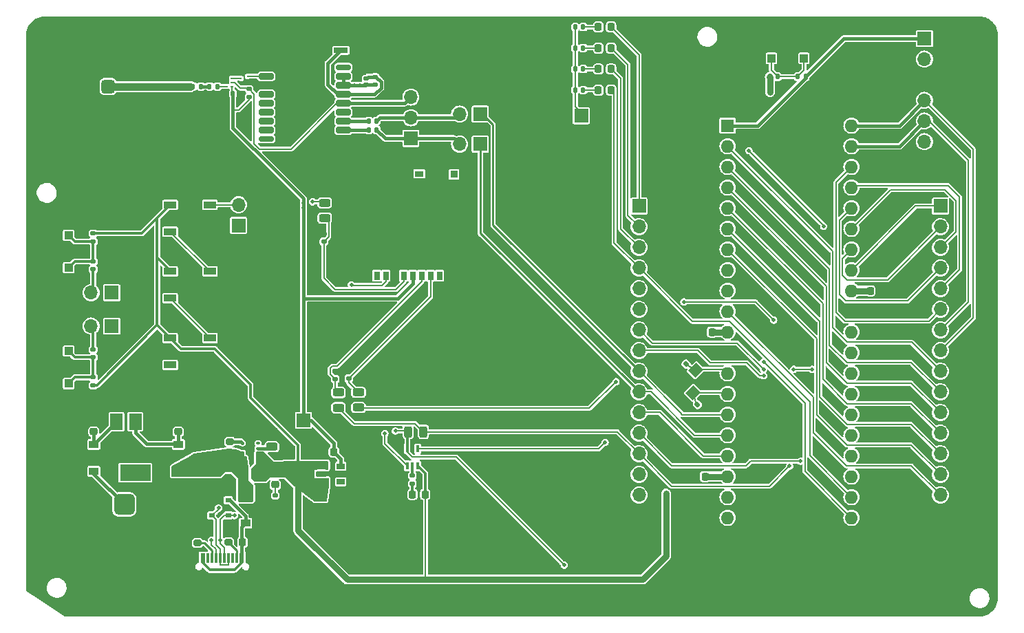
<source format=gbr>
%TF.GenerationSoftware,KiCad,Pcbnew,7.0.1*%
%TF.CreationDate,2023-11-20T00:05:28-03:00*%
%TF.ProjectId,data_logger,64617461-5f6c-46f6-9767-65722e6b6963,0*%
%TF.SameCoordinates,Original*%
%TF.FileFunction,Copper,L1,Top*%
%TF.FilePolarity,Positive*%
%FSLAX46Y46*%
G04 Gerber Fmt 4.6, Leading zero omitted, Abs format (unit mm)*
G04 Created by KiCad (PCBNEW 7.0.1) date 2023-11-20 00:05:28*
%MOMM*%
%LPD*%
G01*
G04 APERTURE LIST*
G04 Aperture macros list*
%AMRoundRect*
0 Rectangle with rounded corners*
0 $1 Rounding radius*
0 $2 $3 $4 $5 $6 $7 $8 $9 X,Y pos of 4 corners*
0 Add a 4 corners polygon primitive as box body*
4,1,4,$2,$3,$4,$5,$6,$7,$8,$9,$2,$3,0*
0 Add four circle primitives for the rounded corners*
1,1,$1+$1,$2,$3*
1,1,$1+$1,$4,$5*
1,1,$1+$1,$6,$7*
1,1,$1+$1,$8,$9*
0 Add four rect primitives between the rounded corners*
20,1,$1+$1,$2,$3,$4,$5,0*
20,1,$1+$1,$4,$5,$6,$7,0*
20,1,$1+$1,$6,$7,$8,$9,0*
20,1,$1+$1,$8,$9,$2,$3,0*%
%AMRotRect*
0 Rectangle, with rotation*
0 The origin of the aperture is its center*
0 $1 length*
0 $2 width*
0 $3 Rotation angle, in degrees counterclockwise*
0 Add horizontal line*
21,1,$1,$2,0,0,$3*%
G04 Aperture macros list end*
%TA.AperFunction,SMDPad,CuDef*%
%ADD10R,0.180000X0.250000*%
%TD*%
%TA.AperFunction,SMDPad,CuDef*%
%ADD11RoundRect,0.243750X-0.456250X0.243750X-0.456250X-0.243750X0.456250X-0.243750X0.456250X0.243750X0*%
%TD*%
%TA.AperFunction,SMDPad,CuDef*%
%ADD12RoundRect,0.218750X-0.218750X-0.256250X0.218750X-0.256250X0.218750X0.256250X-0.218750X0.256250X0*%
%TD*%
%TA.AperFunction,ComponentPad*%
%ADD13R,1.700000X1.700000*%
%TD*%
%TA.AperFunction,ComponentPad*%
%ADD14O,1.700000X1.700000*%
%TD*%
%TA.AperFunction,SMDPad,CuDef*%
%ADD15R,1.500000X0.900000*%
%TD*%
%TA.AperFunction,SMDPad,CuDef*%
%ADD16R,1.000000X1.000000*%
%TD*%
%TA.AperFunction,SMDPad,CuDef*%
%ADD17RoundRect,0.147500X-0.172500X0.147500X-0.172500X-0.147500X0.172500X-0.147500X0.172500X0.147500X0*%
%TD*%
%TA.AperFunction,SMDPad,CuDef*%
%ADD18R,1.200000X0.900000*%
%TD*%
%TA.AperFunction,SMDPad,CuDef*%
%ADD19RoundRect,0.225000X-0.225000X-0.250000X0.225000X-0.250000X0.225000X0.250000X-0.225000X0.250000X0*%
%TD*%
%TA.AperFunction,SMDPad,CuDef*%
%ADD20RoundRect,0.175000X0.725000X0.175000X-0.725000X0.175000X-0.725000X-0.175000X0.725000X-0.175000X0*%
%TD*%
%TA.AperFunction,SMDPad,CuDef*%
%ADD21RoundRect,0.200000X0.700000X0.200000X-0.700000X0.200000X-0.700000X-0.200000X0.700000X-0.200000X0*%
%TD*%
%TA.AperFunction,SMDPad,CuDef*%
%ADD22RoundRect,0.147500X0.172500X-0.147500X0.172500X0.147500X-0.172500X0.147500X-0.172500X-0.147500X0*%
%TD*%
%TA.AperFunction,SMDPad,CuDef*%
%ADD23RoundRect,0.243750X0.456250X-0.243750X0.456250X0.243750X-0.456250X0.243750X-0.456250X-0.243750X0*%
%TD*%
%TA.AperFunction,SMDPad,CuDef*%
%ADD24RoundRect,0.200000X0.275000X-0.200000X0.275000X0.200000X-0.275000X0.200000X-0.275000X-0.200000X0*%
%TD*%
%TA.AperFunction,SMDPad,CuDef*%
%ADD25RoundRect,0.225000X0.250000X-0.225000X0.250000X0.225000X-0.250000X0.225000X-0.250000X-0.225000X0*%
%TD*%
%TA.AperFunction,SMDPad,CuDef*%
%ADD26RoundRect,0.125000X-0.225000X0.125000X-0.225000X-0.125000X0.225000X-0.125000X0.225000X0.125000X0*%
%TD*%
%TA.AperFunction,SMDPad,CuDef*%
%ADD27R,0.700000X1.100000*%
%TD*%
%TA.AperFunction,SMDPad,CuDef*%
%ADD28R,0.900000X0.930000*%
%TD*%
%TA.AperFunction,SMDPad,CuDef*%
%ADD29R,1.050000X0.780000*%
%TD*%
%TA.AperFunction,SMDPad,CuDef*%
%ADD30R,0.700000X3.330000*%
%TD*%
%TA.AperFunction,SMDPad,CuDef*%
%ADD31R,1.140000X1.830000*%
%TD*%
%TA.AperFunction,SMDPad,CuDef*%
%ADD32R,0.860000X2.800000*%
%TD*%
%TA.AperFunction,SMDPad,CuDef*%
%ADD33RoundRect,0.225000X-0.250000X0.225000X-0.250000X-0.225000X0.250000X-0.225000X0.250000X0.225000X0*%
%TD*%
%TA.AperFunction,SMDPad,CuDef*%
%ADD34RoundRect,0.225000X0.225000X0.250000X-0.225000X0.250000X-0.225000X-0.250000X0.225000X-0.250000X0*%
%TD*%
%TA.AperFunction,SMDPad,CuDef*%
%ADD35RoundRect,0.147500X0.147500X0.172500X-0.147500X0.172500X-0.147500X-0.172500X0.147500X-0.172500X0*%
%TD*%
%TA.AperFunction,ComponentPad*%
%ADD36RoundRect,0.425000X-0.425000X-0.425000X0.425000X-0.425000X0.425000X0.425000X-0.425000X0.425000X0*%
%TD*%
%TA.AperFunction,SMDPad,CuDef*%
%ADD37RoundRect,0.050000X0.175000X0.100000X-0.175000X0.100000X-0.175000X-0.100000X0.175000X-0.100000X0*%
%TD*%
%TA.AperFunction,ComponentPad*%
%ADD38C,0.500000*%
%TD*%
%TA.AperFunction,SMDPad,CuDef*%
%ADD39RoundRect,0.050000X0.450000X0.750000X-0.450000X0.750000X-0.450000X-0.750000X0.450000X-0.750000X0*%
%TD*%
%TA.AperFunction,SMDPad,CuDef*%
%ADD40R,3.800000X2.000000*%
%TD*%
%TA.AperFunction,SMDPad,CuDef*%
%ADD41R,1.500000X2.000000*%
%TD*%
%TA.AperFunction,SMDPad,CuDef*%
%ADD42RoundRect,0.243750X-0.243750X-0.456250X0.243750X-0.456250X0.243750X0.456250X-0.243750X0.456250X0*%
%TD*%
%TA.AperFunction,SMDPad,CuDef*%
%ADD43RoundRect,0.200000X-0.275000X0.200000X-0.275000X-0.200000X0.275000X-0.200000X0.275000X0.200000X0*%
%TD*%
%TA.AperFunction,SMDPad,CuDef*%
%ADD44RoundRect,0.147500X-0.147500X-0.172500X0.147500X-0.172500X0.147500X0.172500X-0.147500X0.172500X0*%
%TD*%
%TA.AperFunction,SMDPad,CuDef*%
%ADD45R,0.700000X1.000000*%
%TD*%
%TA.AperFunction,SMDPad,CuDef*%
%ADD46R,0.700000X0.600000*%
%TD*%
%TA.AperFunction,SMDPad,CuDef*%
%ADD47R,0.600000X1.150000*%
%TD*%
%TA.AperFunction,SMDPad,CuDef*%
%ADD48R,0.300000X1.150000*%
%TD*%
%TA.AperFunction,ComponentPad*%
%ADD49O,1.000000X2.100000*%
%TD*%
%TA.AperFunction,ComponentPad*%
%ADD50O,1.000000X1.800000*%
%TD*%
%TA.AperFunction,SMDPad,CuDef*%
%ADD51R,1.000000X0.700000*%
%TD*%
%TA.AperFunction,ComponentPad*%
%ADD52RoundRect,0.650000X-0.650000X-0.650000X0.650000X-0.650000X0.650000X0.650000X-0.650000X0.650000X0*%
%TD*%
%TA.AperFunction,ComponentPad*%
%ADD53R,1.600000X1.600000*%
%TD*%
%TA.AperFunction,ComponentPad*%
%ADD54O,1.600000X1.600000*%
%TD*%
%TA.AperFunction,SMDPad,CuDef*%
%ADD55R,0.345000X0.230000*%
%TD*%
%TA.AperFunction,SMDPad,CuDef*%
%ADD56RotRect,1.400000X1.200000X45.000000*%
%TD*%
%TA.AperFunction,SMDPad,CuDef*%
%ADD57RoundRect,0.147500X0.017678X-0.226274X0.226274X-0.017678X-0.017678X0.226274X-0.226274X0.017678X0*%
%TD*%
%TA.AperFunction,SMDPad,CuDef*%
%ADD58RoundRect,0.218750X0.256250X-0.218750X0.256250X0.218750X-0.256250X0.218750X-0.256250X-0.218750X0*%
%TD*%
%TA.AperFunction,SMDPad,CuDef*%
%ADD59R,0.400000X0.900000*%
%TD*%
%TA.AperFunction,SMDPad,CuDef*%
%ADD60R,1.700000X0.700000*%
%TD*%
%TA.AperFunction,ViaPad*%
%ADD61C,0.500000*%
%TD*%
%TA.AperFunction,Conductor*%
%ADD62C,0.964992*%
%TD*%
%TA.AperFunction,Conductor*%
%ADD63C,0.400000*%
%TD*%
%TA.AperFunction,Conductor*%
%ADD64C,0.200000*%
%TD*%
%TA.AperFunction,Conductor*%
%ADD65C,0.300000*%
%TD*%
%TA.AperFunction,Conductor*%
%ADD66C,0.800000*%
%TD*%
%TA.AperFunction,Conductor*%
%ADD67C,0.250000*%
%TD*%
G04 APERTURE END LIST*
D10*
%TO.P,FL1,1,IN*%
%TO.N,Net-(FL1-IN)*%
X110720000Y-69960000D03*
%TO.P,FL1,2,GND*%
%TO.N,GND*%
X111105000Y-70210000D03*
%TO.P,FL1,3,GND*%
X111490000Y-70210000D03*
%TO.P,FL1,4,OUT*%
%TO.N,Net-(FL1-OUT)*%
X111490000Y-69710000D03*
%TO.P,FL1,5,GND*%
%TO.N,GND*%
X111105000Y-69710000D03*
%TD*%
D11*
%TO.P,R23,1*%
%TO.N,Net-(J15-DAT3{slash}CD)*%
X125150000Y-108592500D03*
%TO.P,R23,2*%
%TO.N,/SD_CS*%
X125150000Y-110467500D03*
%TD*%
D12*
%TO.P,D7,1,K*%
%TO.N,Net-(D7-K)*%
X154658000Y-63638000D03*
%TO.P,D7,2,A*%
%TO.N,/LED1*%
X156233000Y-63638000D03*
%TD*%
D13*
%TO.P,J13,1,Pin_1*%
%TO.N,Net-(J13-Pin_1)*%
X152550000Y-74560000D03*
D14*
%TO.P,J13,2,Pin_2*%
%TO.N,GND*%
X155090000Y-74560000D03*
%TD*%
D15*
%TO.P,D12,1,VDD*%
%TO.N,+5V*%
X101990000Y-93720000D03*
%TO.P,D12,2,DOUT*%
%TO.N,Net-(D12-DOUT)*%
X101990000Y-97020000D03*
%TO.P,D12,3,VSS*%
%TO.N,GND*%
X106890000Y-97020000D03*
%TO.P,D12,4,DIN*%
%TO.N,Net-(D11-DOUT)*%
X106890000Y-93720000D03*
%TD*%
D13*
%TO.P,J12,1,Pin_1*%
%TO.N,/LED_CONTROL*%
X110390000Y-88060000D03*
D14*
%TO.P,J12,2,Pin_2*%
%TO.N,Net-(D11-DIN)*%
X110390000Y-85520000D03*
%TD*%
D16*
%TO.P,SW3,1,1*%
%TO.N,Net-(R17-Pad1)*%
X89490000Y-103520000D03*
X89490000Y-107520000D03*
%TO.P,SW3,2,2*%
%TO.N,GND*%
X87490000Y-103520000D03*
X87490000Y-107520000D03*
%TD*%
D17*
%TO.P,R22,1*%
%TO.N,GND*%
X122290000Y-105990000D03*
%TO.P,R22,2*%
%TO.N,Net-(J15-CMD)*%
X122290000Y-106960000D03*
%TD*%
D18*
%TO.P,D5,1,K*%
%TO.N,/Power_supply/VeFUSE*%
X111248000Y-121410000D03*
%TO.P,D5,2,A*%
%TO.N,/Power_supply/VUSB*%
X111248000Y-124710000D03*
%TD*%
D19*
%TO.P,C12,1*%
%TO.N,+5V*%
X120574998Y-121350001D03*
%TO.P,C12,2*%
%TO.N,GND*%
X122124998Y-121350001D03*
%TD*%
D17*
%TO.P,R4,1*%
%TO.N,Net-(BAT1-+)*%
X127190000Y-69775000D03*
%TO.P,R4,2*%
%TO.N,+3.3V*%
X127190000Y-70745000D03*
%TD*%
D13*
%TO.P,J3,1,Pin_1*%
%TO.N,Net-(J3-Pin_1)*%
X131590000Y-77360000D03*
D14*
%TO.P,J3,2,Pin_2*%
%TO.N,Net-(J3-Pin_2)*%
X131590000Y-74820000D03*
%TO.P,J3,3,Pin_3*%
%TO.N,/GNSS_INT*%
X131590000Y-72280000D03*
%TD*%
D17*
%TO.P,R13,1*%
%TO.N,Net-(R13-Pad1)*%
X92517001Y-92495000D03*
%TO.P,R13,2*%
%TO.N,Net-(J11-Pin_2)*%
X92517001Y-93465000D03*
%TD*%
D20*
%TO.P,U2,1,GND*%
%TO.N,GND*%
X123290000Y-77410000D03*
D21*
%TO.P,U2,2,TXD*%
%TO.N,Net-(U2-TXD)*%
X123290000Y-76310000D03*
%TO.P,U2,3,RXD*%
%TO.N,Net-(U2-RXD)*%
X123290000Y-75210000D03*
%TO.P,U2,4,1PPS*%
%TO.N,unconnected-(U2-1PPS-Pad4)*%
X123290000Y-74110000D03*
%TO.P,U2,5,ON/OFF*%
%TO.N,/GNSS_INT*%
X123290000Y-73010000D03*
%TO.P,U2,6,VBAT*%
%TO.N,Net-(BAT1-+)*%
X123290000Y-71910000D03*
%TO.P,U2,7,NC*%
%TO.N,+3.3V*%
X123290000Y-70810000D03*
%TO.P,U2,8,VCC*%
X123290000Y-69710000D03*
D20*
%TO.P,U2,9,~{RESET}*%
%TO.N,unconnected-(U2-~{RESET}-Pad9)*%
X123290000Y-68610000D03*
%TO.P,U2,10,GND*%
%TO.N,GND*%
X113790000Y-68610000D03*
D21*
%TO.P,U2,11,RF_IN*%
%TO.N,Net-(FL1-OUT)*%
X113790000Y-69710000D03*
%TO.P,U2,12,GND*%
%TO.N,GND*%
X113790000Y-70810000D03*
%TO.P,U2,13,NC*%
%TO.N,unconnected-(U2-NC-Pad13)*%
X113790000Y-71910000D03*
%TO.P,U2,14,VCC_RF*%
%TO.N,unconnected-(U2-VCC_RF-Pad14)*%
X113790000Y-73010000D03*
%TO.P,U2,15,Reserved*%
%TO.N,unconnected-(U2-Reserved-Pad15)*%
X113790000Y-74110000D03*
%TO.P,U2,16,SDA*%
%TO.N,unconnected-(U2-SDA-Pad16)*%
X113790000Y-75210000D03*
%TO.P,U2,17,SCL*%
%TO.N,unconnected-(U2-SCL-Pad17)*%
X113790000Y-76310000D03*
D20*
%TO.P,U2,18,Reserved*%
%TO.N,unconnected-(U2-Reserved-Pad18)*%
X113790000Y-77410000D03*
%TD*%
D19*
%TO.P,C9,1*%
%TO.N,/Power_supply/VUSB*%
X110873000Y-127060000D03*
%TO.P,C9,2*%
%TO.N,GND*%
X112423000Y-127060000D03*
%TD*%
D22*
%TO.P,R15,1*%
%TO.N,Net-(R13-Pad1)*%
X92516999Y-90025001D03*
%TO.P,R15,2*%
%TO.N,+5V*%
X92516999Y-89055001D03*
%TD*%
D15*
%TO.P,D13,1,VDD*%
%TO.N,+5V*%
X101990000Y-101920000D03*
%TO.P,D13,2,DOUT*%
%TO.N,unconnected-(D13-DOUT-Pad2)*%
X101990000Y-105220000D03*
%TO.P,D13,3,VSS*%
%TO.N,GND*%
X106890000Y-105220000D03*
%TO.P,D13,4,DIN*%
%TO.N,Net-(D12-DOUT)*%
X106890000Y-101920000D03*
%TD*%
D23*
%TO.P,R19,1*%
%TO.N,Net-(J15-CLK)*%
X120990000Y-87160000D03*
%TO.P,R19,2*%
%TO.N,/SCK*%
X120990000Y-85285000D03*
%TD*%
D24*
%TO.P,R7,1*%
%TO.N,/Power_supply/VeFUSE*%
X109310000Y-116310000D03*
%TO.P,R7,2*%
%TO.N,Net-(U5-EN)*%
X109310000Y-114660000D03*
%TD*%
D25*
%TO.P,C8,1*%
%TO.N,Net-(D3-K)*%
X92590000Y-113435000D03*
%TO.P,C8,2*%
%TO.N,GND*%
X92590000Y-111885000D03*
%TD*%
D26*
%TO.P,D1,1,K*%
%TO.N,Net-(BAT1-+)*%
X126090001Y-69997499D03*
%TO.P,D1,2,A*%
%TO.N,+3.3V*%
X126090001Y-70747499D03*
%TD*%
D27*
%TO.P,J15,1,DAT2*%
%TO.N,unconnected-(J15-DAT2-Pad1)*%
X135110000Y-94242500D03*
%TO.P,J15,2,DAT3/CD*%
%TO.N,Net-(J15-DAT3{slash}CD)*%
X134010000Y-94242500D03*
%TO.P,J15,3,CMD*%
%TO.N,Net-(J15-CMD)*%
X132910000Y-94242500D03*
%TO.P,J15,4,VDD*%
%TO.N,+3.3V*%
X131810000Y-94242500D03*
%TO.P,J15,5,CLK*%
%TO.N,Net-(J15-CLK)*%
X130710000Y-94242500D03*
%TO.P,J15,6,VSS*%
%TO.N,GND*%
X129610000Y-94242500D03*
%TO.P,J15,7,DAT0*%
%TO.N,/MISO*%
X128510000Y-94242500D03*
%TO.P,J15,8,DAT1*%
%TO.N,unconnected-(J15-DAT1-Pad8)*%
X127410000Y-94242500D03*
D28*
%TO.P,J15,9,DET_B*%
%TO.N,unconnected-(J15-DET_B-Pad9)*%
X136900000Y-81777500D03*
D29*
%TO.P,J15,10,DET_A*%
%TO.N,unconnected-(J15-DET_A-Pad10)*%
X132635000Y-81702500D03*
D30*
%TO.P,J15,11,SHIELD*%
%TO.N,GND*%
X139210000Y-82977500D03*
D31*
X138990000Y-94227500D03*
D32*
X126330000Y-93742500D03*
D30*
X126250000Y-82977500D03*
%TD*%
D33*
%TO.P,C11,1*%
%TO.N,/Power_supply/VeFUSE*%
X109310000Y-117785000D03*
%TO.P,C11,2*%
%TO.N,GND*%
X109310000Y-119335000D03*
%TD*%
D25*
%TO.P,C10,1*%
%TO.N,Net-(D4-A)*%
X102990000Y-113435000D03*
%TO.P,C10,2*%
%TO.N,GND*%
X102990000Y-111885000D03*
%TD*%
D34*
%TO.P,C4,1*%
%TO.N,+5V*%
X168665000Y-101180000D03*
%TO.P,C4,2*%
%TO.N,GND*%
X167115000Y-101180000D03*
%TD*%
D13*
%TO.P,J1,1,Pin_1*%
%TO.N,+3.3V*%
X118390000Y-112060000D03*
%TD*%
D35*
%TO.P,L1,1,1*%
%TO.N,Net-(U3-RFIN)*%
X107792000Y-70963033D03*
%TO.P,L1,2,2*%
%TO.N,Net-(C7-Pad1)*%
X106822000Y-70963033D03*
%TD*%
D13*
%TO.P,J7,1,Pin_1*%
%TO.N,/TX_AUX*%
X140130000Y-74360000D03*
D14*
%TO.P,J7,2,Pin_2*%
%TO.N,Net-(J3-Pin_2)*%
X137590000Y-74360000D03*
%TD*%
D16*
%TO.P,SW2,1,1*%
%TO.N,Net-(R13-Pad1)*%
X89490000Y-89260000D03*
X89490000Y-93260000D03*
%TO.P,SW2,2,2*%
%TO.N,GND*%
X87490000Y-89260000D03*
X87490000Y-93260000D03*
%TD*%
D36*
%TO.P,AE1,1*%
%TO.N,Net-(AE1-Pad1)*%
X94347602Y-70963033D03*
%TD*%
D22*
%TO.P,R10,1*%
%TO.N,GND*%
X114910000Y-122257500D03*
%TO.P,R10,2*%
%TO.N,Net-(D6-K)*%
X114910000Y-121287500D03*
%TD*%
D35*
%TO.P,FB2,1*%
%TO.N,Net-(J3-Pin_1)*%
X127390000Y-76310000D03*
%TO.P,FB2,2*%
%TO.N,Net-(U2-TXD)*%
X126420000Y-76310000D03*
%TD*%
D13*
%TO.P,J2,1,Pin_1*%
%TO.N,+5V*%
X117690000Y-118560000D03*
%TD*%
D37*
%TO.P,U5,1,OUT*%
%TO.N,+5V*%
X112797501Y-116135000D03*
%TO.P,U5,2,ILIM*%
%TO.N,Net-(U5-ILIM)*%
X112797501Y-115485000D03*
%TO.P,U5,3,~{FAULT}*%
%TO.N,unconnected-(U5-~{FAULT}-Pad3)*%
X112797501Y-114835000D03*
%TO.P,U5,4,EN*%
%TO.N,Net-(U5-EN)*%
X110847501Y-114835000D03*
%TO.P,U5,5,GND*%
%TO.N,GND*%
X110847501Y-115485000D03*
%TO.P,U5,6,IN*%
%TO.N,/Power_supply/VeFUSE*%
X110847501Y-116135000D03*
D38*
%TO.P,U5,7,POWERPAD*%
%TO.N,GND*%
X111822501Y-116035000D03*
D39*
X111822501Y-115485000D03*
D38*
X111822501Y-114935000D03*
%TD*%
D15*
%TO.P,D11,1,VDD*%
%TO.N,+5V*%
X101990000Y-85520000D03*
%TO.P,D11,2,DOUT*%
%TO.N,Net-(D11-DOUT)*%
X101990000Y-88820000D03*
%TO.P,D11,3,VSS*%
%TO.N,GND*%
X106890000Y-88820000D03*
%TO.P,D11,4,DIN*%
%TO.N,Net-(D11-DIN)*%
X106890000Y-85520000D03*
%TD*%
D40*
%TO.P,U4,*%
%TO.N,*%
X97690000Y-118510000D03*
D41*
%TO.P,U4,1,GND*%
%TO.N,GND*%
X99990000Y-112210000D03*
%TO.P,U4,2,VO*%
%TO.N,Net-(D4-A)*%
X97690000Y-112210000D03*
%TO.P,U4,3,VI*%
%TO.N,Net-(D3-K)*%
X95390000Y-112210000D03*
%TD*%
D18*
%TO.P,D4,1,K*%
%TO.N,/Power_supply/VeFUSE*%
X102990000Y-118310000D03*
%TO.P,D4,2,A*%
%TO.N,Net-(D4-A)*%
X102990000Y-115010000D03*
%TD*%
D42*
%TO.P,R8,1*%
%TO.N,/Power_supply/VeFUSE*%
X110835000Y-118560000D03*
%TO.P,R8,2*%
%TO.N,+5V*%
X112710000Y-118560000D03*
%TD*%
D17*
%TO.P,R20,1*%
%TO.N,GND*%
X120890000Y-89090000D03*
%TO.P,R20,2*%
%TO.N,Net-(J15-CLK)*%
X120890000Y-90060000D03*
%TD*%
D19*
%TO.P,C3,1*%
%TO.N,+5V*%
X188115000Y-96100000D03*
%TO.P,C3,2*%
%TO.N,GND*%
X189665000Y-96100000D03*
%TD*%
D17*
%TO.P,R18,1*%
%TO.N,Net-(R17-Pad1)*%
X92516999Y-106754999D03*
%TO.P,R18,2*%
%TO.N,+5V*%
X92516999Y-107724999D03*
%TD*%
D43*
%TO.P,R6,1*%
%TO.N,GND*%
X109152000Y-125412000D03*
%TO.P,R6,2*%
%TO.N,Net-(J10-CC2)*%
X109152000Y-127062000D03*
%TD*%
D13*
%TO.P,J14,1,Pin_1*%
%TO.N,/BT2*%
X94792001Y-100450001D03*
D14*
%TO.P,J14,2,Pin_2*%
%TO.N,Net-(J14-Pin_2)*%
X92252001Y-100450001D03*
%TD*%
D34*
%TO.P,C5,1*%
%TO.N,Net-(U1-VUSB)*%
X167790000Y-118960000D03*
%TO.P,C5,2*%
%TO.N,GND*%
X166240000Y-118960000D03*
%TD*%
D11*
%TO.P,R21,1*%
%TO.N,Net-(J15-CMD)*%
X122690000Y-108622500D03*
%TO.P,R21,2*%
%TO.N,/MOSI*%
X122690000Y-110497500D03*
%TD*%
D44*
%TO.P,FB1,1*%
%TO.N,Net-(U2-RXD)*%
X126420000Y-75210000D03*
%TO.P,FB1,2*%
%TO.N,Net-(J3-Pin_2)*%
X127390000Y-75210000D03*
%TD*%
D16*
%TO.P,SW1,1,1*%
%TO.N,Net-(R1-Pad1)*%
X179955001Y-67494002D03*
X175955001Y-67494002D03*
%TO.P,SW1,2,2*%
%TO.N,GND*%
X179955001Y-65494002D03*
X175955001Y-65494002D03*
%TD*%
D12*
%TO.P,D10,1,K*%
%TO.N,Net-(D10-K)*%
X154658000Y-71408000D03*
%TO.P,D10,2,A*%
%TO.N,/LED4*%
X156233000Y-71408000D03*
%TD*%
D45*
%TO.P,D2,1,A*%
%TO.N,GND*%
X107120000Y-122060000D03*
D46*
%TO.P,D2,2,K*%
%TO.N,/D_P*%
X107120000Y-123760000D03*
%TO.P,D2,3,K*%
%TO.N,/D_N*%
X109120000Y-123760000D03*
%TO.P,D2,4,K*%
%TO.N,/Power_supply/VUSB*%
X109120000Y-121860000D03*
%TD*%
D47*
%TO.P,J10,A1,GND*%
%TO.N,GND*%
X105190000Y-128970000D03*
%TO.P,J10,A4,VBUS*%
%TO.N,/Power_supply/VUSB*%
X105990000Y-128970000D03*
D48*
%TO.P,J10,A5,CC1*%
%TO.N,Net-(J10-CC1)*%
X107140000Y-128970000D03*
%TO.P,J10,A6,D+*%
%TO.N,/D_P*%
X108140000Y-128970000D03*
%TO.P,J10,A7,D-*%
%TO.N,/D_N*%
X108640000Y-128970000D03*
%TO.P,J10,A8,SBU1*%
%TO.N,unconnected-(J10-SBU1-PadA8)*%
X109640000Y-128970000D03*
D47*
%TO.P,J10,A9,VBUS*%
%TO.N,/Power_supply/VUSB*%
X110790000Y-128970000D03*
%TO.P,J10,A12,GND*%
%TO.N,GND*%
X111590000Y-128970000D03*
%TO.P,J10,B1,GND*%
X111590000Y-128970000D03*
%TO.P,J10,B4,VBUS*%
%TO.N,/Power_supply/VUSB*%
X110790000Y-128970000D03*
D48*
%TO.P,J10,B5,CC2*%
%TO.N,Net-(J10-CC2)*%
X110140000Y-128970000D03*
%TO.P,J10,B6,D+*%
%TO.N,/D_P*%
X109140000Y-128970000D03*
%TO.P,J10,B7,D-*%
%TO.N,/D_N*%
X107640000Y-128970000D03*
%TO.P,J10,B8,SBU2*%
%TO.N,unconnected-(J10-SBU2-PadB8)*%
X106640000Y-128970000D03*
D47*
%TO.P,J10,B9,VBUS*%
%TO.N,/Power_supply/VUSB*%
X105990000Y-128970000D03*
%TO.P,J10,B12,GND*%
%TO.N,GND*%
X105190000Y-128970000D03*
D49*
%TO.P,J10,S1,SHIELD*%
X104070000Y-129545000D03*
D50*
X104070000Y-133725000D03*
D49*
X112710000Y-129545000D03*
D50*
X112710000Y-133725000D03*
%TD*%
D51*
%TO.P,U6,1,Vin*%
%TO.N,+5V*%
X120570000Y-117700000D03*
%TO.P,U6,2,Vss*%
%TO.N,GND*%
X120570000Y-118650000D03*
%TO.P,U6,3,CE*%
%TO.N,+5V*%
X120570000Y-119600000D03*
%TO.P,U6,4,NC*%
%TO.N,unconnected-(U6-NC-Pad4)*%
X122970000Y-119600000D03*
%TO.P,U6,5,Vout*%
%TO.N,+3.3V*%
X122970000Y-117700000D03*
%TD*%
D13*
%TO.P,J5,1,Pin_1*%
%TO.N,/LED1*%
X159674000Y-85680000D03*
D14*
%TO.P,J5,2,Pin_2*%
%TO.N,/LED2*%
X159674000Y-88220000D03*
%TO.P,J5,3,Pin_3*%
%TO.N,/LED3*%
X159674000Y-90760000D03*
%TO.P,J5,4,Pin_4*%
%TO.N,/LED4*%
X159674000Y-93300000D03*
%TO.P,J5,5,Pin_5*%
%TO.N,/LED_CONTROL*%
X159674000Y-95840000D03*
%TO.P,J5,6,Pin_6*%
%TO.N,/TEMP_CS*%
X159674000Y-98380000D03*
%TO.P,J5,7,Pin_7*%
%TO.N,/SD_CS*%
X159674000Y-100920000D03*
%TO.P,J5,8,Pin_8*%
%TO.N,/RD7*%
X159674000Y-103460000D03*
%TO.P,J5,9,Pin_9*%
%TO.N,/TX_AUX*%
X159674000Y-106000000D03*
%TO.P,J5,10,Pin_10*%
%TO.N,/RX_AUX*%
X159674000Y-108540000D03*
%TO.P,J5,11,Pin_11*%
%TO.N,/RC2*%
X159674000Y-111080000D03*
%TO.P,J5,12,Pin_12*%
%TO.N,/RC6*%
X159674000Y-113620000D03*
%TO.P,J5,13,Pin_13*%
%TO.N,/MOSI*%
X159674000Y-116160000D03*
%TO.P,J5,14,Pin_14*%
%TO.N,/RE0*%
X159674000Y-118700000D03*
%TO.P,J5,15,Pin_15*%
%TO.N,/RE1*%
X159674000Y-121240000D03*
%TO.P,J5,16,Pin_16*%
%TO.N,GND*%
X159674000Y-123780000D03*
%TD*%
D22*
%TO.P,R3,1*%
%TO.N,+3.3V*%
X111690000Y-72245000D03*
%TO.P,R3,2*%
%TO.N,/GNSS_INT*%
X111690000Y-71275000D03*
%TD*%
D17*
%TO.P,R26,1*%
%TO.N,Net-(U7-~{ALERT})*%
X131789999Y-118859999D03*
%TO.P,R26,2*%
%TO.N,Net-(D14-K)*%
X131789999Y-119829999D03*
%TD*%
D34*
%TO.P,C13,1*%
%TO.N,+3.3V*%
X122124999Y-115949999D03*
%TO.P,C13,2*%
%TO.N,GND*%
X120574999Y-115949999D03*
%TD*%
D52*
%TO.P,J9,1*%
%TO.N,/Power_supply/VJACK*%
X96340000Y-122386000D03*
%TO.P,J9,2*%
%TO.N,GND*%
X96340000Y-128386000D03*
%TO.P,J9,3*%
X101040000Y-125386000D03*
%TD*%
D53*
%TO.P,U1,1,Vpp/~{MCLR}/RE3*%
%TO.N,/~{MCLR}*%
X170566000Y-75780000D03*
D54*
%TO.P,U1,2,RA0/AN0*%
%TO.N,/RA0*%
X170566000Y-78320000D03*
%TO.P,U1,3,RA1/AN1*%
%TO.N,/RA1*%
X170566000Y-80860000D03*
%TO.P,U1,4,RA2/AN2/Vref-/CVref*%
%TO.N,/RA2*%
X170566000Y-83400000D03*
%TO.P,U1,5,RA3/AN3/Vref+*%
%TO.N,/RA3*%
X170566000Y-85940000D03*
%TO.P,U1,6,RA4/T0CKI/C1OUT/RCV*%
%TO.N,/RA4*%
X170566000Y-88480000D03*
%TO.P,U1,7,RA5/AN4/~{SS}/HLVDIN/C2OUT*%
%TO.N,/RA5*%
X170566000Y-91020000D03*
%TO.P,U1,8,CK1SPP/AN5/RE0*%
%TO.N,/RE0*%
X170566000Y-93560000D03*
%TO.P,U1,9,CK2SPP/AN6/RE1*%
%TO.N,/RE1*%
X170566000Y-96100000D03*
%TO.P,U1,10,OESPP/AN7/RE2*%
%TO.N,/RE2*%
X170566000Y-98640000D03*
%TO.P,U1,11,VDD*%
%TO.N,+5V*%
X170566000Y-101180000D03*
%TO.P,U1,12,VSS*%
%TO.N,GND*%
X170566000Y-103720000D03*
%TO.P,U1,13,OSC1/CLKI*%
%TO.N,Net-(U1-OSC1{slash}CLKI)*%
X170566000Y-106260000D03*
%TO.P,U1,14,RA6/OSC2/CLKO*%
%TO.N,Net-(U1-RA6{slash}OSC2{slash}CLKO)*%
X170566000Y-108800000D03*
%TO.P,U1,15,T1OSO/T13CKI/RC0*%
%TO.N,/TX_AUX*%
X170566000Y-111340000D03*
%TO.P,U1,16,~{UOE}/CCP2/T1OSI/RC1*%
%TO.N,/RX_AUX*%
X170566000Y-113880000D03*
%TO.P,U1,17,P1A/CCP1/RC2*%
%TO.N,/RC2*%
X170566000Y-116420000D03*
%TO.P,U1,18,VUSB*%
%TO.N,Net-(U1-VUSB)*%
X170566000Y-118960000D03*
%TO.P,U1,19,SPP0/RD0*%
%TO.N,/LED1*%
X170566000Y-121500000D03*
%TO.P,U1,20,SPP1/RD1*%
%TO.N,/LED2*%
X170566000Y-124040000D03*
%TO.P,U1,21,SPP2/RD2*%
%TO.N,/LED3*%
X185806000Y-124040000D03*
%TO.P,U1,22,SPP3/RD3*%
%TO.N,/LED4*%
X185806000Y-121500000D03*
%TO.P,U1,23,VM/D-/RC4*%
%TO.N,/D_N*%
X185806000Y-118960000D03*
%TO.P,U1,24,VP/D+/RC5*%
%TO.N,/D_P*%
X185806000Y-116420000D03*
%TO.P,U1,25,TX/CK/RC6*%
%TO.N,/RC6*%
X185806000Y-113880000D03*
%TO.P,U1,26,SDO/RX/DT/RC7*%
%TO.N,/MOSI*%
X185806000Y-111340000D03*
%TO.P,U1,27,SPP4/RD4*%
%TO.N,/LED_CONTROL*%
X185806000Y-108800000D03*
%TO.P,U1,28,P1B/SPP5/RD5*%
%TO.N,/TEMP_CS*%
X185806000Y-106260000D03*
%TO.P,U1,29,P1C/SPP6/RD6*%
%TO.N,/SD_CS*%
X185806000Y-103720000D03*
%TO.P,U1,30,P1D/SPP7/RD7*%
%TO.N,/RD7*%
X185806000Y-101180000D03*
%TO.P,U1,31,VSS*%
%TO.N,GND*%
X185806000Y-98640000D03*
%TO.P,U1,32,VDD*%
%TO.N,+5V*%
X185806000Y-96100000D03*
%TO.P,U1,33,RB0/AN12/INT0/FLT0/SDI/SDA*%
%TO.N,/MISO*%
X185806000Y-93560000D03*
%TO.P,U1,34,RB1/AN10/INT1/SCK/SCL*%
%TO.N,/SCK*%
X185806000Y-91020000D03*
%TO.P,U1,35,RB2/AN8/INT2/VMO*%
%TO.N,/RB2*%
X185806000Y-88480000D03*
%TO.P,U1,36,RB3/AN9/CCP2/VPO*%
%TO.N,/RB3*%
X185806000Y-85940000D03*
%TO.P,U1,37,RB4/AN11/KBI0/CSSPP*%
%TO.N,/BT1*%
X185806000Y-83400000D03*
%TO.P,U1,38,RB5/KBI1/PGM*%
%TO.N,/BT2*%
X185806000Y-80860000D03*
%TO.P,U1,39,RB6/KBI2/PGC*%
%TO.N,/PGC*%
X185806000Y-78320000D03*
%TO.P,U1,40,RB7/KBI3/PGD*%
%TO.N,/PGD*%
X185806000Y-75780000D03*
%TD*%
D13*
%TO.P,J6,1,Pin_1*%
%TO.N,/MISO*%
X196758000Y-85680000D03*
D14*
%TO.P,J6,2,Pin_2*%
%TO.N,/SCK*%
X196758000Y-88220000D03*
%TO.P,J6,3,Pin_3*%
%TO.N,/RB2*%
X196758000Y-90760000D03*
%TO.P,J6,4,Pin_4*%
%TO.N,/RB3*%
X196758000Y-93300000D03*
%TO.P,J6,5,Pin_5*%
%TO.N,/BT1*%
X196758000Y-95840000D03*
%TO.P,J6,6,Pin_6*%
%TO.N,/BT2*%
X196758000Y-98380000D03*
%TO.P,J6,7,Pin_7*%
%TO.N,/PGC*%
X196758000Y-100920000D03*
%TO.P,J6,8,Pin_8*%
%TO.N,/PGD*%
X196758000Y-103460000D03*
%TO.P,J6,9,Pin_9*%
%TO.N,/RA0*%
X196758000Y-106000000D03*
%TO.P,J6,10,Pin_10*%
%TO.N,/RA1*%
X196758000Y-108540000D03*
%TO.P,J6,11,Pin_11*%
%TO.N,/RA2*%
X196758000Y-111080000D03*
%TO.P,J6,12,Pin_12*%
%TO.N,/RA3*%
X196758000Y-113620000D03*
%TO.P,J6,13,Pin_13*%
%TO.N,/RA4*%
X196758000Y-116160000D03*
%TO.P,J6,14,Pin_14*%
%TO.N,/RA5*%
X196758000Y-118700000D03*
%TO.P,J6,15,Pin_15*%
%TO.N,/RE2*%
X196758000Y-121240000D03*
%TO.P,J6,16,Pin_16*%
%TO.N,GND*%
X196758000Y-123780000D03*
%TD*%
D35*
%TO.P,C7,1*%
%TO.N,Net-(C7-Pad1)*%
X105760000Y-70963033D03*
%TO.P,C7,2*%
%TO.N,Net-(AE1-Pad1)*%
X104790000Y-70963033D03*
%TD*%
D17*
%TO.P,R24,1*%
%TO.N,GND*%
X123950000Y-105935000D03*
%TO.P,R24,2*%
%TO.N,Net-(J15-DAT3{slash}CD)*%
X123950000Y-106905000D03*
%TD*%
D12*
%TO.P,D9,1,K*%
%TO.N,Net-(D9-K)*%
X154658000Y-68818000D03*
%TO.P,D9,2,A*%
%TO.N,/LED3*%
X156233000Y-68818000D03*
%TD*%
D43*
%TO.P,R5,1*%
%TO.N,GND*%
X105342000Y-125475000D03*
%TO.P,R5,2*%
%TO.N,Net-(J10-CC1)*%
X105342000Y-127125000D03*
%TD*%
D42*
%TO.P,R25,1*%
%TO.N,/MISO*%
X131262499Y-113460001D03*
%TO.P,R25,2*%
%TO.N,/MOSI*%
X133137499Y-113460001D03*
%TD*%
D55*
%TO.P,U3,1,GND*%
%TO.N,GND*%
X108910000Y-69960000D03*
%TO.P,U3,2,GND*%
X108910000Y-70460000D03*
%TO.P,U3,3,RFIN*%
%TO.N,Net-(U3-RFIN)*%
X108910000Y-70960000D03*
%TO.P,U3,4,VCC*%
%TO.N,+3.3V*%
X109590000Y-70960000D03*
%TO.P,U3,5,~{SHDN}*%
%TO.N,/GNSS_INT*%
X109590000Y-70460000D03*
%TO.P,U3,6,RFOUT*%
%TO.N,Net-(FL1-IN)*%
X109590000Y-69960000D03*
%TD*%
D56*
%TO.P,Y1,1,1*%
%TO.N,Net-(U1-RA6{slash}OSC2{slash}CLKO)*%
X166313223Y-108649348D03*
%TO.P,Y1,2,2*%
%TO.N,GND*%
X167868858Y-107093713D03*
%TO.P,Y1,3,3*%
%TO.N,Net-(U1-OSC1{slash}CLKI)*%
X166666777Y-105891632D03*
%TO.P,Y1,4,4*%
%TO.N,GND*%
X165111142Y-107447267D03*
%TD*%
D12*
%TO.P,D8,1,K*%
%TO.N,Net-(D8-K)*%
X154658000Y-66228000D03*
%TO.P,D8,2,A*%
%TO.N,/LED2*%
X156233000Y-66228000D03*
%TD*%
D44*
%TO.P,C6,1*%
%TO.N,+3.3V*%
X109705000Y-71860000D03*
%TO.P,C6,2*%
%TO.N,GND*%
X110675000Y-71860000D03*
%TD*%
D57*
%TO.P,C1,1*%
%TO.N,Net-(U1-RA6{slash}OSC2{slash}CLKO)*%
X166847053Y-110098241D03*
%TO.P,C1,2*%
%TO.N,GND*%
X167532947Y-109412347D03*
%TD*%
D22*
%TO.P,R17,1*%
%TO.N,Net-(R17-Pad1)*%
X92516999Y-104284999D03*
%TO.P,R17,2*%
%TO.N,Net-(J14-Pin_2)*%
X92516999Y-103314999D03*
%TD*%
D35*
%TO.P,R2,1*%
%TO.N,Net-(R1-Pad1)*%
X176720004Y-69760000D03*
%TO.P,R2,2*%
%TO.N,+5V*%
X175750004Y-69760000D03*
%TD*%
D58*
%TO.P,D6,1,K*%
%TO.N,Net-(D6-K)*%
X114910000Y-119960000D03*
%TO.P,D6,2,A*%
%TO.N,+5V*%
X114910000Y-118385000D03*
%TD*%
D18*
%TO.P,D3,1,K*%
%TO.N,Net-(D3-K)*%
X92590000Y-115010000D03*
%TO.P,D3,2,A*%
%TO.N,/Power_supply/VJACK*%
X92590000Y-118310000D03*
%TD*%
D23*
%TO.P,R9,1*%
%TO.N,Net-(U5-ILIM)*%
X114510000Y-115297500D03*
%TO.P,R9,2*%
%TO.N,GND*%
X114510000Y-113422500D03*
%TD*%
D13*
%TO.P,J8,1,Pin_1*%
%TO.N,/RX_AUX*%
X140130000Y-78060000D03*
D14*
%TO.P,J8,2,Pin_2*%
%TO.N,Net-(J3-Pin_1)*%
X137590000Y-78060000D03*
%TD*%
D44*
%TO.P,R14,1*%
%TO.N,Net-(J13-Pin_1)*%
X151825000Y-68818000D03*
%TO.P,R14,2*%
%TO.N,Net-(D9-K)*%
X152795000Y-68818000D03*
%TD*%
D12*
%TO.P,D14,1,K*%
%TO.N,Net-(D14-K)*%
X131790000Y-121160000D03*
%TO.P,D14,2,A*%
%TO.N,+5V*%
X133365000Y-121160000D03*
%TD*%
D44*
%TO.P,R11,1*%
%TO.N,Net-(J13-Pin_1)*%
X151825000Y-63638000D03*
%TO.P,R11,2*%
%TO.N,Net-(D7-K)*%
X152795000Y-63638000D03*
%TD*%
D59*
%TO.P,U7,1,~{CS}*%
%TO.N,/TEMP_CS*%
X132440000Y-115541501D03*
%TO.P,U7,2,GND*%
%TO.N,GND*%
X131790000Y-115541501D03*
%TO.P,U7,3,SIO*%
%TO.N,/MISO*%
X131140000Y-115541501D03*
%TO.P,U7,4,SCLK*%
%TO.N,/SCK*%
X131140000Y-117641501D03*
%TO.P,U7,5,~{ALERT}*%
%TO.N,Net-(U7-~{ALERT})*%
X131790000Y-117641501D03*
%TO.P,U7,6,VDD*%
%TO.N,+5V*%
X132440000Y-117641501D03*
%TD*%
D60*
%TO.P,BAT1,1,+*%
%TO.N,Net-(BAT1-+)*%
X122990000Y-66510000D03*
%TO.P,BAT1,2,-*%
%TO.N,GND*%
X122990000Y-65010000D03*
%TD*%
D44*
%TO.P,R12,1*%
%TO.N,Net-(J13-Pin_1)*%
X151825000Y-66228000D03*
%TO.P,R12,2*%
%TO.N,Net-(D8-K)*%
X152795000Y-66228000D03*
%TD*%
%TO.P,R16,1*%
%TO.N,Net-(J13-Pin_1)*%
X151825000Y-71408000D03*
%TO.P,R16,2*%
%TO.N,Net-(D10-K)*%
X152795000Y-71408000D03*
%TD*%
%TO.P,R1,1*%
%TO.N,Net-(R1-Pad1)*%
X179190000Y-69760000D03*
%TO.P,R1,2*%
%TO.N,/~{MCLR}*%
X180160000Y-69760000D03*
%TD*%
D57*
%TO.P,C2,1*%
%TO.N,Net-(U1-OSC1{slash}CLKI)*%
X165447053Y-105116315D03*
%TO.P,C2,2*%
%TO.N,GND*%
X166132947Y-104430421D03*
%TD*%
D13*
%TO.P,J4,1,Pin_1*%
%TO.N,/~{MCLR}*%
X194790000Y-65060000D03*
D14*
%TO.P,J4,2,Pin_2*%
%TO.N,unconnected-(J4-Pin_2-Pad2)*%
X194790000Y-67600000D03*
%TO.P,J4,3,Pin_3*%
%TO.N,GND*%
X194790000Y-70140000D03*
%TO.P,J4,4,Pin_4*%
%TO.N,/PGD*%
X194790000Y-72680000D03*
%TO.P,J4,5,Pin_5*%
%TO.N,/PGC*%
X194790000Y-75220000D03*
%TO.P,J4,6,Pin_6*%
%TO.N,unconnected-(J4-Pin_6-Pad6)*%
X194790000Y-77760000D03*
%TD*%
D13*
%TO.P,J11,1,Pin_1*%
%TO.N,/BT1*%
X94792000Y-96330000D03*
D14*
%TO.P,J11,2,Pin_2*%
%TO.N,Net-(J11-Pin_2)*%
X92252000Y-96330000D03*
%TD*%
D61*
%TO.N,GND*%
X90388182Y-69700000D03*
X91980000Y-69700000D03*
X93571818Y-67080000D03*
X93571818Y-76129998D03*
X96755454Y-77436664D03*
X87204546Y-74823332D03*
X184350000Y-115060000D03*
X93571818Y-80050000D03*
X95163636Y-74823332D03*
X101530908Y-67080000D03*
X95163636Y-78743330D03*
X91980000Y-64460000D03*
X96755454Y-72210000D03*
X95163636Y-68390000D03*
X177130000Y-126670000D03*
X87204546Y-72210000D03*
X87204546Y-69700000D03*
X85612728Y-77436664D03*
X150975000Y-66233334D03*
X101530908Y-72210000D03*
X101530908Y-68390000D03*
X91980000Y-63150000D03*
X89565000Y-70920000D03*
X87977500Y-70920000D03*
X85612728Y-80050000D03*
X103122728Y-76129998D03*
X99939090Y-72210000D03*
X85612728Y-64460000D03*
X90388182Y-64460000D03*
X104260000Y-69930000D03*
X95163636Y-76129998D03*
X92740000Y-70920000D03*
X93571818Y-65770000D03*
X87204546Y-67080000D03*
X98347272Y-74823332D03*
X93571818Y-77436664D03*
X119990000Y-95460000D03*
X101530908Y-78743330D03*
X183290000Y-106660000D03*
X98347272Y-65770000D03*
X90388182Y-76129998D03*
X95163636Y-64460000D03*
X88796364Y-77436664D03*
X88796364Y-76129998D03*
X95163636Y-69700000D03*
X103122728Y-77436664D03*
X85612728Y-68390000D03*
X105270000Y-70280000D03*
X105270000Y-71650000D03*
X184650000Y-112770000D03*
X101530908Y-76129998D03*
X95163636Y-67080000D03*
X183460000Y-120290000D03*
X96755454Y-67080000D03*
X111440000Y-69110000D03*
X182476444Y-107963556D03*
X88796364Y-64460000D03*
X104320000Y-72030000D03*
X90388182Y-77436664D03*
X103122728Y-78743330D03*
X108440000Y-71520000D03*
X87204546Y-63150000D03*
X101530908Y-74823332D03*
X95163636Y-77436664D03*
X99939090Y-63150000D03*
X87204546Y-77436664D03*
X107320000Y-71660000D03*
X93571818Y-68390000D03*
X104390000Y-87160000D03*
X98347272Y-77436664D03*
X98347272Y-73516666D03*
X184300000Y-100350000D03*
X104490000Y-103960000D03*
X87204546Y-73516666D03*
X101530908Y-77436664D03*
X103122728Y-80050000D03*
X173190000Y-95260000D03*
X88796364Y-80050000D03*
X96755454Y-76129998D03*
X98347272Y-64460000D03*
X91980000Y-73516666D03*
X91980000Y-72210000D03*
X103122728Y-65770000D03*
X110490000Y-72810000D03*
X99939090Y-80050000D03*
X183600000Y-104150000D03*
X88490000Y-105560000D03*
X181780000Y-112560000D03*
X93571818Y-69700000D03*
X112450000Y-70280000D03*
X106290000Y-70250000D03*
X91980000Y-65770000D03*
X88796364Y-78743330D03*
X176290000Y-107860000D03*
X101530908Y-65770000D03*
X99939090Y-76129998D03*
X90388182Y-74823332D03*
X111090000Y-75660000D03*
X85612728Y-78743330D03*
X90388182Y-67080000D03*
X101530908Y-80050000D03*
X99939090Y-65770000D03*
X96755454Y-68390000D03*
X85612728Y-76129998D03*
X182740000Y-110970000D03*
X88796364Y-63150000D03*
X90388182Y-63150000D03*
X93571818Y-72210000D03*
X96755454Y-64460000D03*
X109240000Y-69410000D03*
X174090000Y-96260000D03*
X91152500Y-70920000D03*
X93571818Y-73516666D03*
X103122728Y-74823332D03*
X91980000Y-68390000D03*
X99939090Y-77436664D03*
X85612728Y-67080000D03*
X103122728Y-67080000D03*
X95163636Y-72210000D03*
X88796364Y-72210000D03*
X177590000Y-104260000D03*
X180450000Y-123230000D03*
X98347272Y-78743330D03*
X87204546Y-64460000D03*
X90388182Y-68390000D03*
X88796364Y-67080000D03*
X85612728Y-72210000D03*
X106290000Y-71640000D03*
X99939090Y-68390000D03*
X103122728Y-63150000D03*
X98347272Y-76129998D03*
X108240000Y-70260000D03*
X110090000Y-125760000D03*
X96755454Y-73516666D03*
X93571818Y-64460000D03*
X112490000Y-69110000D03*
X99939090Y-74823332D03*
X175390000Y-118260000D03*
X98347272Y-69700000D03*
X85612728Y-74823332D03*
X101530908Y-63150000D03*
X87204546Y-80050000D03*
X88796364Y-73516666D03*
X180590000Y-107260000D03*
X99939090Y-69700000D03*
X99939090Y-64460000D03*
X98347272Y-80050000D03*
X98347272Y-63150000D03*
X96755454Y-63150000D03*
X107310000Y-70290000D03*
X171430000Y-130950000D03*
X85612728Y-65770000D03*
X99939090Y-73516666D03*
X90388182Y-72210000D03*
X129190000Y-71660000D03*
X87204546Y-78743330D03*
X88796364Y-69700000D03*
X98347272Y-68390000D03*
X125190000Y-68660000D03*
X103122728Y-69700000D03*
X91980000Y-76129998D03*
X93571818Y-78743330D03*
X96755454Y-69700000D03*
X110490000Y-69110000D03*
X103122728Y-64460000D03*
X109940000Y-69410000D03*
X150975000Y-68875000D03*
X95163636Y-63150000D03*
X99939090Y-78743330D03*
X184190000Y-102660000D03*
X86390000Y-70920000D03*
X98347272Y-72210000D03*
X85612728Y-73516666D03*
X103122728Y-72210000D03*
X96755454Y-65770000D03*
X103122728Y-68390000D03*
X90388182Y-65770000D03*
X85612728Y-63150000D03*
X90388182Y-78743330D03*
X88796364Y-68390000D03*
X101530908Y-73516666D03*
X87204546Y-68390000D03*
X150975000Y-63591668D03*
X101530908Y-69700000D03*
X117990000Y-71560000D03*
X91980000Y-67080000D03*
X95163636Y-65770000D03*
X91980000Y-80050000D03*
X95163636Y-73516666D03*
X172390000Y-94360000D03*
X90388182Y-73516666D03*
X93590000Y-98360000D03*
X99939090Y-67080000D03*
X88490000Y-91260000D03*
X96755454Y-80050000D03*
X150975000Y-71516668D03*
X101530908Y-64460000D03*
X91980000Y-78743330D03*
X98347272Y-67080000D03*
X96755454Y-74823332D03*
X87204546Y-65770000D03*
X88796364Y-65770000D03*
X93571818Y-74823332D03*
X93571818Y-63150000D03*
X87204546Y-76129998D03*
X91980000Y-74823332D03*
X88796364Y-74823332D03*
X96755454Y-78743330D03*
X108440000Y-69460000D03*
X90388182Y-80050000D03*
X104490000Y-95360000D03*
X85612728Y-69700000D03*
X91980000Y-77436664D03*
X103122728Y-73516666D03*
X95163636Y-80050000D03*
X172580000Y-102500000D03*
X109990000Y-126460000D03*
%TO.N,+3.3V*%
X118390000Y-85260000D03*
X124690000Y-70810000D03*
X118390000Y-85860000D03*
X125290000Y-70810000D03*
%TO.N,+5V*%
X162990000Y-121860000D03*
X162990000Y-121060000D03*
X175790000Y-71660000D03*
X160785000Y-130965000D03*
X161790000Y-129960000D03*
X175790000Y-70860000D03*
%TO.N,/LED3*%
X174990000Y-104860000D03*
%TO.N,/D_P*%
X107940000Y-122840000D03*
%TO.N,/D_N*%
X109890000Y-123760000D03*
X107078500Y-126808000D03*
X108177500Y-126808000D03*
%TO.N,/TEMP_CS*%
X165190000Y-97460000D03*
X155490000Y-114760000D03*
X176240000Y-99710000D03*
%TO.N,/RD7*%
X174990000Y-106560000D03*
%TO.N,/RC6*%
X179540500Y-117086611D03*
%TO.N,/SD_CS*%
X178690000Y-105760000D03*
X180956500Y-105760000D03*
X174990000Y-105760000D03*
X156830000Y-107280000D03*
%TO.N,/MOSI*%
X178190000Y-117660000D03*
%TO.N,/SCK*%
X128390000Y-113660000D03*
X182390000Y-88160000D03*
X119490000Y-85160000D03*
X173190000Y-78860000D03*
%TO.N,/MISO*%
X150470000Y-129860000D03*
X129690000Y-113360000D03*
X124272500Y-95390500D03*
%TD*%
D62*
%TO.N,Net-(AE1-Pad1)*%
X104473033Y-70963033D02*
X104480000Y-70970000D01*
X94347602Y-70963033D02*
X104473033Y-70963033D01*
D63*
%TO.N,Net-(BAT1-+)*%
X127910000Y-71140000D02*
X127140000Y-71910000D01*
X127190000Y-69775000D02*
X127314282Y-69775000D01*
X127190000Y-69775000D02*
X126312500Y-69775000D01*
X127140000Y-71910000D02*
X123290000Y-71910000D01*
X122990000Y-66510000D02*
X121390000Y-68110000D01*
X122641472Y-71960000D02*
X123290000Y-71960000D01*
X127910000Y-70370718D02*
X127910000Y-71140000D01*
X121390000Y-68110000D02*
X121390000Y-70708528D01*
X126312500Y-69775000D02*
X126090001Y-69997499D01*
X121390000Y-70708528D02*
X122641472Y-71960000D01*
X127314282Y-69775000D02*
X127910000Y-70370718D01*
%TO.N,+3.3V*%
X109705000Y-76075000D02*
X111810000Y-78180000D01*
X118390000Y-96960000D02*
X118470000Y-97040000D01*
X122124999Y-114874999D02*
X119310000Y-112060000D01*
X111810000Y-78180000D02*
X111810000Y-78187106D01*
X109705000Y-71860000D02*
X109705000Y-76075000D01*
D64*
X109590000Y-70960000D02*
X109590000Y-71745000D01*
D63*
X126090001Y-70747499D02*
X126027500Y-70810000D01*
X123290000Y-69760000D02*
X123290000Y-70860000D01*
X127187501Y-70747499D02*
X127190000Y-70745000D01*
X119310000Y-112060000D02*
X118390000Y-112060000D01*
X112782894Y-79160000D02*
X112790000Y-79160000D01*
D64*
X111690000Y-72245000D02*
X111690000Y-72560000D01*
D63*
X118390000Y-96960000D02*
X118390000Y-84760000D01*
D64*
X109705000Y-73860000D02*
X109705000Y-72660000D01*
D63*
X122969999Y-116795000D02*
X122124998Y-115950000D01*
X111810000Y-78187106D02*
X112782894Y-79160000D01*
D64*
X110390000Y-73860000D02*
X109705000Y-73860000D01*
D63*
X118390000Y-96960000D02*
X118390000Y-112060000D01*
X126027500Y-70810000D02*
X123290000Y-70810000D01*
X118470000Y-97040000D02*
X129962500Y-97040000D01*
X131810000Y-95192500D02*
X131810000Y-94242500D01*
X126090001Y-70747499D02*
X127187501Y-70747499D01*
D64*
X111690000Y-72560000D02*
X110390000Y-73860000D01*
D63*
X118390000Y-84760000D02*
X118290000Y-84660000D01*
X122124999Y-115949999D02*
X122124999Y-114874999D01*
X122970000Y-117700000D02*
X122969999Y-116795000D01*
X112790000Y-79160000D02*
X118290000Y-84660000D01*
X129962500Y-97040000D02*
X131810000Y-95192500D01*
D65*
%TO.N,+5V*%
X92516999Y-89055001D02*
X98454999Y-89055001D01*
D66*
X133400000Y-131640000D02*
X160110000Y-131640000D01*
D65*
X98454999Y-89055001D02*
X100390000Y-87120000D01*
D63*
X112710000Y-118560000D02*
X112797501Y-118472499D01*
D65*
X92516999Y-107724999D02*
X92985001Y-107724999D01*
X111890000Y-109260000D02*
X117690000Y-115060000D01*
D63*
X120574999Y-119605000D02*
X120569999Y-119600000D01*
D65*
X132440000Y-117641500D02*
X133364999Y-118566500D01*
X100390000Y-87120000D02*
X101990000Y-85520000D01*
X100390000Y-93520000D02*
X100390000Y-92020000D01*
D66*
X175790000Y-69819946D02*
X175740029Y-69769975D01*
X160110000Y-131640000D02*
X161790000Y-129960000D01*
D65*
X101990000Y-93620000D02*
X101990000Y-93720000D01*
X111890000Y-107660000D02*
X111890000Y-109260000D01*
X133364999Y-118566500D02*
X133364999Y-121160000D01*
D66*
X123770000Y-131640000D02*
X117690000Y-125560000D01*
D64*
X133365000Y-121160000D02*
X133364999Y-121160000D01*
D65*
X103330000Y-103260000D02*
X107490000Y-103260000D01*
D66*
X161790000Y-129960000D02*
X162990000Y-128760000D01*
X162990000Y-128760000D02*
X162990000Y-121060000D01*
X175790000Y-71660000D02*
X175790000Y-69819946D01*
X133340000Y-131640000D02*
X123770000Y-131640000D01*
X185806000Y-96100000D02*
X188115000Y-96100000D01*
D65*
X92985001Y-107724999D02*
X100390000Y-100320000D01*
D64*
X133390000Y-121185001D02*
X133364999Y-121160000D01*
X133370000Y-131670000D02*
X133390000Y-131650000D01*
D65*
X100390000Y-92020000D02*
X101990000Y-93620000D01*
X101990000Y-101920000D02*
X103330000Y-103260000D01*
X117690000Y-115060000D02*
X117690000Y-118560000D01*
D64*
X133390000Y-131650000D02*
X133390000Y-121185001D01*
D63*
X114797500Y-118272500D02*
X114910000Y-118385000D01*
D66*
X117690000Y-125560000D02*
X117690000Y-118560000D01*
D65*
X101990000Y-101920000D02*
X100390000Y-100320000D01*
X100390000Y-100320000D02*
X100390000Y-93720000D01*
X100390000Y-92020000D02*
X100390000Y-87120000D01*
D66*
X168665000Y-101180000D02*
X170566000Y-101180000D01*
D65*
X100390000Y-93720000D02*
X100390000Y-93520000D01*
X100390000Y-93520000D02*
X100390000Y-93700000D01*
X107490000Y-103260000D02*
X111890000Y-107660000D01*
D63*
%TO.N,Net-(U2-RXD)*%
X123290000Y-75210000D02*
X126420000Y-75210000D01*
D64*
%TO.N,Net-(U1-RA6{slash}OSC2{slash}CLKO)*%
X170415348Y-108649348D02*
X170566000Y-108800000D01*
X166313223Y-108649348D02*
X170415348Y-108649348D01*
X166701451Y-110098239D02*
X166313223Y-108649350D01*
%TO.N,Net-(U1-OSC1{slash}CLKI)*%
X170066000Y-105760000D02*
X170566000Y-106260000D01*
X166666777Y-105891632D02*
X166798409Y-105760000D01*
X166666777Y-105891632D02*
X165637936Y-105297632D01*
X165637936Y-105297632D02*
X165589353Y-105116315D01*
X166798409Y-105760000D02*
X170066000Y-105760000D01*
D63*
%TO.N,Net-(U2-TXD)*%
X123290000Y-76310000D02*
X126420000Y-76310000D01*
D64*
%TO.N,Net-(FL1-IN)*%
X110670000Y-69960000D02*
X109590000Y-69960000D01*
%TO.N,Net-(FL1-OUT)*%
X113790000Y-69710000D02*
X111495000Y-69710000D01*
%TO.N,Net-(U3-RFIN)*%
X107792000Y-70963033D02*
X108906967Y-70963033D01*
X108906967Y-70963033D02*
X108910000Y-70960000D01*
D63*
%TO.N,Net-(C7-Pad1)*%
X105760000Y-70963033D02*
X106822000Y-70963033D01*
D66*
%TO.N,Net-(U1-VUSB)*%
X167790000Y-118960000D02*
X170566000Y-118960000D01*
D64*
%TO.N,Net-(D7-K)*%
X152795000Y-63638000D02*
X154658000Y-63638000D01*
%TO.N,/LED1*%
X156233000Y-63638000D02*
X159674000Y-67079000D01*
X159674000Y-67079000D02*
X159674000Y-85680000D01*
%TO.N,Net-(D8-K)*%
X152795000Y-66228000D02*
X154658000Y-66228000D01*
%TO.N,/LED2*%
X158290000Y-68285000D02*
X158290000Y-86836000D01*
X156233000Y-66228000D02*
X158290000Y-68285000D01*
X158290000Y-86836000D02*
X159674000Y-88220000D01*
%TO.N,Net-(D9-K)*%
X152794999Y-68818001D02*
X154658000Y-68818000D01*
%TO.N,/LED3*%
X180090000Y-118324000D02*
X185806000Y-124040000D01*
X157390000Y-88476000D02*
X159674000Y-90760000D01*
X174990000Y-104860000D02*
X180090000Y-109960000D01*
X180090000Y-109960000D02*
X180090000Y-118324000D01*
X156233000Y-68818000D02*
X157390000Y-69975000D01*
X157390000Y-69975000D02*
X157390000Y-88476000D01*
%TO.N,Net-(D10-K)*%
X152795000Y-71408001D02*
X154658000Y-71408000D01*
%TO.N,Net-(D11-DOUT)*%
X101990000Y-88820000D02*
X106890000Y-93720000D01*
%TO.N,Net-(D11-DIN)*%
X106890000Y-85520000D02*
X110390000Y-85520000D01*
D63*
%TO.N,/Power_supply/VUSB*%
X111248000Y-123798000D02*
X111248000Y-124710000D01*
X109120000Y-121860000D02*
X109310000Y-121860000D01*
D65*
X105990000Y-128970000D02*
X105990000Y-129580406D01*
X105990000Y-129580406D02*
X106175000Y-129765406D01*
X106848000Y-130460000D02*
X109910406Y-130460000D01*
X106175000Y-129765406D02*
X106175000Y-129787000D01*
X110790000Y-129580406D02*
X110790000Y-128970000D01*
X109910406Y-130460000D02*
X110790000Y-129580406D01*
D63*
X109310000Y-121860000D02*
X111248000Y-123798000D01*
X110790000Y-125168000D02*
X111248000Y-124710000D01*
X110790000Y-128970000D02*
X110790000Y-125168000D01*
D65*
X106175000Y-129787000D02*
X106848000Y-130460000D01*
D64*
%TO.N,/LED4*%
X170801635Y-99860000D02*
X180706000Y-109764365D01*
X156590000Y-90216000D02*
X159674000Y-93300000D01*
X159674000Y-93300000D02*
X166234000Y-99860000D01*
X156590000Y-71765000D02*
X156590000Y-90216000D01*
X180706000Y-109764365D02*
X180706000Y-116400000D01*
X156233000Y-71408000D02*
X156590000Y-71765000D01*
X166234000Y-99860000D02*
X170801635Y-99860000D01*
X180706000Y-116400000D02*
X185806000Y-121500000D01*
%TO.N,Net-(D12-DOUT)*%
X101990000Y-97020000D02*
X106890000Y-101920000D01*
D65*
%TO.N,Net-(D14-K)*%
X131790000Y-119830000D02*
X131790000Y-121160000D01*
D63*
%TO.N,Net-(D3-K)*%
X92590000Y-115210000D02*
X92590000Y-113560000D01*
X92590000Y-115010000D02*
X95390000Y-112210000D01*
X92590000Y-115210000D02*
X92590000Y-115010000D01*
D67*
%TO.N,/TX_AUX*%
X141710000Y-88036000D02*
X159674000Y-106000000D01*
D64*
X164890000Y-111216000D02*
X164890000Y-111260000D01*
D67*
X140440000Y-74360000D02*
X141710000Y-75630000D01*
X141710000Y-75630000D02*
X141710000Y-88036000D01*
D64*
X164890000Y-111260000D02*
X164970000Y-111340000D01*
D67*
X140130000Y-74360000D02*
X140440000Y-74360000D01*
D64*
X159674000Y-106000000D02*
X164890000Y-111216000D01*
X164970000Y-111340000D02*
X170566000Y-111340000D01*
%TO.N,/RX_AUX*%
X159674000Y-108540000D02*
X161170000Y-108540000D01*
D67*
X140130000Y-88996000D02*
X159674000Y-108540000D01*
D64*
X161170000Y-108540000D02*
X166510000Y-113880000D01*
D67*
X140130000Y-78060000D02*
X140130000Y-88996000D01*
D64*
X166510000Y-113880000D02*
X170566000Y-113880000D01*
D63*
%TO.N,Net-(D4-A)*%
X102940000Y-114960000D02*
X102990000Y-115010000D01*
X97690000Y-113560000D02*
X99090000Y-114960000D01*
X97690000Y-112210000D02*
X97690000Y-113560000D01*
X102990000Y-115010000D02*
X102990000Y-113435000D01*
X99090000Y-114960000D02*
X102940000Y-114960000D01*
%TO.N,/Power_supply/VeFUSE*%
X110810000Y-118585000D02*
X110835000Y-118560000D01*
X109158423Y-116158423D02*
X109310000Y-116310000D01*
D64*
%TO.N,/D_P*%
X108140000Y-128970000D02*
X108140000Y-129795000D01*
X107628000Y-127340000D02*
X108140000Y-127852000D01*
X109190000Y-129845000D02*
X109190000Y-129020000D01*
X107120000Y-123760000D02*
X107628000Y-124268000D01*
X107940000Y-122940000D02*
X107120000Y-123760000D01*
X108140000Y-127852000D02*
X108140000Y-128970000D01*
X109190000Y-129020000D02*
X109140000Y-128970000D01*
X108190000Y-129845000D02*
X109190000Y-129845000D01*
X108140000Y-129795000D02*
X108190000Y-129845000D01*
X107940000Y-122840000D02*
X107940000Y-122940000D01*
X107628000Y-124268000D02*
X107628000Y-127340000D01*
%TO.N,/GNSS_INT*%
X116890000Y-78660000D02*
X122490000Y-73060000D01*
X112310000Y-77980000D02*
X112990000Y-78660000D01*
X110590000Y-71160000D02*
X111790000Y-71160000D01*
X122490000Y-73060000D02*
X123290000Y-73060000D01*
X109590000Y-70460000D02*
X109890000Y-70460000D01*
X112990000Y-78660000D02*
X116890000Y-78660000D01*
D63*
X123290000Y-73010000D02*
X130860000Y-73010000D01*
D64*
X109890000Y-70460000D02*
X110590000Y-71160000D01*
X112310000Y-71895000D02*
X112310000Y-77980000D01*
D63*
X123290000Y-73010000D02*
X123290000Y-73060000D01*
D64*
X111690000Y-71275000D02*
X112310000Y-71895000D01*
D63*
X130860000Y-73010000D02*
X131590000Y-72280000D01*
D64*
%TO.N,/D_N*%
X108136000Y-127228107D02*
X108136000Y-126808000D01*
X108136000Y-124268000D02*
X108644000Y-123760000D01*
X108644000Y-123760000D02*
X109120000Y-123760000D01*
X108136000Y-126808000D02*
X108177500Y-126808000D01*
X108640000Y-128970000D02*
X108640000Y-127732107D01*
X109120000Y-123760000D02*
X109890000Y-123760000D01*
X107078500Y-126808000D02*
X107078500Y-127356186D01*
X108136000Y-126808000D02*
X108136000Y-124268000D01*
X107078500Y-127356186D02*
X107640000Y-127917686D01*
X108640000Y-127732107D02*
X108136000Y-127228107D01*
X107640000Y-127917686D02*
X107640000Y-128970000D01*
%TO.N,/TEMP_CS*%
X173990000Y-97460000D02*
X165190000Y-97460000D01*
X176240000Y-99710000D02*
X173990000Y-97460000D01*
X154708499Y-115541501D02*
X155490000Y-114760000D01*
X132440000Y-115541501D02*
X154708499Y-115541501D01*
D63*
%TO.N,/Power_supply/VJACK*%
X92590000Y-118510000D02*
X92590000Y-118636000D01*
X92590000Y-118636000D02*
X96340000Y-122386000D01*
D64*
%TO.N,Net-(D6-K)*%
X114910000Y-119960000D02*
X114910000Y-121287500D01*
D63*
%TO.N,/~{MCLR}*%
X174264282Y-75780000D02*
X180160000Y-69884282D01*
X180160000Y-69884282D02*
X180160000Y-69760000D01*
X180160000Y-69760000D02*
X184860000Y-65060000D01*
X170566000Y-75780000D02*
X174264282Y-75780000D01*
X184860000Y-65060000D02*
X194790000Y-65060000D01*
D64*
%TO.N,/RD7*%
X172890000Y-104960000D02*
X168390000Y-104960000D01*
X168390000Y-104960000D02*
X166890000Y-103460000D01*
X166890000Y-103460000D02*
X159674000Y-103460000D01*
X174490000Y-106560000D02*
X172890000Y-104960000D01*
X174990000Y-106560000D02*
X174490000Y-106560000D01*
%TO.N,/RC2*%
X159674000Y-111080000D02*
X162210000Y-111080000D01*
X162210000Y-111080000D02*
X167550000Y-116420000D01*
X167550000Y-116420000D02*
X170566000Y-116420000D01*
%TO.N,/RC6*%
X173390000Y-117060000D02*
X179513889Y-117060000D01*
X172810000Y-117640000D02*
X173390000Y-117060000D01*
X179513889Y-117060000D02*
X179540500Y-117086611D01*
X163694000Y-117640000D02*
X172810000Y-117640000D01*
X159674000Y-113620000D02*
X163694000Y-117640000D01*
%TO.N,/PGD*%
X196758000Y-103460000D02*
X200790000Y-99428000D01*
X200790000Y-78680000D02*
X194790000Y-72680000D01*
D63*
X185806000Y-75780000D02*
X191690000Y-75780000D01*
D64*
X200790000Y-99428000D02*
X200790000Y-78680000D01*
D63*
X191690000Y-75780000D02*
X194790000Y-72680000D01*
D64*
%TO.N,/PGC*%
X195350000Y-75220000D02*
X194790000Y-75220000D01*
X200190000Y-80060000D02*
X195350000Y-75220000D01*
X196758000Y-100920000D02*
X200190000Y-97488000D01*
X200190000Y-97488000D02*
X200190000Y-80060000D01*
D63*
X185806000Y-78320000D02*
X191690000Y-78320000D01*
X191690000Y-78320000D02*
X194790000Y-75220000D01*
D64*
%TO.N,/SD_CS*%
X180956500Y-105760000D02*
X178690000Y-105760000D01*
X125150000Y-110467500D02*
X125242500Y-110560000D01*
X171760000Y-102530000D02*
X161284000Y-102530000D01*
X174990000Y-105760000D02*
X171760000Y-102530000D01*
X125242500Y-110560000D02*
X153550000Y-110560000D01*
X161284000Y-102530000D02*
X159674000Y-100920000D01*
X153550000Y-110560000D02*
X156830000Y-107280000D01*
%TO.N,/MOSI*%
X178190000Y-117660000D02*
X175690000Y-120160000D01*
X124652501Y-112460001D02*
X122690000Y-110497500D01*
X132137499Y-112460001D02*
X124652501Y-112460001D01*
X133137499Y-113460001D02*
X132137499Y-112460001D01*
X163674000Y-120160000D02*
X159674000Y-116160000D01*
X133137499Y-113460001D02*
X156974001Y-113460001D01*
X156974001Y-113460001D02*
X159674000Y-116160000D01*
X175690000Y-120160000D02*
X163674000Y-120160000D01*
%TO.N,/SCK*%
X184706000Y-92120000D02*
X185806000Y-91020000D01*
X128390000Y-114891501D02*
X128390000Y-113660000D01*
X196758000Y-88220000D02*
X190228000Y-94750000D01*
X185290000Y-94750000D02*
X184706000Y-94166000D01*
X131140000Y-117641501D02*
X128390000Y-114891501D01*
X182390000Y-88060000D02*
X182390000Y-88160000D01*
X120865000Y-85160000D02*
X120990000Y-85285000D01*
X119490000Y-85160000D02*
X120865000Y-85160000D01*
X184706000Y-94166000D02*
X184706000Y-92120000D01*
X173190000Y-78860000D02*
X182390000Y-88060000D01*
X190228000Y-94750000D02*
X185290000Y-94750000D01*
%TO.N,/MISO*%
X131162498Y-113360000D02*
X131262499Y-113460001D01*
D65*
X131139999Y-113582501D02*
X131139999Y-115541500D01*
X131262499Y-113460001D02*
X131139999Y-113582501D01*
D64*
X196758000Y-85680000D02*
X193686000Y-85680000D01*
X124272500Y-95390500D02*
X124324500Y-95442500D01*
X137190000Y-116580000D02*
X131750000Y-116580000D01*
X131140000Y-115970000D02*
X131140000Y-115541501D01*
X150470000Y-129860000D02*
X137190000Y-116580000D01*
X131750000Y-116580000D02*
X131140000Y-115970000D01*
X128510000Y-94992500D02*
X128510000Y-94242500D01*
X129690000Y-113360000D02*
X131162498Y-113360000D01*
X124324500Y-95442500D02*
X128060000Y-95442500D01*
X193686000Y-85680000D02*
X185806000Y-93560000D01*
X128060000Y-95442500D02*
X128510000Y-94992500D01*
%TO.N,/RB2*%
X196758000Y-90760000D02*
X198690000Y-88828000D01*
X197290000Y-83660000D02*
X190626000Y-83660000D01*
X198690000Y-85060000D02*
X197290000Y-83660000D01*
X198690000Y-88828000D02*
X198690000Y-85060000D01*
X190626000Y-83660000D02*
X185806000Y-88480000D01*
D63*
%TO.N,Net-(U5-EN)*%
X109310000Y-114660000D02*
X110672501Y-114660000D01*
X110672501Y-114660000D02*
X110847501Y-114835000D01*
%TO.N,Net-(U5-ILIM)*%
X114322500Y-115485000D02*
X112797501Y-115485000D01*
X114510000Y-115297500D02*
X114322500Y-115485000D01*
D64*
%TO.N,/RB3*%
X185090000Y-97360000D02*
X184306000Y-96576000D01*
X184306000Y-87440000D02*
X185806000Y-85940000D01*
X184306000Y-96576000D02*
X184306000Y-87440000D01*
X192698000Y-97360000D02*
X185090000Y-97360000D01*
X196758000Y-93300000D02*
X192698000Y-97360000D01*
%TO.N,/BT1*%
X199090000Y-93508000D02*
X199090000Y-84560000D01*
X197690000Y-83160000D02*
X186046000Y-83160000D01*
X186046000Y-83160000D02*
X185806000Y-83400000D01*
X196758000Y-95840000D02*
X199090000Y-93508000D01*
X199090000Y-84560000D02*
X197690000Y-83160000D01*
%TO.N,/BT2*%
X183906000Y-82760000D02*
X185806000Y-80860000D01*
X196758000Y-98380000D02*
X195318000Y-99820000D01*
X183906000Y-98746000D02*
X183906000Y-82760000D01*
X184980000Y-99820000D02*
X183906000Y-98746000D01*
X195318000Y-99820000D02*
X184980000Y-99820000D01*
%TO.N,/RA0*%
X193188000Y-102430000D02*
X185280000Y-102430000D01*
X196758000Y-106000000D02*
X193188000Y-102430000D01*
X183506000Y-91260000D02*
X170566000Y-78320000D01*
X185280000Y-102430000D02*
X183506000Y-100656000D01*
X183506000Y-100656000D02*
X183506000Y-91260000D01*
%TO.N,/RA1*%
X183106000Y-102786000D02*
X183106000Y-93400000D01*
X183106000Y-93400000D02*
X170566000Y-80860000D01*
X196758000Y-108540000D02*
X193148000Y-104930000D01*
X185250000Y-104930000D02*
X183106000Y-102786000D01*
X193148000Y-104930000D02*
X185250000Y-104930000D01*
%TO.N,/RA2*%
X185230000Y-107480000D02*
X182706000Y-104956000D01*
X196758000Y-111080000D02*
X193158000Y-107480000D01*
X182706000Y-95540000D02*
X170566000Y-83400000D01*
X193158000Y-107480000D02*
X185230000Y-107480000D01*
X182706000Y-104956000D02*
X182706000Y-95540000D01*
%TO.N,/RA3*%
X185300000Y-110010000D02*
X182306000Y-107016000D01*
X196758000Y-113620000D02*
X193148000Y-110010000D01*
X182306000Y-107016000D02*
X182306000Y-97680000D01*
X193148000Y-110010000D02*
X185300000Y-110010000D01*
X182306000Y-97680000D02*
X170566000Y-85940000D01*
%TO.N,/RA4*%
X181906000Y-109146000D02*
X181906000Y-99820000D01*
X181906000Y-99820000D02*
X170566000Y-88480000D01*
X196758000Y-116160000D02*
X193148000Y-112550000D01*
X193148000Y-112550000D02*
X185310000Y-112550000D01*
X185310000Y-112550000D02*
X181906000Y-109146000D01*
%TO.N,/RA5*%
X185250000Y-115090000D02*
X181506000Y-111346000D01*
X181506000Y-111346000D02*
X181506000Y-101960000D01*
X193148000Y-115090000D02*
X185250000Y-115090000D01*
X181506000Y-101960000D02*
X170566000Y-91020000D01*
X196758000Y-118700000D02*
X193148000Y-115090000D01*
%TO.N,/RE2*%
X196758000Y-121240000D02*
X193178000Y-117660000D01*
X181106000Y-109180000D02*
X170566000Y-98640000D01*
X185220000Y-117660000D02*
X181106000Y-113546000D01*
X193178000Y-117660000D02*
X185220000Y-117660000D01*
X181106000Y-113546000D02*
X181106000Y-109180000D01*
D67*
%TO.N,Net-(J10-CC1)*%
X106170000Y-127125000D02*
X105342000Y-127125000D01*
X107140000Y-128970000D02*
X107140000Y-128095000D01*
X107140000Y-128095000D02*
X106170000Y-127125000D01*
%TO.N,Net-(J10-CC2)*%
X109152000Y-127062000D02*
X110140000Y-128050000D01*
X110140000Y-128050000D02*
X110140000Y-128877538D01*
D65*
%TO.N,Net-(J11-Pin_2)*%
X92517001Y-93465000D02*
X92517001Y-96064999D01*
X92517001Y-96064999D02*
X92252000Y-96330000D01*
D64*
%TO.N,Net-(J13-Pin_1)*%
X151825000Y-73460000D02*
X152550000Y-74185001D01*
X152550000Y-74185001D02*
X152550000Y-74560000D01*
X151825000Y-66228000D02*
X151825000Y-68818001D01*
X151825000Y-68818001D02*
X151824999Y-71408000D01*
X151824999Y-71408000D02*
X151825000Y-73460000D01*
X151825000Y-63638000D02*
X151825000Y-66228000D01*
D65*
%TO.N,Net-(J14-Pin_2)*%
X92516999Y-100714999D02*
X92252001Y-100450001D01*
X92516999Y-103314999D02*
X92516999Y-100714999D01*
D64*
%TO.N,Net-(J15-DAT3{slash}CD)*%
X123950000Y-107392500D02*
X125150000Y-108592500D01*
X134010000Y-96845000D02*
X134010000Y-94242500D01*
X123950000Y-106905000D02*
X134010000Y-96845000D01*
X123950000Y-106905000D02*
X123950000Y-107392500D01*
%TO.N,Net-(J15-CMD)*%
X121670000Y-106340000D02*
X121670000Y-105657139D01*
X122290000Y-106960000D02*
X121670000Y-106340000D01*
X122290000Y-106960000D02*
X122290000Y-108222500D01*
X122507500Y-105395000D02*
X132910000Y-94992500D01*
X121670000Y-105657139D02*
X121932139Y-105395000D01*
X132910000Y-94992500D02*
X132910000Y-94242500D01*
X122290000Y-108222500D02*
X122690000Y-108622500D01*
X121932139Y-105395000D02*
X122507500Y-105395000D01*
%TO.N,Net-(J15-CLK)*%
X121510000Y-87680000D02*
X121510000Y-89440000D01*
X122270000Y-95940000D02*
X129762500Y-95940000D01*
X121510000Y-89440000D02*
X120890000Y-90060000D01*
X120990000Y-87160000D02*
X121510000Y-87680000D01*
X129762500Y-95940000D02*
X130710000Y-94992500D01*
X120890000Y-94560000D02*
X122270000Y-95940000D01*
X120890000Y-90060000D02*
X120890000Y-94560000D01*
X130710000Y-94992500D02*
X130710000Y-94242500D01*
%TO.N,Net-(R1-Pad1)*%
X175955001Y-67494002D02*
X175955001Y-68994997D01*
X179955001Y-67494002D02*
X179955001Y-68994999D01*
X176720004Y-69760000D02*
X179190000Y-69760000D01*
X175955001Y-68994997D02*
X176720004Y-69760000D01*
X179955001Y-68994999D02*
X179190000Y-69760000D01*
D65*
%TO.N,Net-(R13-Pad1)*%
X90255001Y-90025001D02*
X92516999Y-90025001D01*
X89490000Y-93260000D02*
X90255000Y-92495000D01*
X89490000Y-89260000D02*
X90255001Y-90025001D01*
X90255000Y-92495000D02*
X92517001Y-92495000D01*
X92516999Y-92494998D02*
X92517001Y-92495000D01*
X92516999Y-90025001D02*
X92516999Y-92494998D01*
%TO.N,Net-(R17-Pad1)*%
X92516999Y-104284999D02*
X92516999Y-106754999D01*
X89490000Y-103520000D02*
X90254999Y-104284999D01*
X90254999Y-104284999D02*
X92516999Y-104284999D01*
X90255001Y-106754999D02*
X92516999Y-106754999D01*
X89490000Y-107520000D02*
X90255001Y-106754999D01*
%TO.N,Net-(U7-~{ALERT})*%
X131790000Y-117641499D02*
X131790000Y-118860001D01*
D63*
%TO.N,Net-(J3-Pin_2)*%
X127390000Y-75210000D02*
X127780000Y-74820000D01*
X131590000Y-74820000D02*
X137130000Y-74820000D01*
X127780000Y-74820000D02*
X131590000Y-74820000D01*
X137130000Y-74820000D02*
X137590000Y-74360000D01*
%TO.N,Net-(J3-Pin_1)*%
X127390000Y-76310000D02*
X128440000Y-77360000D01*
X136890000Y-77360000D02*
X137590000Y-78060000D01*
X128440000Y-77360000D02*
X131590000Y-77360000D01*
X131590000Y-77360000D02*
X136890000Y-77360000D01*
%TD*%
%TA.AperFunction,Conductor*%
%TO.N,/Power_supply/VeFUSE*%
G36*
X109293109Y-115527786D02*
G01*
X110398215Y-115697802D01*
X110445976Y-115715775D01*
X110482456Y-115751467D01*
X110491900Y-115765601D01*
X110574761Y-115820966D01*
X110611294Y-115828233D01*
X110647826Y-115835500D01*
X110909138Y-115835500D01*
X110956591Y-115844939D01*
X110996819Y-115871819D01*
X111085682Y-115960682D01*
X111112562Y-116000910D01*
X111122001Y-116048363D01*
X111122001Y-116259675D01*
X111136534Y-116332738D01*
X111136534Y-116332739D01*
X111136535Y-116332740D01*
X111191900Y-116415601D01*
X111274761Y-116470966D01*
X111318637Y-116479693D01*
X111366071Y-116500089D01*
X111401087Y-116538037D01*
X111417611Y-116586956D01*
X111574166Y-117930342D01*
X111575000Y-117944696D01*
X111575000Y-119425000D01*
X112188681Y-120038681D01*
X112215561Y-120078909D01*
X112225000Y-120126362D01*
X112225000Y-121873638D01*
X112215561Y-121921091D01*
X112188681Y-121961319D01*
X112086319Y-122063681D01*
X112046091Y-122090561D01*
X111998638Y-122100000D01*
X110449000Y-122100000D01*
X110387000Y-122083387D01*
X110341613Y-122038000D01*
X110325000Y-121976000D01*
X110325000Y-119175001D01*
X110324999Y-119174999D01*
X109575000Y-118425000D01*
X108700000Y-118425000D01*
X108699999Y-118425000D01*
X108161319Y-118963681D01*
X108121091Y-118990561D01*
X108073638Y-119000000D01*
X102274000Y-119000000D01*
X102212000Y-118983387D01*
X102166613Y-118938000D01*
X102150000Y-118876000D01*
X102150000Y-117772711D01*
X102167034Y-117709987D01*
X102213456Y-117664497D01*
X104139405Y-116586956D01*
X104919169Y-116150689D01*
X104962310Y-116136131D01*
X109256856Y-115527571D01*
X109293109Y-115527786D01*
G37*
%TD.AperFunction*%
%TD*%
%TA.AperFunction,Conductor*%
%TO.N,+5V*%
G36*
X112709328Y-115876527D02*
G01*
X112765980Y-115885500D01*
X112765982Y-115885500D01*
X113434138Y-115885500D01*
X113481591Y-115894939D01*
X113521819Y-115921819D01*
X114750000Y-117150000D01*
X115900000Y-117150000D01*
X115963681Y-117086318D01*
X116003909Y-117059439D01*
X116051362Y-117050000D01*
X121326000Y-117050000D01*
X121388000Y-117066613D01*
X121433387Y-117112000D01*
X121450000Y-117174000D01*
X121450000Y-118001000D01*
X121433387Y-118063000D01*
X121388000Y-118108387D01*
X121326000Y-118125000D01*
X121206599Y-118125000D01*
X121170603Y-118119660D01*
X121155727Y-118112624D01*
X121089749Y-118099500D01*
X121089748Y-118099500D01*
X120050252Y-118099500D01*
X120050251Y-118099500D01*
X119984272Y-118112624D01*
X119969397Y-118119660D01*
X119933401Y-118125000D01*
X119774999Y-118125000D01*
X119725000Y-118174999D01*
X119725000Y-118175000D01*
X119725000Y-119125000D01*
X119750000Y-119150000D01*
X119755621Y-119150000D01*
X119778909Y-119134439D01*
X119826362Y-119125000D01*
X119858572Y-119125000D01*
X119894568Y-119130340D01*
X119927458Y-119145895D01*
X119991769Y-119188867D01*
X120021010Y-119194683D01*
X120050251Y-119200500D01*
X120050252Y-119200500D01*
X121089748Y-119200500D01*
X121089749Y-119200500D01*
X121109242Y-119196622D01*
X121148231Y-119188867D01*
X121212541Y-119145895D01*
X121245432Y-119130340D01*
X121281428Y-119125000D01*
X121376000Y-119125000D01*
X121438000Y-119141613D01*
X121483387Y-119187000D01*
X121500000Y-119249000D01*
X121500000Y-120191660D01*
X121498883Y-120208266D01*
X121264513Y-121942606D01*
X121243042Y-121997355D01*
X121198761Y-122036055D01*
X121141630Y-122050000D01*
X119840242Y-122050000D01*
X119801965Y-122043944D01*
X119767426Y-122026368D01*
X117257934Y-120205756D01*
X117243069Y-120193069D01*
X116100000Y-119050000D01*
X114275000Y-119050000D01*
X114274999Y-119050000D01*
X113786319Y-119538681D01*
X113746091Y-119565561D01*
X113698638Y-119575000D01*
X112376362Y-119575000D01*
X112328909Y-119565561D01*
X112288681Y-119538681D01*
X111986319Y-119236319D01*
X111959439Y-119196091D01*
X111950000Y-119148638D01*
X111950000Y-118026362D01*
X111959439Y-117978909D01*
X111986319Y-117938681D01*
X111986318Y-117938681D01*
X112525000Y-117400000D01*
X112525000Y-115999000D01*
X112541613Y-115937000D01*
X112587000Y-115891613D01*
X112649000Y-115875000D01*
X112689930Y-115875000D01*
X112709328Y-115876527D01*
G37*
%TD.AperFunction*%
%TD*%
%TA.AperFunction,Conductor*%
%TO.N,GND*%
G36*
X110452227Y-123568620D02*
G01*
X110816781Y-123933174D01*
X110837033Y-123971063D01*
X110832822Y-124013819D01*
X110805567Y-124047029D01*
X110764455Y-124059500D01*
X110628252Y-124059500D01*
X110569770Y-124071132D01*
X110503448Y-124115448D01*
X110459132Y-124181770D01*
X110447500Y-124240252D01*
X110447500Y-124933995D01*
X110433368Y-124977490D01*
X110428701Y-124983912D01*
X110420640Y-125008722D01*
X110416199Y-125019445D01*
X110404353Y-125042695D01*
X110400270Y-125068468D01*
X110397561Y-125079752D01*
X110389500Y-125104566D01*
X110389500Y-126436100D01*
X110383867Y-126464419D01*
X110367826Y-126488426D01*
X110299472Y-126556779D01*
X110279005Y-126596948D01*
X110238281Y-126676874D01*
X110222500Y-126776512D01*
X110222500Y-127343488D01*
X110238281Y-127443126D01*
X110267721Y-127500905D01*
X110280507Y-127525999D01*
X110288244Y-127566558D01*
X110273043Y-127604949D01*
X110239638Y-127629219D01*
X110198429Y-127631812D01*
X110162246Y-127611920D01*
X109849173Y-127298847D01*
X109833132Y-127274840D01*
X109827499Y-127246521D01*
X109827499Y-126830482D01*
X109812646Y-126736696D01*
X109787150Y-126686658D01*
X109755050Y-126623658D01*
X109665342Y-126533950D01*
X109665339Y-126533948D01*
X109552305Y-126476354D01*
X109491679Y-126466752D01*
X109458518Y-126461500D01*
X108845480Y-126461500D01*
X108751694Y-126476353D01*
X108628215Y-126539270D01*
X108628209Y-126539259D01*
X108605047Y-126552266D01*
X108565070Y-126550837D01*
X108531678Y-126528810D01*
X108475547Y-126464031D01*
X108470492Y-126460782D01*
X108445552Y-126433994D01*
X108436500Y-126398530D01*
X108436500Y-124423123D01*
X108442133Y-124394805D01*
X108458174Y-124370798D01*
X108581887Y-124247083D01*
X108626960Y-124225764D01*
X108675326Y-124237880D01*
X108691769Y-124248867D01*
X108750252Y-124260500D01*
X109489748Y-124260500D01*
X109548231Y-124248867D01*
X109614552Y-124204552D01*
X109615576Y-124203019D01*
X109651862Y-124174570D01*
X109697952Y-124173129D01*
X109700930Y-124174003D01*
X109700931Y-124174004D01*
X109825228Y-124210500D01*
X109954770Y-124210500D01*
X109954772Y-124210500D01*
X110079069Y-124174004D01*
X110188049Y-124103967D01*
X110272882Y-124006063D01*
X110326697Y-123888226D01*
X110345133Y-123760000D01*
X110326697Y-123631774D01*
X110326696Y-123631773D01*
X110326654Y-123631477D01*
X110334330Y-123586647D01*
X110366777Y-123554773D01*
X110411738Y-123547899D01*
X110452227Y-123568620D01*
G37*
%TD.AperFunction*%
%TA.AperFunction,Conductor*%
G36*
X177762119Y-117376332D02*
G01*
X177788289Y-117417054D01*
X177783688Y-117465241D01*
X177753302Y-117531774D01*
X177733353Y-117670530D01*
X177731545Y-117670270D01*
X177730356Y-117683594D01*
X177712466Y-117712561D01*
X175587203Y-119837826D01*
X175563196Y-119853867D01*
X175534877Y-119859500D01*
X171253869Y-119859500D01*
X171211259Y-119846001D01*
X171184195Y-119810430D01*
X171182550Y-119765763D01*
X171206924Y-119728297D01*
X171276883Y-119670883D01*
X171401910Y-119518538D01*
X171494814Y-119344727D01*
X171552024Y-119156132D01*
X171571341Y-118960000D01*
X171552024Y-118763868D01*
X171494814Y-118575273D01*
X171401910Y-118401462D01*
X171276883Y-118249117D01*
X171124538Y-118124090D01*
X171041605Y-118079761D01*
X171008838Y-118044488D01*
X171004708Y-117996519D01*
X171030963Y-117956162D01*
X171076490Y-117940500D01*
X172748912Y-117940500D01*
X172763932Y-117942950D01*
X172767764Y-117942772D01*
X172767765Y-117942773D01*
X172815227Y-117940578D01*
X172818643Y-117940500D01*
X172837840Y-117940500D01*
X172837844Y-117940500D01*
X172839664Y-117940159D01*
X172849843Y-117938977D01*
X172879992Y-117937585D01*
X172891636Y-117932442D01*
X172907918Y-117927400D01*
X172920433Y-117925061D01*
X172946093Y-117909172D01*
X172955145Y-117904401D01*
X172982765Y-117892206D01*
X172991766Y-117883203D01*
X173005131Y-117872618D01*
X173015952Y-117865919D01*
X173034144Y-117841827D01*
X173040857Y-117834112D01*
X173492796Y-117382174D01*
X173516805Y-117366133D01*
X173545123Y-117360500D01*
X177716375Y-117360500D01*
X177762119Y-117376332D01*
G37*
%TD.AperFunction*%
%TA.AperFunction,Conductor*%
G36*
X181532825Y-111797796D02*
G01*
X183266802Y-113531774D01*
X184994319Y-115259291D01*
X185003205Y-115271642D01*
X185041142Y-115306226D01*
X185043615Y-115308587D01*
X185057202Y-115322174D01*
X185058733Y-115323223D01*
X185066768Y-115329588D01*
X185089067Y-115349916D01*
X185100931Y-115354512D01*
X185116024Y-115362467D01*
X185126519Y-115369657D01*
X185155894Y-115376566D01*
X185165680Y-115379596D01*
X185193827Y-115390500D01*
X185206553Y-115390500D01*
X185223495Y-115392466D01*
X185235880Y-115395379D01*
X185235880Y-115395378D01*
X185235881Y-115395379D01*
X185265768Y-115391210D01*
X185275992Y-115390500D01*
X185314219Y-115390500D01*
X185359746Y-115406162D01*
X185386001Y-115446519D01*
X185381871Y-115494488D01*
X185349103Y-115529761D01*
X185275905Y-115568887D01*
X185247462Y-115584090D01*
X185095117Y-115709117D01*
X184970090Y-115861462D01*
X184877186Y-116035271D01*
X184819976Y-116223867D01*
X184806496Y-116360730D01*
X184800659Y-116420000D01*
X184819976Y-116616132D01*
X184829392Y-116647173D01*
X184829524Y-116647606D01*
X184827751Y-116695719D01*
X184796754Y-116732559D01*
X184749652Y-116742530D01*
X184706384Y-116721413D01*
X181428174Y-113443203D01*
X181412133Y-113419196D01*
X181406500Y-113390877D01*
X181406500Y-111850123D01*
X181418971Y-111809011D01*
X181452181Y-111781756D01*
X181494937Y-111777545D01*
X181532825Y-111797796D01*
G37*
%TD.AperFunction*%
%TA.AperFunction,Conductor*%
G36*
X181932826Y-109597797D02*
G01*
X185054318Y-112719289D01*
X185063207Y-112731644D01*
X185066042Y-112734228D01*
X185097018Y-112762467D01*
X185101153Y-112766236D01*
X185103626Y-112768597D01*
X185117206Y-112782177D01*
X185118734Y-112783224D01*
X185126761Y-112789582D01*
X185138498Y-112800281D01*
X185149067Y-112809916D01*
X185160937Y-112814514D01*
X185176021Y-112822465D01*
X185186519Y-112829657D01*
X185215905Y-112836568D01*
X185225679Y-112839595D01*
X185253827Y-112850500D01*
X185266552Y-112850500D01*
X185283495Y-112852465D01*
X185295881Y-112855379D01*
X185296301Y-112855320D01*
X185345753Y-112865862D01*
X185376892Y-112905700D01*
X185375178Y-112956235D01*
X185341412Y-112993872D01*
X185247462Y-113044090D01*
X185095117Y-113169117D01*
X184970090Y-113321462D01*
X184877186Y-113495271D01*
X184819976Y-113683867D01*
X184810991Y-113775094D01*
X184800659Y-113880000D01*
X184813365Y-114009011D01*
X184817062Y-114046542D01*
X184807804Y-114090270D01*
X184775057Y-114120690D01*
X184730767Y-114126706D01*
X184691092Y-114106121D01*
X181828174Y-111243203D01*
X181812133Y-111219196D01*
X181806500Y-111190877D01*
X181806500Y-109650123D01*
X181818971Y-109609011D01*
X181852181Y-109581756D01*
X181894937Y-109577545D01*
X181932826Y-109597797D01*
G37*
%TD.AperFunction*%
%TA.AperFunction,Conductor*%
G36*
X182332826Y-107467797D02*
G01*
X185044318Y-110179289D01*
X185053207Y-110191644D01*
X185091153Y-110226236D01*
X185093626Y-110228597D01*
X185107206Y-110242177D01*
X185108734Y-110243224D01*
X185116761Y-110249582D01*
X185121462Y-110253867D01*
X185139067Y-110269916D01*
X185150934Y-110274513D01*
X185166022Y-110282465D01*
X185176519Y-110289656D01*
X185205896Y-110296565D01*
X185215681Y-110299596D01*
X185243826Y-110310500D01*
X185243827Y-110310500D01*
X185256553Y-110310500D01*
X185273494Y-110312465D01*
X185285881Y-110315379D01*
X185299834Y-110313432D01*
X185349286Y-110323974D01*
X185380424Y-110363812D01*
X185378710Y-110414347D01*
X185344944Y-110451984D01*
X185247462Y-110504090D01*
X185095117Y-110629117D01*
X184970090Y-110781462D01*
X184877186Y-110955271D01*
X184819976Y-111143867D01*
X184805984Y-111285933D01*
X184800659Y-111340000D01*
X184809820Y-111433019D01*
X184810507Y-111439987D01*
X184801249Y-111483715D01*
X184768502Y-111514135D01*
X184724212Y-111520151D01*
X184684537Y-111499566D01*
X182228174Y-109043203D01*
X182212133Y-109019196D01*
X182206500Y-108990877D01*
X182206500Y-107520123D01*
X182218971Y-107479011D01*
X182252181Y-107451756D01*
X182294937Y-107447545D01*
X182332826Y-107467797D01*
G37*
%TD.AperFunction*%
%TA.AperFunction,Conductor*%
G36*
X182732826Y-105407797D02*
G01*
X184974318Y-107649289D01*
X184983207Y-107661644D01*
X185012108Y-107687990D01*
X185018704Y-107694004D01*
X185021153Y-107696236D01*
X185023626Y-107698597D01*
X185037206Y-107712177D01*
X185038734Y-107713224D01*
X185046761Y-107719582D01*
X185069067Y-107739916D01*
X185080934Y-107744513D01*
X185096022Y-107752465D01*
X185106519Y-107759656D01*
X185135896Y-107766565D01*
X185145681Y-107769596D01*
X185173826Y-107780500D01*
X185173827Y-107780500D01*
X185186553Y-107780500D01*
X185203494Y-107782465D01*
X185215881Y-107785379D01*
X185215881Y-107785378D01*
X185215882Y-107785379D01*
X185245766Y-107781210D01*
X185255991Y-107780500D01*
X185295510Y-107780500D01*
X185341037Y-107796162D01*
X185367292Y-107836519D01*
X185363162Y-107884488D01*
X185330394Y-107919762D01*
X185247462Y-107964090D01*
X185095117Y-108089117D01*
X184970090Y-108241462D01*
X184877186Y-108415271D01*
X184819976Y-108603867D01*
X184800659Y-108800000D01*
X184811599Y-108911078D01*
X184802341Y-108954806D01*
X184769594Y-108985226D01*
X184725304Y-108991242D01*
X184685629Y-108970657D01*
X182628174Y-106913203D01*
X182612133Y-106889196D01*
X182606500Y-106860877D01*
X182606500Y-105460123D01*
X182618971Y-105419011D01*
X182652181Y-105391756D01*
X182694937Y-105387545D01*
X182732826Y-105407797D01*
G37*
%TD.AperFunction*%
%TA.AperFunction,Conductor*%
G36*
X180617732Y-106067187D02*
G01*
X180642917Y-106086040D01*
X180658451Y-106103967D01*
X180767431Y-106174004D01*
X180891728Y-106210500D01*
X181021270Y-106210500D01*
X181021272Y-106210500D01*
X181110652Y-106184256D01*
X181155703Y-106185329D01*
X181191779Y-106212335D01*
X181205500Y-106255259D01*
X181205500Y-108675877D01*
X181193029Y-108716989D01*
X181159819Y-108744244D01*
X181117063Y-108748455D01*
X181079174Y-108728203D01*
X178687797Y-106336826D01*
X178667545Y-106298937D01*
X178671756Y-106256181D01*
X178699011Y-106222971D01*
X178740123Y-106210500D01*
X178754770Y-106210500D01*
X178754772Y-106210500D01*
X178879069Y-106174004D01*
X178988049Y-106103967D01*
X179003582Y-106086040D01*
X179028768Y-106067187D01*
X179059508Y-106060500D01*
X180586992Y-106060500D01*
X180617732Y-106067187D01*
G37*
%TD.AperFunction*%
%TA.AperFunction,Conductor*%
G36*
X183132826Y-103237797D02*
G01*
X184994318Y-105099289D01*
X185003207Y-105111644D01*
X185041153Y-105146236D01*
X185043626Y-105148597D01*
X185057206Y-105162177D01*
X185058734Y-105163224D01*
X185066761Y-105169582D01*
X185082569Y-105183993D01*
X185089067Y-105189916D01*
X185100937Y-105194514D01*
X185116021Y-105202465D01*
X185126519Y-105209657D01*
X185155905Y-105216568D01*
X185165679Y-105219595D01*
X185193827Y-105230500D01*
X185206552Y-105230500D01*
X185223495Y-105232465D01*
X185235881Y-105235379D01*
X185265766Y-105231209D01*
X185275991Y-105230500D01*
X185314219Y-105230500D01*
X185359746Y-105246162D01*
X185386001Y-105286519D01*
X185381871Y-105334488D01*
X185349103Y-105369761D01*
X185273177Y-105410345D01*
X185247462Y-105424090D01*
X185095117Y-105549117D01*
X184970090Y-105701462D01*
X184877186Y-105875271D01*
X184819976Y-106063867D01*
X184800659Y-106260000D01*
X184820339Y-106459819D01*
X184811081Y-106503547D01*
X184778334Y-106533967D01*
X184734044Y-106539983D01*
X184694369Y-106519398D01*
X183028174Y-104853203D01*
X183012133Y-104829196D01*
X183006500Y-104800877D01*
X183006500Y-103290123D01*
X183018971Y-103249011D01*
X183052181Y-103221756D01*
X183094937Y-103217545D01*
X183132826Y-103237797D01*
G37*
%TD.AperFunction*%
%TA.AperFunction,Conductor*%
G36*
X171693211Y-101176547D02*
G01*
X174837760Y-104321096D01*
X174859099Y-104366388D01*
X174846717Y-104414899D01*
X174806283Y-104444424D01*
X174800933Y-104445994D01*
X174691951Y-104516033D01*
X174607117Y-104613937D01*
X174548883Y-104741452D01*
X174548791Y-104741410D01*
X174536936Y-104767991D01*
X174503524Y-104790748D01*
X174463138Y-104792550D01*
X174427831Y-104772860D01*
X172015681Y-102360710D01*
X172006793Y-102348357D01*
X172003958Y-102345772D01*
X171968844Y-102313761D01*
X171966372Y-102311401D01*
X171952794Y-102297823D01*
X171951267Y-102296777D01*
X171943239Y-102290418D01*
X171920933Y-102270083D01*
X171909065Y-102265486D01*
X171893979Y-102257535D01*
X171883480Y-102250343D01*
X171854108Y-102243435D01*
X171844321Y-102240404D01*
X171816174Y-102229500D01*
X171816173Y-102229500D01*
X171803447Y-102229500D01*
X171786505Y-102227534D01*
X171781397Y-102226332D01*
X171774117Y-102224620D01*
X171744234Y-102228790D01*
X171734009Y-102229500D01*
X171020364Y-102229500D01*
X170974837Y-102213838D01*
X170948582Y-102173481D01*
X170952712Y-102125512D01*
X170985480Y-102090238D01*
X171124538Y-102015910D01*
X171276883Y-101890883D01*
X171401910Y-101738538D01*
X171494814Y-101564727D01*
X171552024Y-101376132D01*
X171567242Y-101221617D01*
X171582547Y-101183346D01*
X171615955Y-101159199D01*
X171657098Y-101156671D01*
X171693211Y-101176547D01*
G37*
%TD.AperFunction*%
%TA.AperFunction,Conductor*%
G36*
X183532826Y-101107797D02*
G01*
X185024318Y-102599289D01*
X185033207Y-102611644D01*
X185071153Y-102646236D01*
X185073626Y-102648597D01*
X185087206Y-102662177D01*
X185088734Y-102663224D01*
X185096761Y-102669582D01*
X185119067Y-102689916D01*
X185130937Y-102694514D01*
X185146021Y-102702465D01*
X185156519Y-102709657D01*
X185185905Y-102716568D01*
X185195679Y-102719595D01*
X185223827Y-102730500D01*
X185236552Y-102730500D01*
X185253468Y-102732459D01*
X185255441Y-102732923D01*
X185293409Y-102755333D01*
X185311894Y-102795362D01*
X185304330Y-102838798D01*
X185273404Y-102870223D01*
X185247464Y-102884088D01*
X185095117Y-103009117D01*
X184970090Y-103161462D01*
X184877186Y-103335271D01*
X184819976Y-103523867D01*
X184813126Y-103593420D01*
X184800659Y-103720000D01*
X184813498Y-103850363D01*
X184817062Y-103886542D01*
X184807804Y-103930270D01*
X184775057Y-103960690D01*
X184730767Y-103966706D01*
X184691092Y-103946121D01*
X183428174Y-102683203D01*
X183412133Y-102659196D01*
X183406500Y-102630877D01*
X183406500Y-101160123D01*
X183418971Y-101119011D01*
X183452181Y-101091756D01*
X183494937Y-101087545D01*
X183532826Y-101107797D01*
G37*
%TD.AperFunction*%
%TA.AperFunction,Conductor*%
G36*
X183932826Y-99197797D02*
G01*
X184724318Y-99989289D01*
X184733207Y-100001644D01*
X184771153Y-100036236D01*
X184773626Y-100038597D01*
X184787206Y-100052177D01*
X184788734Y-100053224D01*
X184796761Y-100059582D01*
X184819067Y-100079916D01*
X184830934Y-100084513D01*
X184846022Y-100092465D01*
X184856519Y-100099656D01*
X184885896Y-100106565D01*
X184895681Y-100109596D01*
X184923826Y-100120500D01*
X184923827Y-100120500D01*
X184936553Y-100120500D01*
X184953494Y-100122465D01*
X184965881Y-100125379D01*
X184965881Y-100125378D01*
X184965882Y-100125379D01*
X184995766Y-100121210D01*
X185005991Y-100120500D01*
X185370344Y-100120500D01*
X185415871Y-100136162D01*
X185442126Y-100176519D01*
X185437996Y-100224488D01*
X185405228Y-100259762D01*
X185247462Y-100344090D01*
X185095117Y-100469117D01*
X184970090Y-100621462D01*
X184877186Y-100795271D01*
X184819976Y-100983867D01*
X184800659Y-101180000D01*
X184818154Y-101357634D01*
X184808896Y-101401362D01*
X184776149Y-101431782D01*
X184731859Y-101437798D01*
X184692184Y-101417213D01*
X183828174Y-100553203D01*
X183812133Y-100529196D01*
X183806500Y-100500877D01*
X183806500Y-99250123D01*
X183818971Y-99209011D01*
X183852181Y-99181756D01*
X183894937Y-99177545D01*
X183932826Y-99197797D01*
G37*
%TD.AperFunction*%
%TA.AperFunction,Conductor*%
G36*
X111962231Y-72777584D02*
G01*
X111996550Y-72804767D01*
X112009500Y-72846587D01*
X112009500Y-77634455D01*
X111997029Y-77675567D01*
X111963819Y-77702822D01*
X111921063Y-77707033D01*
X111883174Y-77686781D01*
X110127174Y-75930781D01*
X110111133Y-75906774D01*
X110105500Y-75878455D01*
X110105500Y-74234500D01*
X110115414Y-74197500D01*
X110142500Y-74170414D01*
X110179500Y-74160500D01*
X110328912Y-74160500D01*
X110343932Y-74162950D01*
X110347764Y-74162772D01*
X110347765Y-74162773D01*
X110395227Y-74160578D01*
X110398643Y-74160500D01*
X110417840Y-74160500D01*
X110417844Y-74160500D01*
X110419664Y-74160159D01*
X110429843Y-74158977D01*
X110459992Y-74157585D01*
X110471636Y-74152442D01*
X110487918Y-74147400D01*
X110500433Y-74145061D01*
X110526093Y-74129172D01*
X110535145Y-74124401D01*
X110562765Y-74112206D01*
X110571766Y-74103203D01*
X110585131Y-74092618D01*
X110595952Y-74085919D01*
X110614144Y-74061827D01*
X110620857Y-74054112D01*
X111859291Y-72815679D01*
X111871640Y-72806796D01*
X111874226Y-72803958D01*
X111874228Y-72803958D01*
X111880813Y-72796734D01*
X111918556Y-72774553D01*
X111962231Y-72777584D01*
G37*
%TD.AperFunction*%
%TA.AperFunction,Conductor*%
G36*
X110083587Y-71078558D02*
G01*
X110334318Y-71329289D01*
X110343207Y-71341644D01*
X110363343Y-71360000D01*
X110373397Y-71369166D01*
X110381153Y-71376236D01*
X110383626Y-71378597D01*
X110397206Y-71392177D01*
X110398734Y-71393224D01*
X110406761Y-71399582D01*
X110429067Y-71419916D01*
X110440934Y-71424513D01*
X110456022Y-71432465D01*
X110466519Y-71439656D01*
X110495896Y-71446565D01*
X110505681Y-71449596D01*
X110533826Y-71460500D01*
X110533827Y-71460500D01*
X110546553Y-71460500D01*
X110563494Y-71462465D01*
X110575881Y-71465379D01*
X110575881Y-71465378D01*
X110575882Y-71465379D01*
X110605766Y-71461210D01*
X110615991Y-71460500D01*
X111106224Y-71460500D01*
X111140091Y-71468705D01*
X111166449Y-71491500D01*
X111178402Y-71521223D01*
X111230362Y-71627509D01*
X111310527Y-71707674D01*
X111329680Y-71740847D01*
X111329680Y-71779153D01*
X111310527Y-71812326D01*
X111230362Y-71892490D01*
X111179354Y-71996828D01*
X111169500Y-72064472D01*
X111169500Y-72425528D01*
X111179354Y-72493169D01*
X111206224Y-72548131D01*
X111212734Y-72592812D01*
X111192069Y-72632958D01*
X110287203Y-73537826D01*
X110263196Y-73553867D01*
X110234877Y-73559500D01*
X110179500Y-73559500D01*
X110142500Y-73549586D01*
X110115414Y-73522500D01*
X110105500Y-73485500D01*
X110105500Y-72302299D01*
X110111133Y-72273980D01*
X110127174Y-72249973D01*
X110132104Y-72245043D01*
X110139636Y-72237511D01*
X110165534Y-72184536D01*
X110190645Y-72133171D01*
X110200500Y-72065528D01*
X110200500Y-71654472D01*
X110190645Y-71586828D01*
X110139637Y-71482490D01*
X110057509Y-71400362D01*
X109951223Y-71348402D01*
X109921500Y-71336449D01*
X109898705Y-71310091D01*
X109890500Y-71276224D01*
X109890500Y-71266771D01*
X109902972Y-71225658D01*
X109917822Y-71203434D01*
X109951367Y-71153231D01*
X109958683Y-71116446D01*
X109976430Y-71081189D01*
X110009780Y-71060071D01*
X110049241Y-71059102D01*
X110083587Y-71078558D01*
G37*
%TD.AperFunction*%
%TA.AperFunction,Conductor*%
G36*
X201608654Y-62326616D02*
G01*
X201867576Y-62347194D01*
X201876296Y-62348413D01*
X202130938Y-62399668D01*
X202139450Y-62401917D01*
X202357118Y-62473555D01*
X202386175Y-62483118D01*
X202394362Y-62486365D01*
X202629676Y-62596362D01*
X202637408Y-62600555D01*
X202773777Y-62685404D01*
X202857944Y-62737773D01*
X202865145Y-62742873D01*
X203067771Y-62905361D01*
X203074306Y-62911274D01*
X203106891Y-62944506D01*
X203256154Y-63096732D01*
X203261945Y-63103390D01*
X203319683Y-63178362D01*
X203394165Y-63275078D01*
X203420416Y-63309164D01*
X203425374Y-63316464D01*
X203558227Y-63539647D01*
X203562280Y-63547484D01*
X203605221Y-63644259D01*
X203667358Y-63784295D01*
X203667620Y-63784884D01*
X203670712Y-63793150D01*
X203747043Y-64041407D01*
X203749129Y-64049981D01*
X203795368Y-64305565D01*
X203796418Y-64314327D01*
X203812034Y-64575777D01*
X203812166Y-64580203D01*
X203799506Y-133612990D01*
X203797810Y-133628726D01*
X203796254Y-133635866D01*
X203799128Y-133664610D01*
X203799495Y-133671980D01*
X203799493Y-133681119D01*
X203800305Y-133685465D01*
X203801503Y-133696086D01*
X203811551Y-133947168D01*
X203811377Y-133955991D01*
X203790797Y-134214898D01*
X203789575Y-134223636D01*
X203738322Y-134478260D01*
X203736068Y-134486792D01*
X203654872Y-134733503D01*
X203651618Y-134741705D01*
X203541630Y-134977000D01*
X203537424Y-134984757D01*
X203400215Y-135205283D01*
X203395115Y-135212484D01*
X203232629Y-135415111D01*
X203226708Y-135421654D01*
X203041255Y-135603504D01*
X203034597Y-135609295D01*
X202828827Y-135767768D01*
X202821528Y-135772726D01*
X202598342Y-135905588D01*
X202590504Y-135909641D01*
X202353104Y-136014988D01*
X202344839Y-136018080D01*
X202096580Y-136094420D01*
X202088006Y-136096506D01*
X201832430Y-136142752D01*
X201823669Y-136143803D01*
X201563251Y-136159368D01*
X201558836Y-136159500D01*
X89012306Y-136159500D01*
X88971187Y-136147024D01*
X85721229Y-133974983D01*
X200335801Y-133974983D01*
X200365290Y-134192683D01*
X200433179Y-134401625D01*
X200486492Y-134500696D01*
X200537286Y-134595087D01*
X200651018Y-134737703D01*
X200674265Y-134766853D01*
X200839706Y-134911394D01*
X200839708Y-134911395D01*
X200839709Y-134911396D01*
X201028305Y-135024077D01*
X201233990Y-135101272D01*
X201450153Y-135140500D01*
X201614811Y-135140500D01*
X201614812Y-135140500D01*
X201778810Y-135125740D01*
X201778809Y-135125740D01*
X201990586Y-135067293D01*
X202188524Y-134971971D01*
X202366260Y-134842839D01*
X202518082Y-134684045D01*
X202639111Y-134500694D01*
X202725456Y-134298680D01*
X202774343Y-134084494D01*
X202784199Y-133865021D01*
X202754709Y-133647316D01*
X202686820Y-133438374D01*
X202582714Y-133244913D01*
X202445737Y-133073149D01*
X202445734Y-133073146D01*
X202280293Y-132928605D01*
X202091693Y-132815922D01*
X201886011Y-132738728D01*
X201751175Y-132714259D01*
X201669847Y-132699500D01*
X201505189Y-132699500D01*
X201505188Y-132699500D01*
X201341189Y-132714259D01*
X201129415Y-132772706D01*
X200931473Y-132868030D01*
X200753739Y-132997160D01*
X200601917Y-133155955D01*
X200480890Y-133339303D01*
X200394544Y-133541317D01*
X200345657Y-133755505D01*
X200335801Y-133974983D01*
X85721229Y-133974983D01*
X84291381Y-133019374D01*
X84267236Y-132992730D01*
X84258500Y-132957850D01*
X84258500Y-132704983D01*
X86797801Y-132704983D01*
X86827290Y-132922683D01*
X86895179Y-133131625D01*
X86999284Y-133325084D01*
X86999286Y-133325087D01*
X87089629Y-133438374D01*
X87136265Y-133496853D01*
X87301706Y-133641394D01*
X87301708Y-133641395D01*
X87301709Y-133641396D01*
X87490305Y-133754077D01*
X87695990Y-133831272D01*
X87912153Y-133870500D01*
X88076811Y-133870500D01*
X88076812Y-133870500D01*
X88240810Y-133855740D01*
X88240810Y-133855739D01*
X88452586Y-133797293D01*
X88650524Y-133701971D01*
X88828260Y-133572839D01*
X88980082Y-133414045D01*
X89101111Y-133230694D01*
X89187456Y-133028680D01*
X89236343Y-132814494D01*
X89246199Y-132595021D01*
X89216709Y-132377316D01*
X89148820Y-132168374D01*
X89044714Y-131974913D01*
X88907737Y-131803149D01*
X88907734Y-131803146D01*
X88742293Y-131658605D01*
X88553693Y-131545922D01*
X88348011Y-131468728D01*
X88213175Y-131444259D01*
X88131847Y-131429500D01*
X87967189Y-131429500D01*
X87967188Y-131429500D01*
X87803189Y-131444259D01*
X87591415Y-131502706D01*
X87393473Y-131598030D01*
X87215739Y-131727160D01*
X87063917Y-131885955D01*
X86942890Y-132069303D01*
X86856544Y-132271317D01*
X86807657Y-132485505D01*
X86797801Y-132704983D01*
X84258500Y-132704983D01*
X84258500Y-118779748D01*
X91789500Y-118779748D01*
X91801132Y-118838229D01*
X91801132Y-118838230D01*
X91801133Y-118838231D01*
X91845448Y-118904552D01*
X91911769Y-118948867D01*
X91970252Y-118960500D01*
X92317455Y-118960500D01*
X92345774Y-118966133D01*
X92369781Y-118982174D01*
X94845752Y-121458145D01*
X94864729Y-121490674D01*
X94865239Y-121528329D01*
X94842316Y-121620507D01*
X94839500Y-121662039D01*
X94839500Y-123109961D01*
X94842315Y-123151490D01*
X94874560Y-123281146D01*
X94886963Y-123331021D01*
X94894390Y-123345996D01*
X94969159Y-123496755D01*
X94999163Y-123534081D01*
X95085060Y-123640940D01*
X95163777Y-123704215D01*
X95229244Y-123756840D01*
X95229245Y-123756840D01*
X95229247Y-123756842D01*
X95394979Y-123839037D01*
X95572543Y-123883195D01*
X95574509Y-123883684D01*
X95616039Y-123886500D01*
X95616046Y-123886500D01*
X97063954Y-123886500D01*
X97063961Y-123886500D01*
X97105490Y-123883684D01*
X97105493Y-123883683D01*
X97105495Y-123883683D01*
X97285021Y-123839037D01*
X97450753Y-123756842D01*
X97594940Y-123640940D01*
X97710842Y-123496753D01*
X97793037Y-123331021D01*
X97837683Y-123151495D01*
X97837683Y-123151493D01*
X97837684Y-123151490D01*
X97840500Y-123109961D01*
X97840500Y-121662039D01*
X97837684Y-121620509D01*
X97837450Y-121619571D01*
X97793037Y-121440979D01*
X97710842Y-121275247D01*
X97594940Y-121131060D01*
X97512827Y-121065055D01*
X97450755Y-121015159D01*
X97450753Y-121015158D01*
X97285021Y-120932963D01*
X97238268Y-120921336D01*
X97105490Y-120888315D01*
X97063961Y-120885500D01*
X97063954Y-120885500D01*
X95616046Y-120885500D01*
X95616039Y-120885500D01*
X95574507Y-120888316D01*
X95482329Y-120911239D01*
X95444674Y-120910729D01*
X95412145Y-120891752D01*
X94050141Y-119529748D01*
X95589500Y-119529748D01*
X95601132Y-119588229D01*
X95601132Y-119588230D01*
X95601133Y-119588231D01*
X95645448Y-119654552D01*
X95711769Y-119698867D01*
X95770252Y-119710500D01*
X99609748Y-119710500D01*
X99668231Y-119698867D01*
X99734552Y-119654552D01*
X99778867Y-119588231D01*
X99790500Y-119529748D01*
X99790500Y-117490252D01*
X99778867Y-117431769D01*
X99734552Y-117365448D01*
X99668231Y-117321133D01*
X99668230Y-117321132D01*
X99668229Y-117321132D01*
X99609748Y-117309500D01*
X95770252Y-117309500D01*
X95711770Y-117321132D01*
X95645448Y-117365448D01*
X95601132Y-117431770D01*
X95589500Y-117490252D01*
X95589500Y-119529748D01*
X94050141Y-119529748D01*
X93403477Y-118883084D01*
X93384989Y-118852239D01*
X93383225Y-118816321D01*
X93390500Y-118779748D01*
X93390500Y-117840252D01*
X93384341Y-117809291D01*
X93378867Y-117781769D01*
X93334552Y-117715448D01*
X93268231Y-117671133D01*
X93268230Y-117671132D01*
X93268229Y-117671132D01*
X93209748Y-117659500D01*
X91970252Y-117659500D01*
X91911770Y-117671132D01*
X91845448Y-117715448D01*
X91801132Y-117781770D01*
X91789500Y-117840252D01*
X91789500Y-118779748D01*
X84258500Y-118779748D01*
X84258500Y-115982685D01*
X84258500Y-115479748D01*
X91789500Y-115479748D01*
X91801132Y-115538229D01*
X91801132Y-115538230D01*
X91801133Y-115538231D01*
X91845448Y-115604552D01*
X91911769Y-115648867D01*
X91970252Y-115660500D01*
X93209748Y-115660500D01*
X93268231Y-115648867D01*
X93334552Y-115604552D01*
X93378867Y-115538231D01*
X93390500Y-115479748D01*
X93390500Y-114806545D01*
X93396133Y-114778226D01*
X93412174Y-114754219D01*
X94734219Y-113432174D01*
X94758226Y-113416133D01*
X94786545Y-113410500D01*
X96159748Y-113410500D01*
X96218231Y-113398867D01*
X96284552Y-113354552D01*
X96328867Y-113288231D01*
X96340500Y-113229748D01*
X96739500Y-113229748D01*
X96751132Y-113288229D01*
X96751132Y-113288230D01*
X96751133Y-113288231D01*
X96795448Y-113354552D01*
X96861769Y-113398867D01*
X96920252Y-113410500D01*
X97215500Y-113410500D01*
X97252500Y-113420414D01*
X97279586Y-113447500D01*
X97289500Y-113484500D01*
X97289500Y-113623432D01*
X97297562Y-113648246D01*
X97300272Y-113659534D01*
X97304354Y-113685304D01*
X97316198Y-113708549D01*
X97320641Y-113719277D01*
X97328703Y-113744089D01*
X97344038Y-113765197D01*
X97350103Y-113775094D01*
X97361949Y-113798341D01*
X97380794Y-113817186D01*
X97380797Y-113817190D01*
X98834268Y-115270661D01*
X98834273Y-115270665D01*
X98851658Y-115288050D01*
X98874902Y-115299894D01*
X98884797Y-115305957D01*
X98886760Y-115307383D01*
X98905910Y-115321296D01*
X98930726Y-115329358D01*
X98941442Y-115333797D01*
X98964696Y-115345646D01*
X98990465Y-115349727D01*
X99001751Y-115352436D01*
X99026567Y-115360500D01*
X99058481Y-115360500D01*
X99153433Y-115360500D01*
X102115500Y-115360500D01*
X102152500Y-115370414D01*
X102179586Y-115397500D01*
X102189500Y-115434500D01*
X102189500Y-115479748D01*
X102201132Y-115538229D01*
X102201132Y-115538230D01*
X102201133Y-115538231D01*
X102245448Y-115604552D01*
X102311769Y-115648867D01*
X102370252Y-115660500D01*
X103609748Y-115660500D01*
X103668231Y-115648867D01*
X103734552Y-115604552D01*
X103778867Y-115538231D01*
X103790500Y-115479748D01*
X103790500Y-114540252D01*
X103778867Y-114481769D01*
X103734552Y-114415448D01*
X103668231Y-114371133D01*
X103668230Y-114371132D01*
X103668229Y-114371132D01*
X103609748Y-114359500D01*
X103464500Y-114359500D01*
X103427500Y-114349586D01*
X103400414Y-114322500D01*
X103390500Y-114285500D01*
X103390500Y-114106214D01*
X103401405Y-114067549D01*
X103430905Y-114040279D01*
X103453555Y-114028738D01*
X103493220Y-114008528D01*
X103588528Y-113913220D01*
X103649719Y-113793126D01*
X103665500Y-113693488D01*
X103665500Y-113176512D01*
X103649719Y-113076874D01*
X103588528Y-112956780D01*
X103493220Y-112861472D01*
X103373126Y-112800281D01*
X103273488Y-112784500D01*
X102706512Y-112784500D01*
X102606874Y-112800281D01*
X102563334Y-112822466D01*
X102486779Y-112861472D01*
X102391472Y-112956779D01*
X102361281Y-113016033D01*
X102330281Y-113076874D01*
X102314500Y-113176512D01*
X102314500Y-113693488D01*
X102330281Y-113793126D01*
X102391472Y-113913220D01*
X102486780Y-114008528D01*
X102526445Y-114028738D01*
X102549095Y-114040279D01*
X102578595Y-114067549D01*
X102589500Y-114106214D01*
X102589500Y-114285500D01*
X102579586Y-114322500D01*
X102552500Y-114349586D01*
X102515500Y-114359500D01*
X102370252Y-114359500D01*
X102311770Y-114371132D01*
X102245448Y-114415447D01*
X102245448Y-114415448D01*
X102201133Y-114481769D01*
X102201132Y-114481770D01*
X102201133Y-114481770D01*
X102197519Y-114499938D01*
X102171886Y-114542703D01*
X102124941Y-114559500D01*
X99286545Y-114559500D01*
X99258226Y-114553867D01*
X99234219Y-114537826D01*
X98233219Y-113536826D01*
X98212967Y-113498937D01*
X98217178Y-113456181D01*
X98244433Y-113422971D01*
X98285545Y-113410500D01*
X98459748Y-113410500D01*
X98518231Y-113398867D01*
X98584552Y-113354552D01*
X98628867Y-113288231D01*
X98640500Y-113229748D01*
X98640500Y-111190252D01*
X98628867Y-111131769D01*
X98584552Y-111065448D01*
X98518231Y-111021133D01*
X98518230Y-111021132D01*
X98518229Y-111021132D01*
X98459748Y-111009500D01*
X96920252Y-111009500D01*
X96861770Y-111021132D01*
X96795448Y-111065448D01*
X96751132Y-111131770D01*
X96739500Y-111190252D01*
X96739500Y-113229748D01*
X96340500Y-113229748D01*
X96340500Y-111190252D01*
X96328867Y-111131769D01*
X96284552Y-111065448D01*
X96218231Y-111021133D01*
X96218230Y-111021132D01*
X96218229Y-111021132D01*
X96159748Y-111009500D01*
X94620252Y-111009500D01*
X94561770Y-111021132D01*
X94495448Y-111065448D01*
X94451132Y-111131770D01*
X94439500Y-111190252D01*
X94439500Y-112563455D01*
X94433867Y-112591774D01*
X94417826Y-112615781D01*
X93391826Y-113641780D01*
X93353937Y-113662032D01*
X93311181Y-113657821D01*
X93277971Y-113630566D01*
X93265500Y-113589454D01*
X93265500Y-113176512D01*
X93262033Y-113154621D01*
X93249719Y-113076874D01*
X93188528Y-112956780D01*
X93093220Y-112861472D01*
X92973126Y-112800281D01*
X92873488Y-112784500D01*
X92306512Y-112784500D01*
X92206874Y-112800281D01*
X92163334Y-112822466D01*
X92086779Y-112861472D01*
X91991472Y-112956779D01*
X91961281Y-113016033D01*
X91930281Y-113076874D01*
X91914500Y-113176512D01*
X91914500Y-113693488D01*
X91930281Y-113793126D01*
X91991472Y-113913220D01*
X92086780Y-114008528D01*
X92126445Y-114028738D01*
X92149095Y-114040279D01*
X92178595Y-114067549D01*
X92189500Y-114106214D01*
X92189500Y-114285500D01*
X92179586Y-114322500D01*
X92152500Y-114349586D01*
X92115500Y-114359500D01*
X91970252Y-114359500D01*
X91911770Y-114371132D01*
X91845448Y-114415448D01*
X91801132Y-114481770D01*
X91789500Y-114540252D01*
X91789500Y-115479748D01*
X84258500Y-115479748D01*
X84258500Y-108039748D01*
X88789500Y-108039748D01*
X88801132Y-108098229D01*
X88801132Y-108098230D01*
X88801133Y-108098231D01*
X88845448Y-108164552D01*
X88911769Y-108208867D01*
X88970252Y-108220500D01*
X90009748Y-108220500D01*
X90068231Y-108208867D01*
X90134552Y-108164552D01*
X90178867Y-108098231D01*
X90190500Y-108039748D01*
X90190500Y-107345833D01*
X90196133Y-107317514D01*
X90212174Y-107293507D01*
X90378508Y-107127173D01*
X90402515Y-107111132D01*
X90430834Y-107105499D01*
X92024700Y-107105499D01*
X92053019Y-107111132D01*
X92077026Y-107127173D01*
X92137526Y-107187673D01*
X92156679Y-107220846D01*
X92156679Y-107259152D01*
X92137526Y-107292325D01*
X92057361Y-107372489D01*
X92006353Y-107476827D01*
X91996499Y-107544471D01*
X91996499Y-107905527D01*
X92006353Y-107973170D01*
X92057361Y-108077508D01*
X92139489Y-108159636D01*
X92243827Y-108210644D01*
X92311471Y-108220499D01*
X92722527Y-108220499D01*
X92790169Y-108210644D01*
X92894510Y-108159635D01*
X92956680Y-108097463D01*
X92999879Y-108076356D01*
X93002235Y-108076062D01*
X93011355Y-108075499D01*
X93014043Y-108075499D01*
X93034031Y-108072163D01*
X93037029Y-108071725D01*
X93086394Y-108065572D01*
X93086396Y-108065570D01*
X93089002Y-108065246D01*
X93098071Y-108062341D01*
X93100379Y-108061091D01*
X93100382Y-108061091D01*
X93144144Y-108037406D01*
X93146805Y-108036038D01*
X93193842Y-108013045D01*
X93201474Y-108007354D01*
X93203255Y-108005419D01*
X93203259Y-108005417D01*
X93236961Y-107968805D01*
X93239009Y-107966671D01*
X95515932Y-105689748D01*
X101039500Y-105689748D01*
X101051132Y-105748229D01*
X101051132Y-105748230D01*
X101051133Y-105748231D01*
X101095448Y-105814552D01*
X101161769Y-105858867D01*
X101220252Y-105870500D01*
X102759748Y-105870500D01*
X102818231Y-105858867D01*
X102884552Y-105814552D01*
X102928867Y-105748231D01*
X102940500Y-105689748D01*
X102940500Y-104750252D01*
X102928867Y-104691769D01*
X102884552Y-104625448D01*
X102818231Y-104581133D01*
X102818230Y-104581132D01*
X102818229Y-104581132D01*
X102759748Y-104569500D01*
X101220252Y-104569500D01*
X101161770Y-104581132D01*
X101095448Y-104625448D01*
X101051132Y-104691770D01*
X101039500Y-104750252D01*
X101039500Y-105689748D01*
X95515932Y-105689748D01*
X100337677Y-100868004D01*
X100370846Y-100848854D01*
X100409152Y-100848854D01*
X100442325Y-100868007D01*
X101017826Y-101443508D01*
X101033867Y-101467515D01*
X101039500Y-101495834D01*
X101039500Y-102389748D01*
X101051132Y-102448229D01*
X101051132Y-102448230D01*
X101051133Y-102448231D01*
X101095448Y-102514552D01*
X101161769Y-102558867D01*
X101220252Y-102570500D01*
X102114166Y-102570500D01*
X102142485Y-102576133D01*
X102166492Y-102592174D01*
X103051030Y-103476712D01*
X103060654Y-103488563D01*
X103068563Y-103500669D01*
X103093916Y-103520402D01*
X103100790Y-103526472D01*
X103102694Y-103528376D01*
X103119189Y-103540152D01*
X103121605Y-103541952D01*
X103160874Y-103572517D01*
X103160875Y-103572517D01*
X103162946Y-103574129D01*
X103171417Y-103578489D01*
X103173932Y-103579237D01*
X103173934Y-103579239D01*
X103221576Y-103593422D01*
X103224483Y-103594354D01*
X103273988Y-103611350D01*
X103283425Y-103612725D01*
X103286044Y-103612616D01*
X103286046Y-103612617D01*
X103335707Y-103610563D01*
X103338766Y-103610500D01*
X107314166Y-103610500D01*
X107342485Y-103616133D01*
X107366492Y-103632174D01*
X111517826Y-107783508D01*
X111533867Y-107807515D01*
X111539500Y-107835834D01*
X111539500Y-109215975D01*
X111537925Y-109231161D01*
X111534957Y-109245314D01*
X111538932Y-109277203D01*
X111539500Y-109286356D01*
X111539500Y-109289042D01*
X111542833Y-109309020D01*
X111543273Y-109312041D01*
X111549750Y-109363987D01*
X111552663Y-109373080D01*
X111577567Y-109419099D01*
X111578967Y-109421819D01*
X111601950Y-109468834D01*
X111607653Y-109476482D01*
X111609581Y-109478257D01*
X111609582Y-109478258D01*
X111646167Y-109511937D01*
X111648349Y-109514031D01*
X117317826Y-115183508D01*
X117333867Y-115207515D01*
X117339500Y-115235834D01*
X117339500Y-116770500D01*
X117329586Y-116807500D01*
X117302500Y-116834586D01*
X117265500Y-116844500D01*
X116051362Y-116844500D01*
X116011271Y-116848449D01*
X116011265Y-116848450D01*
X116011266Y-116848450D01*
X115963816Y-116857888D01*
X115889742Y-116888570D01*
X115849512Y-116915450D01*
X115849513Y-116915450D01*
X115840526Y-116922826D01*
X115834583Y-116927703D01*
X115787638Y-116944500D01*
X114865772Y-116944500D01*
X114837453Y-116938867D01*
X114813446Y-116922826D01*
X114002446Y-116111826D01*
X113982194Y-116073937D01*
X113986405Y-116031181D01*
X114013660Y-115997971D01*
X114054772Y-115985500D01*
X115019763Y-115985500D01*
X115019764Y-115985500D01*
X115049774Y-115982686D01*
X115176179Y-115938455D01*
X115283930Y-115858930D01*
X115363455Y-115751179D01*
X115407686Y-115624774D01*
X115410500Y-115594764D01*
X115410500Y-115000236D01*
X115407686Y-114970226D01*
X115363455Y-114843821D01*
X115353559Y-114830413D01*
X115283930Y-114736069D01*
X115176178Y-114656544D01*
X115049775Y-114612314D01*
X115034769Y-114610907D01*
X115019764Y-114609500D01*
X114000236Y-114609500D01*
X113990232Y-114610437D01*
X113970224Y-114612314D01*
X113843821Y-114656544D01*
X113736069Y-114736069D01*
X113656544Y-114843821D01*
X113612314Y-114970224D01*
X113609500Y-115000237D01*
X113609500Y-115010500D01*
X113599586Y-115047500D01*
X113572500Y-115074586D01*
X113535500Y-115084500D01*
X113288340Y-115084500D01*
X113247227Y-115072029D01*
X113219973Y-115038818D01*
X113215762Y-114996064D01*
X113223001Y-114959674D01*
X113223001Y-114710326D01*
X113208467Y-114637260D01*
X113153102Y-114554399D01*
X113070241Y-114499034D01*
X112997175Y-114484500D01*
X112597827Y-114484500D01*
X112524761Y-114499034D01*
X112441900Y-114554399D01*
X112386535Y-114637260D01*
X112372001Y-114710326D01*
X112372001Y-114959674D01*
X112386535Y-115032741D01*
X112444096Y-115118889D01*
X112456567Y-115160000D01*
X112444096Y-115201111D01*
X112386535Y-115287258D01*
X112372001Y-115360326D01*
X112372001Y-115609674D01*
X112386535Y-115682741D01*
X112400534Y-115703692D01*
X112412965Y-115747225D01*
X112397713Y-115789851D01*
X112366540Y-115830477D01*
X112363645Y-115834250D01*
X112356328Y-115851915D01*
X112343112Y-115883818D01*
X112326502Y-115945808D01*
X112319500Y-115999000D01*
X112319500Y-117284227D01*
X112313867Y-117312546D01*
X112297826Y-117336553D01*
X111881145Y-117753232D01*
X111845354Y-117773035D01*
X111804511Y-117770800D01*
X111771096Y-117747210D01*
X111755317Y-117709475D01*
X111621730Y-116563169D01*
X111612304Y-116521192D01*
X111595780Y-116472273D01*
X111552115Y-116398678D01*
X111517099Y-116360730D01*
X111447247Y-116311302D01*
X111399813Y-116290906D01*
X111379545Y-116284609D01*
X111341916Y-116257823D01*
X111327501Y-116213941D01*
X111327501Y-116048367D01*
X111327501Y-116048363D01*
X111323552Y-116008272D01*
X111314113Y-115960819D01*
X111283428Y-115886739D01*
X111256548Y-115846511D01*
X111230992Y-115815372D01*
X111142129Y-115726509D01*
X111114327Y-115703692D01*
X111110989Y-115700952D01*
X111070761Y-115674072D01*
X110996683Y-115643388D01*
X110973277Y-115638732D01*
X110949229Y-115633949D01*
X110909138Y-115630000D01*
X110909134Y-115630000D01*
X110682020Y-115630000D01*
X110650568Y-115622983D01*
X110629490Y-115606676D01*
X110628915Y-115607264D01*
X110589688Y-115568884D01*
X110518353Y-115523442D01*
X110470594Y-115505469D01*
X110429467Y-115494693D01*
X110429466Y-115494692D01*
X110429463Y-115494692D01*
X109728470Y-115386847D01*
X109687572Y-115366208D01*
X109666661Y-115325446D01*
X109673752Y-115280186D01*
X109706128Y-115247774D01*
X109740571Y-115230223D01*
X109823342Y-115188050D01*
X109913050Y-115098342D01*
X109913050Y-115098341D01*
X109921337Y-115090055D01*
X109921563Y-115090281D01*
X109939015Y-115071404D01*
X109977679Y-115060500D01*
X110415529Y-115060500D01*
X110450412Y-115069238D01*
X110477057Y-115093387D01*
X110491900Y-115115601D01*
X110574761Y-115170966D01*
X110632903Y-115182531D01*
X110661958Y-115195240D01*
X110663411Y-115196296D01*
X110729580Y-115217795D01*
X110784067Y-115235499D01*
X110784068Y-115235499D01*
X110910934Y-115235499D01*
X111031590Y-115196296D01*
X111033041Y-115195241D01*
X111062097Y-115182531D01*
X111120241Y-115170966D01*
X111203102Y-115115601D01*
X111258467Y-115032740D01*
X111273001Y-114959674D01*
X111273001Y-114710326D01*
X111258467Y-114637260D01*
X111203102Y-114554399D01*
X111120241Y-114499034D01*
X111103162Y-114495636D01*
X111089435Y-114492906D01*
X111051547Y-114472654D01*
X110994926Y-114416033D01*
X110933410Y-114354516D01*
X110933409Y-114354515D01*
X110929694Y-114350800D01*
X110929687Y-114350794D01*
X110910842Y-114331949D01*
X110887595Y-114320103D01*
X110877698Y-114314038D01*
X110856590Y-114298703D01*
X110831778Y-114290641D01*
X110821050Y-114286198D01*
X110797805Y-114274354D01*
X110772033Y-114270271D01*
X110760750Y-114267562D01*
X110735934Y-114259500D01*
X110735933Y-114259500D01*
X109977679Y-114259500D01*
X109939015Y-114248596D01*
X109921563Y-114229718D01*
X109921337Y-114229945D01*
X109872602Y-114181210D01*
X109823342Y-114131950D01*
X109792278Y-114116122D01*
X109710305Y-114074354D01*
X109663411Y-114066926D01*
X109616518Y-114059500D01*
X109003480Y-114059500D01*
X108909696Y-114074353D01*
X108796659Y-114131949D01*
X108706948Y-114221660D01*
X108649354Y-114334694D01*
X108634500Y-114428481D01*
X108634500Y-114891519D01*
X108649353Y-114985303D01*
X108694846Y-115074586D01*
X108706950Y-115098342D01*
X108796658Y-115188050D01*
X108890740Y-115235987D01*
X108923214Y-115268594D01*
X108930135Y-115314092D01*
X108908825Y-115354882D01*
X108867525Y-115375188D01*
X104933478Y-115932664D01*
X104896601Y-115941418D01*
X104853465Y-115955975D01*
X104818832Y-115971349D01*
X102113112Y-117485160D01*
X102069631Y-117517716D01*
X102023200Y-117563214D01*
X101989764Y-117606035D01*
X101968715Y-117656132D01*
X101951684Y-117718846D01*
X101951682Y-117718854D01*
X101951683Y-117718854D01*
X101944500Y-117772711D01*
X101944500Y-117772715D01*
X101944500Y-118876000D01*
X101951502Y-118929191D01*
X101968112Y-118991181D01*
X101968115Y-118991188D01*
X101988645Y-119040750D01*
X102021303Y-119083310D01*
X102066690Y-119128697D01*
X102109250Y-119161355D01*
X102158812Y-119181885D01*
X102158815Y-119181885D01*
X102158818Y-119181887D01*
X102220808Y-119198497D01*
X102220812Y-119198498D01*
X102274000Y-119205500D01*
X108073634Y-119205500D01*
X108073638Y-119205500D01*
X108113729Y-119201551D01*
X108161182Y-119192112D01*
X108235262Y-119161427D01*
X108275490Y-119134547D01*
X108306630Y-119108991D01*
X108763446Y-118652173D01*
X108787453Y-118636133D01*
X108815772Y-118630500D01*
X109459228Y-118630500D01*
X109487547Y-118636133D01*
X109511554Y-118652174D01*
X110097825Y-119238445D01*
X110113866Y-119262452D01*
X110119499Y-119290771D01*
X110119499Y-121924454D01*
X110107028Y-121965566D01*
X110073818Y-121992821D01*
X110031062Y-121997032D01*
X109993173Y-121976780D01*
X109692174Y-121675781D01*
X109676133Y-121651774D01*
X109670500Y-121623455D01*
X109670500Y-121540252D01*
X109660638Y-121490674D01*
X109658867Y-121481769D01*
X109614552Y-121415448D01*
X109548231Y-121371133D01*
X109548230Y-121371132D01*
X109548229Y-121371132D01*
X109489748Y-121359500D01*
X108750252Y-121359500D01*
X108691770Y-121371132D01*
X108625448Y-121415448D01*
X108581132Y-121481770D01*
X108569500Y-121540252D01*
X108569500Y-122179748D01*
X108581132Y-122238229D01*
X108581132Y-122238230D01*
X108581133Y-122238231D01*
X108625448Y-122304552D01*
X108691769Y-122348867D01*
X108750252Y-122360500D01*
X109213455Y-122360500D01*
X109241774Y-122366133D01*
X109265781Y-122382174D01*
X110087166Y-123203559D01*
X110108263Y-123246662D01*
X110098481Y-123293644D01*
X110061935Y-123324746D01*
X110013993Y-123326888D01*
X109978819Y-123316560D01*
X109954772Y-123309500D01*
X109825228Y-123309500D01*
X109700931Y-123345996D01*
X109700930Y-123345996D01*
X109697952Y-123346871D01*
X109651862Y-123345430D01*
X109615576Y-123316980D01*
X109614552Y-123315448D01*
X109548231Y-123271133D01*
X109548230Y-123271132D01*
X109548229Y-123271132D01*
X109489748Y-123259500D01*
X108750252Y-123259500D01*
X108691770Y-123271132D01*
X108625448Y-123315448D01*
X108581132Y-123381770D01*
X108572953Y-123422891D01*
X108561181Y-123450628D01*
X108539328Y-123471372D01*
X108507912Y-123490822D01*
X108498853Y-123495597D01*
X108471234Y-123507793D01*
X108462231Y-123516796D01*
X108448866Y-123527382D01*
X108438046Y-123534081D01*
X108419864Y-123558158D01*
X108413138Y-123565888D01*
X107966707Y-124012320D01*
X107954354Y-124021208D01*
X107936799Y-124040465D01*
X107906707Y-124060404D01*
X107870762Y-124063734D01*
X107837519Y-124049663D01*
X107829840Y-124043864D01*
X107822109Y-124037137D01*
X107692174Y-123907202D01*
X107676133Y-123883195D01*
X107670500Y-123854876D01*
X107670500Y-123665123D01*
X107676133Y-123636805D01*
X107692174Y-123612797D01*
X107767880Y-123537091D01*
X108005148Y-123299821D01*
X108036622Y-123281147D01*
X108129069Y-123254004D01*
X108238049Y-123183967D01*
X108322882Y-123086063D01*
X108376697Y-122968226D01*
X108395133Y-122840000D01*
X108376697Y-122711774D01*
X108322882Y-122593937D01*
X108238049Y-122496033D01*
X108129069Y-122425996D01*
X108004772Y-122389500D01*
X107875228Y-122389500D01*
X107750930Y-122425996D01*
X107750931Y-122425996D01*
X107641951Y-122496033D01*
X107557117Y-122593937D01*
X107503302Y-122711774D01*
X107484866Y-122840000D01*
X107495956Y-122917136D01*
X107492922Y-122951036D01*
X107475035Y-122979992D01*
X107217203Y-123237826D01*
X107193196Y-123253867D01*
X107164877Y-123259500D01*
X106750252Y-123259500D01*
X106691770Y-123271132D01*
X106625448Y-123315448D01*
X106581132Y-123381770D01*
X106569500Y-123440252D01*
X106569500Y-124079748D01*
X106581132Y-124138229D01*
X106581132Y-124138230D01*
X106581133Y-124138231D01*
X106625448Y-124204552D01*
X106691769Y-124248867D01*
X106750252Y-124260500D01*
X107164877Y-124260500D01*
X107193196Y-124266133D01*
X107217203Y-124282174D01*
X107305826Y-124370797D01*
X107321867Y-124394804D01*
X107327500Y-124423123D01*
X107327500Y-126312741D01*
X107313779Y-126355665D01*
X107277703Y-126382671D01*
X107232652Y-126383743D01*
X107143272Y-126357500D01*
X107013728Y-126357500D01*
X106889938Y-126393847D01*
X106889431Y-126393996D01*
X106780451Y-126464033D01*
X106695617Y-126561937D01*
X106641802Y-126679774D01*
X106623367Y-126808000D01*
X106643317Y-126946758D01*
X106640977Y-126947094D01*
X106643789Y-126982026D01*
X106614630Y-127023233D01*
X106565830Y-127036153D01*
X106520100Y-127014774D01*
X106412499Y-126907173D01*
X106408138Y-126902414D01*
X106400642Y-126893481D01*
X106382455Y-126871806D01*
X106347855Y-126851829D01*
X106342412Y-126848362D01*
X106339164Y-126846088D01*
X106309684Y-126825446D01*
X106305044Y-126824202D01*
X106287203Y-126816812D01*
X106283044Y-126814410D01*
X106243704Y-126807473D01*
X106237405Y-126806077D01*
X106198807Y-126795735D01*
X106161776Y-126798975D01*
X106159008Y-126799218D01*
X106152559Y-126799500D01*
X106047893Y-126799500D01*
X106009228Y-126788595D01*
X105981959Y-126759096D01*
X105945050Y-126686658D01*
X105855342Y-126596950D01*
X105855339Y-126596948D01*
X105742305Y-126539354D01*
X105675731Y-126528810D01*
X105648518Y-126524500D01*
X105035480Y-126524500D01*
X104941696Y-126539353D01*
X104828659Y-126596949D01*
X104738948Y-126686660D01*
X104681354Y-126799694D01*
X104666500Y-126893481D01*
X104666500Y-127356519D01*
X104681353Y-127450303D01*
X104719923Y-127525999D01*
X104738950Y-127563342D01*
X104828658Y-127653050D01*
X104941696Y-127710646D01*
X105035481Y-127725500D01*
X105648518Y-127725499D01*
X105648519Y-127725499D01*
X105695411Y-127718072D01*
X105742304Y-127710646D01*
X105855342Y-127653050D01*
X105945050Y-127563342D01*
X105967320Y-127519633D01*
X105999658Y-127487297D01*
X106044829Y-127480142D01*
X106085579Y-127500905D01*
X106652847Y-128068174D01*
X106673099Y-128106063D01*
X106668888Y-128148819D01*
X106641633Y-128182029D01*
X106600521Y-128194500D01*
X106470249Y-128194500D01*
X106404435Y-128207590D01*
X106375565Y-128207590D01*
X106309751Y-128194500D01*
X106309748Y-128194500D01*
X105670252Y-128194500D01*
X105611770Y-128206132D01*
X105545448Y-128250448D01*
X105501132Y-128316770D01*
X105489500Y-128375252D01*
X105489500Y-129532369D01*
X105481350Y-129566129D01*
X105458697Y-129592453D01*
X105426532Y-129605541D01*
X105381084Y-129612391D01*
X105367201Y-129614484D01*
X105246206Y-129672753D01*
X105147759Y-129764098D01*
X105080612Y-129880400D01*
X105050727Y-130011333D01*
X105060763Y-130145252D01*
X105109827Y-130270265D01*
X105178823Y-130356784D01*
X105193560Y-130375263D01*
X105304521Y-130450915D01*
X105304523Y-130450916D01*
X105432851Y-130490500D01*
X105432852Y-130490500D01*
X105533385Y-130490500D01*
X105533389Y-130490500D01*
X105590191Y-130481937D01*
X105632797Y-130475516D01*
X105753794Y-130417247D01*
X105852240Y-130325902D01*
X105919388Y-130209598D01*
X105923513Y-130191525D01*
X105941883Y-130157155D01*
X105975170Y-130136884D01*
X106014140Y-130136336D01*
X106047983Y-130155665D01*
X106569030Y-130676712D01*
X106578654Y-130688563D01*
X106586563Y-130700669D01*
X106611916Y-130720402D01*
X106618790Y-130726472D01*
X106620694Y-130728376D01*
X106637208Y-130740167D01*
X106639631Y-130741974D01*
X106647433Y-130748046D01*
X106678776Y-130772441D01*
X106680943Y-130774127D01*
X106689420Y-130778491D01*
X106691932Y-130779239D01*
X106691934Y-130779240D01*
X106739608Y-130793433D01*
X106742482Y-130794354D01*
X106789512Y-130810500D01*
X106791988Y-130811350D01*
X106801426Y-130812725D01*
X106804045Y-130812616D01*
X106804046Y-130812617D01*
X106853718Y-130810562D01*
X106856775Y-130810500D01*
X109866381Y-130810500D01*
X109881565Y-130812074D01*
X109895721Y-130815043D01*
X109925925Y-130811277D01*
X109927609Y-130811068D01*
X109936762Y-130810500D01*
X109939448Y-130810500D01*
X109959436Y-130807164D01*
X109962434Y-130806726D01*
X110011799Y-130800573D01*
X110011801Y-130800571D01*
X110014407Y-130800247D01*
X110023476Y-130797342D01*
X110025784Y-130796092D01*
X110025787Y-130796092D01*
X110069549Y-130772407D01*
X110072210Y-130771039D01*
X110119247Y-130748046D01*
X110126879Y-130742355D01*
X110128660Y-130740420D01*
X110128664Y-130740418D01*
X110162366Y-130703806D01*
X110164414Y-130701672D01*
X110727043Y-130139043D01*
X110770167Y-130117944D01*
X110817164Y-130127750D01*
X110848253Y-130164335D01*
X110889827Y-130270265D01*
X110958823Y-130356784D01*
X110973560Y-130375263D01*
X111084521Y-130450915D01*
X111084523Y-130450916D01*
X111212851Y-130490500D01*
X111212852Y-130490500D01*
X111313385Y-130490500D01*
X111313389Y-130490500D01*
X111370191Y-130481937D01*
X111412797Y-130475516D01*
X111533794Y-130417247D01*
X111632240Y-130325902D01*
X111699388Y-130209598D01*
X111729272Y-130078668D01*
X111725908Y-130033785D01*
X111719236Y-129944747D01*
X111670172Y-129819734D01*
X111586440Y-129714737D01*
X111475476Y-129639083D01*
X111342688Y-129598124D01*
X111304960Y-129571355D01*
X111290500Y-129527412D01*
X111290500Y-128375252D01*
X111278867Y-128316770D01*
X111278867Y-128316769D01*
X111234552Y-128250448D01*
X111234550Y-128250447D01*
X111234550Y-128250446D01*
X111223389Y-128242989D01*
X111199238Y-128216344D01*
X111190500Y-128181460D01*
X111190500Y-127785767D01*
X111201405Y-127747102D01*
X111230905Y-127719833D01*
X111351217Y-127658530D01*
X111351217Y-127658529D01*
X111351220Y-127658528D01*
X111446528Y-127563220D01*
X111507719Y-127443126D01*
X111523500Y-127343488D01*
X111523500Y-126776512D01*
X111507719Y-126676874D01*
X111446528Y-126556780D01*
X111351220Y-126461472D01*
X111351219Y-126461471D01*
X111351217Y-126461469D01*
X111230905Y-126400167D01*
X111201405Y-126372898D01*
X111190500Y-126334233D01*
X111190500Y-125434500D01*
X111200414Y-125397500D01*
X111227500Y-125370414D01*
X111264500Y-125360500D01*
X111867748Y-125360500D01*
X111926231Y-125348867D01*
X111992552Y-125304552D01*
X112036867Y-125238231D01*
X112048500Y-125179748D01*
X112048500Y-124240252D01*
X112036867Y-124181769D01*
X111992552Y-124115448D01*
X111926231Y-124071133D01*
X111926230Y-124071132D01*
X111926229Y-124071132D01*
X111867748Y-124059500D01*
X111722500Y-124059500D01*
X111685500Y-124049586D01*
X111658414Y-124022500D01*
X111648500Y-123985500D01*
X111648500Y-123734568D01*
X111640438Y-123709756D01*
X111637727Y-123698464D01*
X111633646Y-123672696D01*
X111621797Y-123649442D01*
X111617357Y-123638722D01*
X111609296Y-123613910D01*
X111593957Y-123592797D01*
X111587894Y-123582902D01*
X111576050Y-123559658D01*
X111558666Y-123542274D01*
X111558661Y-123542268D01*
X110448219Y-122431826D01*
X110427967Y-122393937D01*
X110432178Y-122351181D01*
X110459433Y-122317971D01*
X110500545Y-122305500D01*
X111998634Y-122305500D01*
X111998638Y-122305500D01*
X112038729Y-122301551D01*
X112086182Y-122292112D01*
X112160262Y-122261427D01*
X112200490Y-122234547D01*
X112231629Y-122208991D01*
X112333991Y-122106629D01*
X112359547Y-122075490D01*
X112386427Y-122035262D01*
X112417112Y-121961182D01*
X112426551Y-121913729D01*
X112430500Y-121873638D01*
X112430500Y-120126362D01*
X112426551Y-120086271D01*
X112417112Y-120038818D01*
X112386427Y-119964738D01*
X112359547Y-119924510D01*
X112340617Y-119901445D01*
X112324377Y-119863559D01*
X112330925Y-119822862D01*
X112358230Y-119791981D01*
X112397820Y-119780500D01*
X113698634Y-119780500D01*
X113698638Y-119780500D01*
X113738729Y-119776551D01*
X113786182Y-119767112D01*
X113860262Y-119736427D01*
X113900490Y-119709547D01*
X113931630Y-119683991D01*
X114173686Y-119441934D01*
X114209866Y-119422044D01*
X114251075Y-119424637D01*
X114284480Y-119448907D01*
X114299681Y-119487298D01*
X114291944Y-119527856D01*
X114250049Y-119610080D01*
X114240419Y-119670882D01*
X114234500Y-119708254D01*
X114234500Y-120211746D01*
X114250049Y-120309921D01*
X114310340Y-120428248D01*
X114310342Y-120428251D01*
X114404249Y-120522158D01*
X114522580Y-120582451D01*
X114547078Y-120586331D01*
X114578997Y-120599553D01*
X114601435Y-120625825D01*
X114609500Y-120659420D01*
X114609500Y-120769023D01*
X114598273Y-120808209D01*
X114568000Y-120835504D01*
X114532489Y-120852863D01*
X114450362Y-120934990D01*
X114399354Y-121039328D01*
X114389500Y-121106972D01*
X114389500Y-121468028D01*
X114399354Y-121535671D01*
X114450362Y-121640009D01*
X114532490Y-121722137D01*
X114636828Y-121773145D01*
X114704472Y-121783000D01*
X115115528Y-121783000D01*
X115183171Y-121773145D01*
X115287509Y-121722137D01*
X115287509Y-121722136D01*
X115287511Y-121722136D01*
X115369636Y-121640011D01*
X115379172Y-121620505D01*
X115420645Y-121535671D01*
X115430500Y-121468028D01*
X115430500Y-121106972D01*
X115420645Y-121039328D01*
X115369637Y-120934990D01*
X115287510Y-120852863D01*
X115252000Y-120835504D01*
X115221727Y-120808209D01*
X115210500Y-120769023D01*
X115210500Y-120659420D01*
X115218565Y-120625825D01*
X115241003Y-120599553D01*
X115272921Y-120586331D01*
X115297420Y-120582451D01*
X115415751Y-120522158D01*
X115509658Y-120428251D01*
X115569951Y-120309920D01*
X115585500Y-120211746D01*
X115585500Y-119708254D01*
X115569951Y-119610080D01*
X115509658Y-119491749D01*
X115415751Y-119397842D01*
X115411024Y-119395433D01*
X115377417Y-119360481D01*
X115372665Y-119312225D01*
X115398807Y-119271387D01*
X115444620Y-119255500D01*
X115984228Y-119255500D01*
X116012547Y-119261133D01*
X116036554Y-119277174D01*
X117067826Y-120308446D01*
X117083867Y-120332453D01*
X117089500Y-120360772D01*
X117089500Y-125515788D01*
X117088867Y-125525448D01*
X117084317Y-125560000D01*
X117089500Y-125599360D01*
X117089500Y-125599361D01*
X117104956Y-125716762D01*
X117165464Y-125862842D01*
X117261717Y-125988281D01*
X117289364Y-126009495D01*
X117296643Y-126015878D01*
X123314123Y-132033359D01*
X123320505Y-132040637D01*
X123341717Y-132068281D01*
X123369360Y-132089492D01*
X123369372Y-132089503D01*
X123467157Y-132164535D01*
X123467158Y-132164535D01*
X123467159Y-132164536D01*
X123613238Y-132225044D01*
X123735447Y-132241133D01*
X123769999Y-132245682D01*
X123769999Y-132245681D01*
X123770000Y-132245682D01*
X123804553Y-132241132D01*
X123814212Y-132240500D01*
X133360639Y-132240500D01*
X133379361Y-132240500D01*
X160065788Y-132240500D01*
X160075446Y-132241132D01*
X160110000Y-132245682D01*
X160266762Y-132225044D01*
X160412841Y-132164536D01*
X160435544Y-132155132D01*
X160449345Y-132136525D01*
X160538282Y-132068282D01*
X160559504Y-132040623D01*
X160565875Y-132033359D01*
X162242450Y-130356785D01*
X162242450Y-130356784D01*
X163383362Y-129215871D01*
X163390623Y-129209504D01*
X163418282Y-129188282D01*
X163514536Y-129062841D01*
X163575044Y-128916762D01*
X163590500Y-128799361D01*
X163595682Y-128760000D01*
X163591132Y-128725446D01*
X163590500Y-128715788D01*
X163590500Y-124039999D01*
X169560659Y-124039999D01*
X169579976Y-124236132D01*
X169637186Y-124424728D01*
X169683637Y-124511632D01*
X169730090Y-124598538D01*
X169855117Y-124750883D01*
X170007462Y-124875910D01*
X170181273Y-124968814D01*
X170369868Y-125026024D01*
X170566000Y-125045341D01*
X170762132Y-125026024D01*
X170950727Y-124968814D01*
X171124538Y-124875910D01*
X171276883Y-124750883D01*
X171401910Y-124598538D01*
X171494814Y-124424727D01*
X171552024Y-124236132D01*
X171571341Y-124040000D01*
X171552024Y-123843868D01*
X171494814Y-123655273D01*
X171401910Y-123481462D01*
X171276883Y-123329117D01*
X171124538Y-123204090D01*
X171026140Y-123151495D01*
X170950728Y-123111186D01*
X170762132Y-123053976D01*
X170566000Y-123034659D01*
X170369867Y-123053976D01*
X170181271Y-123111186D01*
X170007462Y-123204090D01*
X169855117Y-123329117D01*
X169730090Y-123481462D01*
X169637186Y-123655271D01*
X169579976Y-123843867D01*
X169560659Y-124039999D01*
X163590500Y-124039999D01*
X163590500Y-121020640D01*
X163590500Y-121020639D01*
X163575044Y-120903238D01*
X163514536Y-120757159D01*
X163514535Y-120757158D01*
X163514535Y-120757157D01*
X163472130Y-120701894D01*
X163418282Y-120631718D01*
X163342892Y-120573869D01*
X163292842Y-120535464D01*
X163146762Y-120474956D01*
X162990000Y-120454317D01*
X162833237Y-120474956D01*
X162687157Y-120535464D01*
X162561718Y-120631718D01*
X162465464Y-120757157D01*
X162404956Y-120903237D01*
X162404956Y-120903238D01*
X162390222Y-121015159D01*
X162389500Y-121020640D01*
X162389500Y-128480613D01*
X162383867Y-128508932D01*
X162367826Y-128532939D01*
X161382807Y-129517957D01*
X161382806Y-129517958D01*
X159882939Y-131017826D01*
X159858932Y-131033867D01*
X159830613Y-131039500D01*
X133764500Y-131039500D01*
X133727500Y-131029586D01*
X133700414Y-131002500D01*
X133690500Y-130965500D01*
X133690500Y-121877741D01*
X133701404Y-121839076D01*
X133730904Y-121811807D01*
X133754256Y-121799908D01*
X133833251Y-121759658D01*
X133927158Y-121665751D01*
X133987451Y-121547420D01*
X134003000Y-121449246D01*
X134003000Y-120870754D01*
X133987451Y-120772580D01*
X133927158Y-120654249D01*
X133833251Y-120560342D01*
X133755902Y-120520930D01*
X133726403Y-120493662D01*
X133715499Y-120454997D01*
X133715499Y-118610526D01*
X133717074Y-118595340D01*
X133720042Y-118581186D01*
X133716067Y-118549298D01*
X133715499Y-118540145D01*
X133715499Y-118537461D01*
X133714246Y-118529952D01*
X133712159Y-118517449D01*
X133711722Y-118514451D01*
X133711396Y-118511833D01*
X133705572Y-118465108D01*
X133705570Y-118465105D01*
X133705246Y-118462500D01*
X133702341Y-118453430D01*
X133701091Y-118451120D01*
X133701091Y-118451119D01*
X133677418Y-118407376D01*
X133676024Y-118404668D01*
X133672281Y-118397011D01*
X133654197Y-118360017D01*
X133654195Y-118360015D01*
X133653045Y-118357662D01*
X133647346Y-118350019D01*
X133645418Y-118348244D01*
X133645417Y-118348242D01*
X133608820Y-118314552D01*
X133606637Y-118312457D01*
X132862174Y-117567992D01*
X132846133Y-117543985D01*
X132840500Y-117515666D01*
X132840500Y-117171753D01*
X132836074Y-117149500D01*
X132828867Y-117113270D01*
X132784552Y-117046949D01*
X132738276Y-117016028D01*
X132709715Y-116979430D01*
X132708575Y-116933019D01*
X132735307Y-116895063D01*
X132779389Y-116880500D01*
X137034877Y-116880500D01*
X137063196Y-116886133D01*
X137087203Y-116902174D01*
X149992466Y-129807437D01*
X150010343Y-129836362D01*
X150011548Y-129849729D01*
X150013353Y-129849470D01*
X150033302Y-129988225D01*
X150087117Y-130106062D01*
X150090096Y-130109500D01*
X150171951Y-130203967D01*
X150280931Y-130274004D01*
X150405228Y-130310500D01*
X150534770Y-130310500D01*
X150534772Y-130310500D01*
X150659069Y-130274004D01*
X150768049Y-130203967D01*
X150852882Y-130106063D01*
X150906697Y-129988226D01*
X150925133Y-129860000D01*
X150906697Y-129731774D01*
X150852882Y-129613937D01*
X150768049Y-129516033D01*
X150659069Y-129445996D01*
X150534772Y-129409500D01*
X150534770Y-129409500D01*
X150475123Y-129409500D01*
X150446804Y-129403867D01*
X150422797Y-129387826D01*
X142274971Y-121240000D01*
X158618417Y-121240000D01*
X158624707Y-121303867D01*
X158638700Y-121445933D01*
X158698768Y-121643955D01*
X158740558Y-121722137D01*
X158796315Y-121826450D01*
X158927590Y-121986410D01*
X159087550Y-122117685D01*
X159270046Y-122215232D01*
X159468066Y-122275300D01*
X159674000Y-122295583D01*
X159879934Y-122275300D01*
X160077954Y-122215232D01*
X160260450Y-122117685D01*
X160420410Y-121986410D01*
X160551685Y-121826450D01*
X160649232Y-121643954D01*
X160709300Y-121445934D01*
X160729583Y-121240000D01*
X160709300Y-121034066D01*
X160649232Y-120836046D01*
X160551685Y-120653550D01*
X160420410Y-120493590D01*
X160260450Y-120362315D01*
X160139743Y-120297795D01*
X160077955Y-120264768D01*
X159937156Y-120222058D01*
X159879934Y-120204700D01*
X159674000Y-120184417D01*
X159468066Y-120204700D01*
X159270044Y-120264768D01*
X159087550Y-120362315D01*
X158927590Y-120493590D01*
X158796315Y-120653550D01*
X158698768Y-120836044D01*
X158644436Y-121015158D01*
X158638700Y-121034066D01*
X158618417Y-121240000D01*
X142274971Y-121240000D01*
X139734971Y-118700000D01*
X158618417Y-118700000D01*
X158638700Y-118905934D01*
X158659660Y-118975030D01*
X158698768Y-119103955D01*
X158715120Y-119134547D01*
X158796315Y-119286450D01*
X158927590Y-119446410D01*
X159087550Y-119577685D01*
X159270046Y-119675232D01*
X159468066Y-119735300D01*
X159674000Y-119755583D01*
X159879934Y-119735300D01*
X160077954Y-119675232D01*
X160260450Y-119577685D01*
X160420410Y-119446410D01*
X160551685Y-119286450D01*
X160649232Y-119103954D01*
X160709300Y-118905934D01*
X160729583Y-118700000D01*
X160709300Y-118494066D01*
X160649232Y-118296046D01*
X160551685Y-118113550D01*
X160420410Y-117953590D01*
X160260450Y-117822315D01*
X160119940Y-117747210D01*
X160077955Y-117724768D01*
X159942220Y-117683594D01*
X159879934Y-117664700D01*
X159674000Y-117644417D01*
X159468066Y-117664700D01*
X159270044Y-117724768D01*
X159087550Y-117822315D01*
X158927590Y-117953590D01*
X158796315Y-118113550D01*
X158698768Y-118296044D01*
X158638700Y-118494066D01*
X158623128Y-118652174D01*
X158618417Y-118700000D01*
X139734971Y-118700000D01*
X137445681Y-116410710D01*
X137436793Y-116398357D01*
X137433958Y-116395772D01*
X137398844Y-116363761D01*
X137396372Y-116361401D01*
X137382794Y-116347823D01*
X137381267Y-116346777D01*
X137373239Y-116340418D01*
X137350933Y-116320083D01*
X137339065Y-116315486D01*
X137323979Y-116307535D01*
X137313480Y-116300343D01*
X137284108Y-116293435D01*
X137274321Y-116290404D01*
X137246174Y-116279500D01*
X137246173Y-116279500D01*
X137233447Y-116279500D01*
X137216505Y-116277534D01*
X137211397Y-116276332D01*
X137204117Y-116274620D01*
X137174234Y-116278790D01*
X137164009Y-116279500D01*
X132813814Y-116279500D01*
X132769732Y-116264937D01*
X132743000Y-116226981D01*
X132744140Y-116180571D01*
X132772701Y-116143972D01*
X132778140Y-116140336D01*
X132784552Y-116136053D01*
X132828867Y-116069732D01*
X132840500Y-116011249D01*
X132840500Y-115916001D01*
X132850414Y-115879001D01*
X132877500Y-115851915D01*
X132914500Y-115842001D01*
X154647411Y-115842001D01*
X154662431Y-115844451D01*
X154666263Y-115844273D01*
X154666264Y-115844274D01*
X154713726Y-115842079D01*
X154717142Y-115842001D01*
X154736339Y-115842001D01*
X154736343Y-115842001D01*
X154738163Y-115841660D01*
X154748342Y-115840478D01*
X154778491Y-115839086D01*
X154790135Y-115833943D01*
X154806417Y-115828901D01*
X154818932Y-115826562D01*
X154844592Y-115810673D01*
X154853644Y-115805902D01*
X154881264Y-115793707D01*
X154890265Y-115784704D01*
X154903630Y-115774119D01*
X154914451Y-115767420D01*
X154932643Y-115743328D01*
X154939356Y-115735613D01*
X155442796Y-115232174D01*
X155466804Y-115216133D01*
X155495123Y-115210500D01*
X155554770Y-115210500D01*
X155554772Y-115210500D01*
X155679069Y-115174004D01*
X155788049Y-115103967D01*
X155872882Y-115006063D01*
X155926697Y-114888226D01*
X155945133Y-114760000D01*
X155943651Y-114749695D01*
X155926697Y-114631774D01*
X155872882Y-114513937D01*
X155847375Y-114484500D01*
X155788049Y-114416033D01*
X155679069Y-114345996D01*
X155554772Y-114309500D01*
X155425228Y-114309500D01*
X155333092Y-114336553D01*
X155300931Y-114345996D01*
X155191951Y-114416033D01*
X155107117Y-114513937D01*
X155053302Y-114631774D01*
X155033353Y-114770530D01*
X155031545Y-114770270D01*
X155030356Y-114783594D01*
X155012466Y-114812561D01*
X154605702Y-115219327D01*
X154581695Y-115235368D01*
X154553376Y-115241001D01*
X132914500Y-115241001D01*
X132877500Y-115231087D01*
X132850414Y-115204001D01*
X132840500Y-115167001D01*
X132840500Y-115071753D01*
X132832740Y-115032740D01*
X132828867Y-115013270D01*
X132784552Y-114946949D01*
X132718231Y-114902634D01*
X132718230Y-114902633D01*
X132718229Y-114902633D01*
X132659748Y-114891001D01*
X132220252Y-114891001D01*
X132161770Y-114902633D01*
X132095448Y-114946949D01*
X132051132Y-115013271D01*
X132039500Y-115071753D01*
X132039500Y-116011249D01*
X132051132Y-116069730D01*
X132051132Y-116069731D01*
X132051133Y-116069732D01*
X132095448Y-116136053D01*
X132095449Y-116136054D01*
X132107299Y-116143972D01*
X132135860Y-116180571D01*
X132137000Y-116226981D01*
X132110268Y-116264937D01*
X132066186Y-116279500D01*
X131905123Y-116279500D01*
X131876804Y-116273867D01*
X131852797Y-116257826D01*
X131562174Y-115967203D01*
X131546133Y-115943196D01*
X131540500Y-115914877D01*
X131540500Y-115071753D01*
X131539011Y-115064266D01*
X131528867Y-115013270D01*
X131502969Y-114974512D01*
X131490499Y-114933401D01*
X131490499Y-114434382D01*
X131499291Y-114399397D01*
X131523579Y-114372726D01*
X131557590Y-114360705D01*
X131564340Y-114360071D01*
X131589773Y-114357687D01*
X131716178Y-114313456D01*
X131823929Y-114233931D01*
X131903454Y-114126180D01*
X131947685Y-113999775D01*
X131950499Y-113969765D01*
X131950499Y-112950237D01*
X131947685Y-112920227D01*
X131933621Y-112880034D01*
X131933621Y-112831153D01*
X131964097Y-112792936D01*
X132011753Y-112782058D01*
X132055793Y-112803266D01*
X132242288Y-112989762D01*
X132427825Y-113175299D01*
X132443866Y-113199306D01*
X132449499Y-113227625D01*
X132449499Y-113969764D01*
X132452313Y-113999776D01*
X132496543Y-114126179D01*
X132576068Y-114233931D01*
X132678460Y-114309500D01*
X132683820Y-114313456D01*
X132810225Y-114357687D01*
X132840235Y-114360501D01*
X133434762Y-114360501D01*
X133434763Y-114360501D01*
X133464773Y-114357687D01*
X133591178Y-114313456D01*
X133698929Y-114233931D01*
X133778454Y-114126180D01*
X133822685Y-113999775D01*
X133825499Y-113969765D01*
X133825499Y-113834501D01*
X133835413Y-113797501D01*
X133862499Y-113770415D01*
X133899499Y-113760501D01*
X156818878Y-113760501D01*
X156847197Y-113766134D01*
X156871204Y-113782175D01*
X158710922Y-115621893D01*
X158731795Y-115663360D01*
X158723859Y-115709101D01*
X158705560Y-115743339D01*
X158698768Y-115756046D01*
X158638700Y-115954066D01*
X158618417Y-116160000D01*
X158638700Y-116365934D01*
X158655101Y-116420000D01*
X158698768Y-116563955D01*
X158737169Y-116635797D01*
X158796315Y-116746450D01*
X158927590Y-116906410D01*
X159087550Y-117037685D01*
X159270046Y-117135232D01*
X159468066Y-117195300D01*
X159674000Y-117215583D01*
X159879934Y-117195300D01*
X160077954Y-117135232D01*
X160124896Y-117110140D01*
X160170636Y-117102203D01*
X160212105Y-117123076D01*
X163418318Y-120329289D01*
X163427207Y-120341644D01*
X163465153Y-120376236D01*
X163467626Y-120378597D01*
X163481206Y-120392177D01*
X163482734Y-120393224D01*
X163490761Y-120399582D01*
X163513067Y-120419916D01*
X163524934Y-120424513D01*
X163540022Y-120432465D01*
X163550519Y-120439656D01*
X163579896Y-120446565D01*
X163589681Y-120449596D01*
X163617826Y-120460500D01*
X163617827Y-120460500D01*
X163630553Y-120460500D01*
X163647494Y-120462465D01*
X163659881Y-120465379D01*
X163659881Y-120465378D01*
X163659882Y-120465379D01*
X163689766Y-120461210D01*
X163699991Y-120460500D01*
X170092927Y-120460500D01*
X170138454Y-120476162D01*
X170164709Y-120516519D01*
X170160579Y-120564488D01*
X170127811Y-120599762D01*
X170007462Y-120664090D01*
X169855117Y-120789117D01*
X169730090Y-120941462D01*
X169637186Y-121115271D01*
X169579976Y-121303867D01*
X169560659Y-121500000D01*
X169579976Y-121696132D01*
X169637186Y-121884728D01*
X169678052Y-121961182D01*
X169730090Y-122058538D01*
X169855117Y-122210883D01*
X170007462Y-122335910D01*
X170181273Y-122428814D01*
X170369868Y-122486024D01*
X170566000Y-122505341D01*
X170762132Y-122486024D01*
X170950727Y-122428814D01*
X171124538Y-122335910D01*
X171276883Y-122210883D01*
X171401910Y-122058538D01*
X171494814Y-121884727D01*
X171552024Y-121696132D01*
X171571341Y-121500000D01*
X171552024Y-121303868D01*
X171494814Y-121115273D01*
X171401910Y-120941462D01*
X171276883Y-120789117D01*
X171124538Y-120664090D01*
X171004189Y-120599762D01*
X170971421Y-120564488D01*
X170967291Y-120516519D01*
X170993546Y-120476162D01*
X171039073Y-120460500D01*
X175628912Y-120460500D01*
X175643932Y-120462950D01*
X175647764Y-120462772D01*
X175647765Y-120462773D01*
X175695227Y-120460578D01*
X175698643Y-120460500D01*
X175717840Y-120460500D01*
X175717844Y-120460500D01*
X175719664Y-120460159D01*
X175729843Y-120458977D01*
X175759992Y-120457585D01*
X175771636Y-120452442D01*
X175787918Y-120447400D01*
X175800433Y-120445061D01*
X175826093Y-120429172D01*
X175835145Y-120424401D01*
X175862765Y-120412206D01*
X175871766Y-120403203D01*
X175885131Y-120392618D01*
X175895952Y-120385919D01*
X175914144Y-120361827D01*
X175920857Y-120354112D01*
X178142796Y-118132174D01*
X178166804Y-118116133D01*
X178195123Y-118110500D01*
X178254770Y-118110500D01*
X178254772Y-118110500D01*
X178379069Y-118074004D01*
X178488049Y-118003967D01*
X178572882Y-117906063D01*
X178626697Y-117788226D01*
X178645133Y-117660000D01*
X178626697Y-117531774D01*
X178596311Y-117465240D01*
X178591711Y-117417054D01*
X178617881Y-117376332D01*
X178663625Y-117360500D01*
X179147934Y-117360500D01*
X179178675Y-117367187D01*
X179203857Y-117386038D01*
X179242451Y-117430578D01*
X179351431Y-117500615D01*
X179475728Y-117537111D01*
X179605270Y-117537111D01*
X179605272Y-117537111D01*
X179694652Y-117510867D01*
X179739703Y-117511940D01*
X179775779Y-117538946D01*
X179789500Y-117581870D01*
X179789500Y-118262912D01*
X179787049Y-118277932D01*
X179789421Y-118329225D01*
X179789500Y-118332643D01*
X179789500Y-118351846D01*
X179789840Y-118353665D01*
X179791021Y-118363843D01*
X179792415Y-118393992D01*
X179797555Y-118405635D01*
X179802598Y-118421919D01*
X179804938Y-118434432D01*
X179820825Y-118460093D01*
X179825602Y-118469155D01*
X179837793Y-118496764D01*
X179846791Y-118505762D01*
X179857381Y-118519131D01*
X179864081Y-118529953D01*
X179888165Y-118548140D01*
X179895896Y-118554867D01*
X184879869Y-123538840D01*
X184900742Y-123580307D01*
X184892806Y-123626047D01*
X184877187Y-123655268D01*
X184819976Y-123843868D01*
X184800659Y-124039999D01*
X184819976Y-124236132D01*
X184877186Y-124424728D01*
X184923637Y-124511632D01*
X184970090Y-124598538D01*
X185095117Y-124750883D01*
X185247462Y-124875910D01*
X185421273Y-124968814D01*
X185609868Y-125026024D01*
X185806000Y-125045341D01*
X186002132Y-125026024D01*
X186190727Y-124968814D01*
X186364538Y-124875910D01*
X186516883Y-124750883D01*
X186641910Y-124598538D01*
X186734814Y-124424727D01*
X186792024Y-124236132D01*
X186811341Y-124040000D01*
X186792024Y-123843868D01*
X186734814Y-123655273D01*
X186641910Y-123481462D01*
X186516883Y-123329117D01*
X186364538Y-123204090D01*
X186266140Y-123151495D01*
X186190728Y-123111186D01*
X186002132Y-123053976D01*
X185806000Y-123034659D01*
X185609868Y-123053976D01*
X185421268Y-123111187D01*
X185392047Y-123126806D01*
X185346307Y-123134742D01*
X185304840Y-123113869D01*
X180412174Y-118221203D01*
X180396133Y-118197196D01*
X180390500Y-118168877D01*
X180390500Y-116688123D01*
X180402971Y-116647011D01*
X180436181Y-116619756D01*
X180478937Y-116615545D01*
X180516826Y-116635797D01*
X184879869Y-120998840D01*
X184900742Y-121040307D01*
X184892806Y-121086047D01*
X184877187Y-121115268D01*
X184819976Y-121303868D01*
X184800659Y-121500000D01*
X184819976Y-121696132D01*
X184877186Y-121884728D01*
X184918052Y-121961182D01*
X184970090Y-122058538D01*
X185095117Y-122210883D01*
X185247462Y-122335910D01*
X185421273Y-122428814D01*
X185609868Y-122486024D01*
X185806000Y-122505341D01*
X186002132Y-122486024D01*
X186190727Y-122428814D01*
X186364538Y-122335910D01*
X186516883Y-122210883D01*
X186641910Y-122058538D01*
X186734814Y-121884727D01*
X186792024Y-121696132D01*
X186811341Y-121500000D01*
X186792024Y-121303868D01*
X186734814Y-121115273D01*
X186641910Y-120941462D01*
X186516883Y-120789117D01*
X186364538Y-120664090D01*
X186237559Y-120596218D01*
X186190728Y-120571186D01*
X186002132Y-120513976D01*
X185806000Y-120494659D01*
X185609868Y-120513976D01*
X185421268Y-120571187D01*
X185392047Y-120586806D01*
X185346307Y-120594742D01*
X185304840Y-120573869D01*
X181028174Y-116297203D01*
X181012133Y-116273196D01*
X181006500Y-116244877D01*
X181006500Y-114050123D01*
X181018971Y-114009011D01*
X181052181Y-113981756D01*
X181094937Y-113977545D01*
X181132825Y-113997796D01*
X183049905Y-115914877D01*
X184964319Y-117829291D01*
X184973205Y-117841642D01*
X185011142Y-117876226D01*
X185013615Y-117878587D01*
X185027203Y-117892175D01*
X185028506Y-117893067D01*
X185028733Y-117893223D01*
X185036768Y-117899588D01*
X185059067Y-117919916D01*
X185070931Y-117924512D01*
X185086024Y-117932467D01*
X185096519Y-117939657D01*
X185125894Y-117946566D01*
X185135680Y-117949596D01*
X185163827Y-117960500D01*
X185176552Y-117960500D01*
X185193495Y-117962465D01*
X185205881Y-117965379D01*
X185235766Y-117961209D01*
X185245991Y-117960500D01*
X185258093Y-117960500D01*
X185303620Y-117976162D01*
X185329875Y-118016519D01*
X185325745Y-118064488D01*
X185292977Y-118099761D01*
X185262259Y-118116181D01*
X185247462Y-118124090D01*
X185095117Y-118249117D01*
X184970090Y-118401462D01*
X184877186Y-118575271D01*
X184826508Y-118742334D01*
X184819976Y-118763868D01*
X184800659Y-118960000D01*
X184810620Y-119061133D01*
X184819976Y-119156132D01*
X184877186Y-119344728D01*
X184918513Y-119422044D01*
X184970090Y-119518538D01*
X185095117Y-119670883D01*
X185247462Y-119795910D01*
X185421273Y-119888814D01*
X185609868Y-119946024D01*
X185806000Y-119965341D01*
X186002132Y-119946024D01*
X186190727Y-119888814D01*
X186364538Y-119795910D01*
X186516883Y-119670883D01*
X186641910Y-119518538D01*
X186734814Y-119344727D01*
X186792024Y-119156132D01*
X186811341Y-118960000D01*
X186792024Y-118763868D01*
X186734814Y-118575273D01*
X186641910Y-118401462D01*
X186516883Y-118249117D01*
X186364538Y-118124090D01*
X186319022Y-118099761D01*
X186286255Y-118064488D01*
X186282125Y-118016519D01*
X186308380Y-117976162D01*
X186353907Y-117960500D01*
X193022877Y-117960500D01*
X193051196Y-117966133D01*
X193075203Y-117982174D01*
X195794922Y-120701894D01*
X195815795Y-120743361D01*
X195807859Y-120789102D01*
X195782768Y-120836044D01*
X195728436Y-121015158D01*
X195722700Y-121034066D01*
X195702417Y-121240000D01*
X195708707Y-121303867D01*
X195722700Y-121445933D01*
X195782768Y-121643955D01*
X195824558Y-121722137D01*
X195880315Y-121826450D01*
X196011590Y-121986410D01*
X196171550Y-122117685D01*
X196354046Y-122215232D01*
X196552066Y-122275300D01*
X196758000Y-122295583D01*
X196963934Y-122275300D01*
X197161954Y-122215232D01*
X197344450Y-122117685D01*
X197504410Y-121986410D01*
X197635685Y-121826450D01*
X197733232Y-121643954D01*
X197793300Y-121445934D01*
X197813583Y-121240000D01*
X197793300Y-121034066D01*
X197733232Y-120836046D01*
X197635685Y-120653550D01*
X197504410Y-120493590D01*
X197344450Y-120362315D01*
X197223743Y-120297795D01*
X197161955Y-120264768D01*
X197021156Y-120222058D01*
X196963934Y-120204700D01*
X196758000Y-120184417D01*
X196552066Y-120204700D01*
X196354046Y-120264768D01*
X196354044Y-120264768D01*
X196354044Y-120264769D01*
X196307101Y-120289859D01*
X196261360Y-120297795D01*
X196219893Y-120276922D01*
X193433681Y-117490710D01*
X193424793Y-117478357D01*
X193421958Y-117475772D01*
X193386844Y-117443761D01*
X193384372Y-117441401D01*
X193370794Y-117427823D01*
X193369267Y-117426777D01*
X193361239Y-117420418D01*
X193338933Y-117400083D01*
X193327065Y-117395486D01*
X193311979Y-117387535D01*
X193301480Y-117380343D01*
X193272108Y-117373435D01*
X193262321Y-117370404D01*
X193234174Y-117359500D01*
X193234173Y-117359500D01*
X193221447Y-117359500D01*
X193204505Y-117357534D01*
X193199397Y-117356332D01*
X193192117Y-117354620D01*
X193162234Y-117358790D01*
X193152009Y-117359500D01*
X186445129Y-117359500D01*
X186402519Y-117346001D01*
X186375455Y-117310430D01*
X186373810Y-117265763D01*
X186398184Y-117228297D01*
X186413676Y-117215583D01*
X186516883Y-117130883D01*
X186641910Y-116978538D01*
X186734814Y-116804727D01*
X186792024Y-116616132D01*
X186811341Y-116420000D01*
X186792024Y-116223868D01*
X186734814Y-116035273D01*
X186641910Y-115861462D01*
X186516883Y-115709117D01*
X186364538Y-115584090D01*
X186262896Y-115529761D01*
X186230129Y-115494488D01*
X186225999Y-115446519D01*
X186252254Y-115406162D01*
X186297781Y-115390500D01*
X192992877Y-115390500D01*
X193021196Y-115396133D01*
X193045203Y-115412174D01*
X195794922Y-118161893D01*
X195815795Y-118203360D01*
X195807859Y-118249101D01*
X195790401Y-118281765D01*
X195782768Y-118296046D01*
X195732275Y-118462500D01*
X195722700Y-118494066D01*
X195707128Y-118652174D01*
X195702417Y-118700000D01*
X195722700Y-118905934D01*
X195743660Y-118975030D01*
X195782768Y-119103955D01*
X195799120Y-119134547D01*
X195880315Y-119286450D01*
X196011590Y-119446410D01*
X196171550Y-119577685D01*
X196354046Y-119675232D01*
X196552066Y-119735300D01*
X196758000Y-119755583D01*
X196963934Y-119735300D01*
X197161954Y-119675232D01*
X197344450Y-119577685D01*
X197504410Y-119446410D01*
X197635685Y-119286450D01*
X197733232Y-119103954D01*
X197793300Y-118905934D01*
X197813583Y-118700000D01*
X197793300Y-118494066D01*
X197733232Y-118296046D01*
X197635685Y-118113550D01*
X197504410Y-117953590D01*
X197344450Y-117822315D01*
X197203940Y-117747210D01*
X197161955Y-117724768D01*
X197026220Y-117683594D01*
X196963934Y-117664700D01*
X196758000Y-117644417D01*
X196552066Y-117664700D01*
X196354046Y-117724768D01*
X196354044Y-117724768D01*
X196354044Y-117724769D01*
X196307101Y-117749859D01*
X196261360Y-117757795D01*
X196219893Y-117736922D01*
X193403681Y-114920710D01*
X193394793Y-114908357D01*
X193391958Y-114905772D01*
X193356844Y-114873761D01*
X193354372Y-114871401D01*
X193340794Y-114857823D01*
X193339267Y-114856777D01*
X193331239Y-114850418D01*
X193308933Y-114830083D01*
X193297065Y-114825486D01*
X193281979Y-114817535D01*
X193271480Y-114810343D01*
X193242108Y-114803435D01*
X193232321Y-114800404D01*
X193204174Y-114789500D01*
X193204173Y-114789500D01*
X193191447Y-114789500D01*
X193174505Y-114787534D01*
X193169397Y-114786332D01*
X193162117Y-114784620D01*
X193132234Y-114788790D01*
X193122009Y-114789500D01*
X186481684Y-114789500D01*
X186439074Y-114776001D01*
X186412010Y-114740430D01*
X186410365Y-114695763D01*
X186434739Y-114658297D01*
X186438392Y-114655299D01*
X186516883Y-114590883D01*
X186641910Y-114438538D01*
X186734814Y-114264727D01*
X186792024Y-114076132D01*
X186811341Y-113880000D01*
X186792024Y-113683868D01*
X186734814Y-113495273D01*
X186641910Y-113321462D01*
X186516883Y-113169117D01*
X186364538Y-113044090D01*
X186262896Y-112989761D01*
X186230129Y-112954488D01*
X186225999Y-112906519D01*
X186252254Y-112866162D01*
X186297781Y-112850500D01*
X192992877Y-112850500D01*
X193021196Y-112856133D01*
X193045203Y-112872174D01*
X195794922Y-115621893D01*
X195815795Y-115663360D01*
X195807859Y-115709101D01*
X195789560Y-115743339D01*
X195782768Y-115756046D01*
X195722700Y-115954066D01*
X195702417Y-116160000D01*
X195722700Y-116365934D01*
X195739101Y-116420000D01*
X195782768Y-116563955D01*
X195821169Y-116635797D01*
X195880315Y-116746450D01*
X196011590Y-116906410D01*
X196171550Y-117037685D01*
X196354046Y-117135232D01*
X196552066Y-117195300D01*
X196758000Y-117215583D01*
X196963934Y-117195300D01*
X197161954Y-117135232D01*
X197344450Y-117037685D01*
X197504410Y-116906410D01*
X197635685Y-116746450D01*
X197733232Y-116563954D01*
X197793300Y-116365934D01*
X197813583Y-116160000D01*
X197793300Y-115954066D01*
X197733232Y-115756046D01*
X197635685Y-115573550D01*
X197504410Y-115413590D01*
X197344450Y-115282315D01*
X197223743Y-115217795D01*
X197161955Y-115184768D01*
X197062944Y-115154734D01*
X196963934Y-115124700D01*
X196758000Y-115104417D01*
X196552066Y-115124700D01*
X196354046Y-115184768D01*
X196354044Y-115184768D01*
X196354044Y-115184769D01*
X196307101Y-115209859D01*
X196261360Y-115217795D01*
X196219893Y-115196922D01*
X193403681Y-112380710D01*
X193394793Y-112368357D01*
X193391958Y-112365772D01*
X193356844Y-112333761D01*
X193354372Y-112331401D01*
X193340794Y-112317823D01*
X193339267Y-112316777D01*
X193331239Y-112310418D01*
X193308933Y-112290083D01*
X193297065Y-112285486D01*
X193281979Y-112277535D01*
X193271480Y-112270343D01*
X193242108Y-112263435D01*
X193232321Y-112260404D01*
X193204174Y-112249500D01*
X193204173Y-112249500D01*
X193191447Y-112249500D01*
X193174505Y-112247534D01*
X193169397Y-112246332D01*
X193162117Y-112244620D01*
X193132234Y-112248790D01*
X193122009Y-112249500D01*
X186481684Y-112249500D01*
X186439074Y-112236001D01*
X186412010Y-112200430D01*
X186410365Y-112155763D01*
X186434739Y-112118297D01*
X186438392Y-112115299D01*
X186516883Y-112050883D01*
X186641910Y-111898538D01*
X186734814Y-111724727D01*
X186792024Y-111536132D01*
X186811341Y-111340000D01*
X186792024Y-111143868D01*
X186734814Y-110955273D01*
X186641910Y-110781462D01*
X186516883Y-110629117D01*
X186364538Y-110504090D01*
X186262896Y-110449761D01*
X186230129Y-110414488D01*
X186225999Y-110366519D01*
X186252254Y-110326162D01*
X186297781Y-110310500D01*
X192992877Y-110310500D01*
X193021196Y-110316133D01*
X193045203Y-110332174D01*
X195794922Y-113081893D01*
X195815795Y-113123360D01*
X195807859Y-113169101D01*
X195791299Y-113200085D01*
X195782768Y-113216046D01*
X195722700Y-113414066D01*
X195702417Y-113620000D01*
X195719468Y-113793124D01*
X195722700Y-113825933D01*
X195782768Y-114023955D01*
X195810658Y-114076132D01*
X195880315Y-114206450D01*
X196011590Y-114366410D01*
X196171550Y-114497685D01*
X196354046Y-114595232D01*
X196552066Y-114655300D01*
X196758000Y-114675583D01*
X196963934Y-114655300D01*
X197161954Y-114595232D01*
X197344450Y-114497685D01*
X197504410Y-114366410D01*
X197635685Y-114206450D01*
X197733232Y-114023954D01*
X197793300Y-113825934D01*
X197813583Y-113620000D01*
X197793300Y-113414066D01*
X197733232Y-113216046D01*
X197635685Y-113033550D01*
X197504410Y-112873590D01*
X197344450Y-112742315D01*
X197250647Y-112692176D01*
X197161955Y-112644768D01*
X197014421Y-112600015D01*
X196963934Y-112584700D01*
X196758000Y-112564417D01*
X196552066Y-112584700D01*
X196354046Y-112644768D01*
X196354044Y-112644768D01*
X196354044Y-112644769D01*
X196307101Y-112669859D01*
X196261360Y-112677795D01*
X196219893Y-112656922D01*
X193403681Y-109840710D01*
X193394793Y-109828357D01*
X193391958Y-109825772D01*
X193356844Y-109793761D01*
X193354372Y-109791401D01*
X193340794Y-109777823D01*
X193339267Y-109776777D01*
X193331239Y-109770418D01*
X193308933Y-109750083D01*
X193297065Y-109745486D01*
X193281979Y-109737535D01*
X193271480Y-109730343D01*
X193242108Y-109723435D01*
X193232321Y-109720404D01*
X193204174Y-109709500D01*
X193204173Y-109709500D01*
X193191447Y-109709500D01*
X193174505Y-109707534D01*
X193169397Y-109706332D01*
X193162117Y-109704620D01*
X193132234Y-109708790D01*
X193122009Y-109709500D01*
X186481684Y-109709500D01*
X186439074Y-109696001D01*
X186412010Y-109660430D01*
X186410365Y-109615763D01*
X186434739Y-109578297D01*
X186516883Y-109510883D01*
X186641910Y-109358538D01*
X186734814Y-109184727D01*
X186792024Y-108996132D01*
X186811341Y-108800000D01*
X186792024Y-108603868D01*
X186734814Y-108415273D01*
X186641910Y-108241462D01*
X186516883Y-108089117D01*
X186364538Y-107964090D01*
X186281605Y-107919761D01*
X186248838Y-107884488D01*
X186244708Y-107836519D01*
X186270963Y-107796162D01*
X186316490Y-107780500D01*
X193002877Y-107780500D01*
X193031196Y-107786133D01*
X193055203Y-107802174D01*
X195794922Y-110541893D01*
X195815795Y-110583360D01*
X195807859Y-110629101D01*
X195784655Y-110672516D01*
X195782768Y-110676046D01*
X195730978Y-110846777D01*
X195722700Y-110874066D01*
X195711761Y-110985135D01*
X195702417Y-111080000D01*
X195708707Y-111143867D01*
X195722700Y-111285933D01*
X195782768Y-111483955D01*
X195798900Y-111514135D01*
X195880315Y-111666450D01*
X196011590Y-111826410D01*
X196171550Y-111957685D01*
X196354046Y-112055232D01*
X196552066Y-112115300D01*
X196758000Y-112135583D01*
X196963934Y-112115300D01*
X197161954Y-112055232D01*
X197344450Y-111957685D01*
X197504410Y-111826410D01*
X197635685Y-111666450D01*
X197733232Y-111483954D01*
X197793300Y-111285934D01*
X197813583Y-111080000D01*
X197793300Y-110874066D01*
X197733232Y-110676046D01*
X197635685Y-110493550D01*
X197504410Y-110333590D01*
X197344450Y-110202315D01*
X197225316Y-110138636D01*
X197161955Y-110104768D01*
X197062944Y-110074734D01*
X196963934Y-110044700D01*
X196758000Y-110024417D01*
X196552066Y-110044700D01*
X196354046Y-110104768D01*
X196354044Y-110104768D01*
X196354044Y-110104769D01*
X196307101Y-110129859D01*
X196261360Y-110137795D01*
X196219893Y-110116922D01*
X193413681Y-107310710D01*
X193404793Y-107298357D01*
X193401958Y-107295772D01*
X193366844Y-107263761D01*
X193364372Y-107261401D01*
X193350794Y-107247823D01*
X193349267Y-107246777D01*
X193341239Y-107240418D01*
X193318933Y-107220083D01*
X193307065Y-107215486D01*
X193291979Y-107207535D01*
X193281480Y-107200343D01*
X193252108Y-107193435D01*
X193242321Y-107190404D01*
X193214174Y-107179500D01*
X193214173Y-107179500D01*
X193201447Y-107179500D01*
X193184505Y-107177534D01*
X193179397Y-107176332D01*
X193172117Y-107174620D01*
X193142234Y-107178790D01*
X193132009Y-107179500D01*
X186469499Y-107179500D01*
X186426889Y-107166001D01*
X186399825Y-107130430D01*
X186398180Y-107085763D01*
X186422554Y-107048297D01*
X186516883Y-106970883D01*
X186641910Y-106818538D01*
X186734814Y-106644727D01*
X186792024Y-106456132D01*
X186811341Y-106260000D01*
X186792024Y-106063868D01*
X186734814Y-105875273D01*
X186641910Y-105701462D01*
X186516883Y-105549117D01*
X186364538Y-105424090D01*
X186262896Y-105369761D01*
X186230129Y-105334488D01*
X186225999Y-105286519D01*
X186252254Y-105246162D01*
X186297781Y-105230500D01*
X192992877Y-105230500D01*
X193021196Y-105236133D01*
X193045203Y-105252174D01*
X195794922Y-108001893D01*
X195815795Y-108043360D01*
X195807859Y-108089101D01*
X195782770Y-108136042D01*
X195782768Y-108136046D01*
X195722700Y-108334066D01*
X195702417Y-108540000D01*
X195720151Y-108720058D01*
X195722700Y-108745933D01*
X195782768Y-108943955D01*
X195822986Y-109019196D01*
X195880315Y-109126450D01*
X196011590Y-109286410D01*
X196171550Y-109417685D01*
X196354046Y-109515232D01*
X196552066Y-109575300D01*
X196758000Y-109595583D01*
X196963934Y-109575300D01*
X197161954Y-109515232D01*
X197344450Y-109417685D01*
X197504410Y-109286410D01*
X197635685Y-109126450D01*
X197733232Y-108943954D01*
X197793300Y-108745934D01*
X197813583Y-108540000D01*
X197793300Y-108334066D01*
X197733232Y-108136046D01*
X197635685Y-107953550D01*
X197504410Y-107793590D01*
X197344450Y-107662315D01*
X197208896Y-107589859D01*
X197161955Y-107564768D01*
X197057079Y-107532955D01*
X196963934Y-107504700D01*
X196758000Y-107484417D01*
X196552066Y-107504700D01*
X196354046Y-107564768D01*
X196354044Y-107564768D01*
X196354044Y-107564769D01*
X196307101Y-107589859D01*
X196261360Y-107597795D01*
X196219893Y-107576922D01*
X193403681Y-104760710D01*
X193394793Y-104748357D01*
X193391958Y-104745772D01*
X193356844Y-104713761D01*
X193354372Y-104711401D01*
X193340794Y-104697823D01*
X193339267Y-104696777D01*
X193331239Y-104690418D01*
X193308933Y-104670083D01*
X193297065Y-104665486D01*
X193281979Y-104657535D01*
X193271480Y-104650343D01*
X193242108Y-104643435D01*
X193232321Y-104640404D01*
X193204174Y-104629500D01*
X193204173Y-104629500D01*
X193191447Y-104629500D01*
X193174505Y-104627534D01*
X193169397Y-104626332D01*
X193162117Y-104624620D01*
X193132234Y-104628790D01*
X193122009Y-104629500D01*
X186481684Y-104629500D01*
X186439074Y-104616001D01*
X186412010Y-104580430D01*
X186410365Y-104535763D01*
X186434739Y-104498297D01*
X186438392Y-104495299D01*
X186516883Y-104430883D01*
X186641910Y-104278538D01*
X186734814Y-104104727D01*
X186792024Y-103916132D01*
X186811341Y-103720000D01*
X186792024Y-103523868D01*
X186734814Y-103335273D01*
X186641910Y-103161462D01*
X186516883Y-103009117D01*
X186364538Y-102884090D01*
X186337731Y-102869761D01*
X186304963Y-102834488D01*
X186300833Y-102786519D01*
X186327088Y-102746162D01*
X186372615Y-102730500D01*
X193032877Y-102730500D01*
X193061196Y-102736133D01*
X193085203Y-102752174D01*
X195794922Y-105461893D01*
X195815795Y-105503360D01*
X195807859Y-105549101D01*
X195786478Y-105589105D01*
X195782768Y-105596046D01*
X195722700Y-105794066D01*
X195702417Y-106000000D01*
X195722700Y-106205934D01*
X195737942Y-106256181D01*
X195782768Y-106403955D01*
X195807858Y-106450894D01*
X195880315Y-106586450D01*
X196011590Y-106746410D01*
X196171550Y-106877685D01*
X196331304Y-106963076D01*
X196351748Y-106974004D01*
X196354046Y-106975232D01*
X196552066Y-107035300D01*
X196758000Y-107055583D01*
X196963934Y-107035300D01*
X197161954Y-106975232D01*
X197344450Y-106877685D01*
X197504410Y-106746410D01*
X197635685Y-106586450D01*
X197733232Y-106403954D01*
X197793300Y-106205934D01*
X197813583Y-106000000D01*
X197793300Y-105794066D01*
X197733232Y-105596046D01*
X197635685Y-105413550D01*
X197504410Y-105253590D01*
X197344450Y-105122315D01*
X197208896Y-105049859D01*
X197161955Y-105024768D01*
X197062944Y-104994734D01*
X196963934Y-104964700D01*
X196758000Y-104944417D01*
X196552066Y-104964700D01*
X196354044Y-105024768D01*
X196307102Y-105049859D01*
X196261361Y-105057795D01*
X196219894Y-105036922D01*
X193443681Y-102260710D01*
X193434793Y-102248357D01*
X193431958Y-102245772D01*
X193396844Y-102213761D01*
X193394372Y-102211401D01*
X193380794Y-102197823D01*
X193379267Y-102196777D01*
X193371239Y-102190418D01*
X193348933Y-102170083D01*
X193337065Y-102165486D01*
X193321979Y-102157535D01*
X193311480Y-102150343D01*
X193282108Y-102143435D01*
X193272321Y-102140404D01*
X193244174Y-102129500D01*
X193244173Y-102129500D01*
X193231447Y-102129500D01*
X193214505Y-102127534D01*
X193209397Y-102126332D01*
X193202117Y-102124620D01*
X193172234Y-102128790D01*
X193162009Y-102129500D01*
X186432944Y-102129500D01*
X186390334Y-102116001D01*
X186363270Y-102080430D01*
X186361625Y-102035763D01*
X186385999Y-101998297D01*
X186413676Y-101975583D01*
X186516883Y-101890883D01*
X186641910Y-101738538D01*
X186734814Y-101564727D01*
X186792024Y-101376132D01*
X186811341Y-101180000D01*
X186792024Y-100983868D01*
X186734814Y-100795273D01*
X186641910Y-100621462D01*
X186516883Y-100469117D01*
X186364538Y-100344090D01*
X186255520Y-100285819D01*
X186206772Y-100259762D01*
X186174004Y-100224488D01*
X186169874Y-100176519D01*
X186196129Y-100136162D01*
X186241656Y-100120500D01*
X195256912Y-100120500D01*
X195271932Y-100122950D01*
X195275764Y-100122772D01*
X195275765Y-100122773D01*
X195323227Y-100120578D01*
X195326643Y-100120500D01*
X195345840Y-100120500D01*
X195345844Y-100120500D01*
X195347664Y-100120159D01*
X195357843Y-100118977D01*
X195387992Y-100117585D01*
X195399636Y-100112442D01*
X195415918Y-100107400D01*
X195428433Y-100105061D01*
X195454093Y-100089172D01*
X195463145Y-100084401D01*
X195490765Y-100072206D01*
X195499766Y-100063203D01*
X195513131Y-100052618D01*
X195523952Y-100045919D01*
X195542144Y-100021827D01*
X195548857Y-100014112D01*
X196219895Y-99343075D01*
X196261363Y-99322203D01*
X196307102Y-99330139D01*
X196354046Y-99355232D01*
X196552066Y-99415300D01*
X196758000Y-99435583D01*
X196963934Y-99415300D01*
X197161954Y-99355232D01*
X197344450Y-99257685D01*
X197504410Y-99126410D01*
X197635685Y-98966450D01*
X197733232Y-98783954D01*
X197793300Y-98585934D01*
X197813583Y-98380000D01*
X197793300Y-98174066D01*
X197733232Y-97976046D01*
X197635685Y-97793550D01*
X197504410Y-97633590D01*
X197344450Y-97502315D01*
X197247351Y-97450414D01*
X197161955Y-97404768D01*
X197031844Y-97365300D01*
X196963934Y-97344700D01*
X196758000Y-97324417D01*
X196552066Y-97344700D01*
X196354044Y-97404768D01*
X196171550Y-97502315D01*
X196011590Y-97633590D01*
X195880315Y-97793550D01*
X195782768Y-97976044D01*
X195750791Y-98081462D01*
X195722700Y-98174066D01*
X195702417Y-98380000D01*
X195722700Y-98585934D01*
X195782768Y-98783954D01*
X195807859Y-98830896D01*
X195815795Y-98876637D01*
X195794922Y-98918105D01*
X195215203Y-99497826D01*
X195191196Y-99513867D01*
X195162877Y-99519500D01*
X185135124Y-99519500D01*
X185106805Y-99513867D01*
X185082798Y-99497826D01*
X184228174Y-98643203D01*
X184212133Y-98619196D01*
X184206500Y-98590877D01*
X184206500Y-97080123D01*
X184218971Y-97039011D01*
X184252181Y-97011756D01*
X184294937Y-97007545D01*
X184332826Y-97027797D01*
X184834318Y-97529289D01*
X184843207Y-97541644D01*
X184881153Y-97576236D01*
X184883626Y-97578597D01*
X184897206Y-97592177D01*
X184898734Y-97593224D01*
X184906761Y-97599582D01*
X184929067Y-97619916D01*
X184940934Y-97624513D01*
X184956021Y-97632465D01*
X184959725Y-97635002D01*
X184966519Y-97639656D01*
X184995896Y-97646565D01*
X185005681Y-97649596D01*
X185033826Y-97660500D01*
X185033827Y-97660500D01*
X185046553Y-97660500D01*
X185063494Y-97662465D01*
X185075881Y-97665379D01*
X185075881Y-97665378D01*
X185075882Y-97665379D01*
X185105766Y-97661210D01*
X185115991Y-97660500D01*
X192636912Y-97660500D01*
X192651932Y-97662950D01*
X192655764Y-97662772D01*
X192655765Y-97662773D01*
X192703227Y-97660578D01*
X192706643Y-97660500D01*
X192725840Y-97660500D01*
X192725844Y-97660500D01*
X192727664Y-97660159D01*
X192737843Y-97658977D01*
X192767992Y-97657585D01*
X192779636Y-97652442D01*
X192795918Y-97647400D01*
X192808433Y-97645061D01*
X192834093Y-97629172D01*
X192843145Y-97624401D01*
X192870765Y-97612206D01*
X192879766Y-97603203D01*
X192893131Y-97592618D01*
X192903952Y-97585919D01*
X192922144Y-97561827D01*
X192928857Y-97554112D01*
X196219895Y-94263074D01*
X196261361Y-94242203D01*
X196307102Y-94250140D01*
X196354046Y-94275232D01*
X196552066Y-94335300D01*
X196758000Y-94355583D01*
X196963934Y-94335300D01*
X197161954Y-94275232D01*
X197344450Y-94177685D01*
X197504410Y-94046410D01*
X197635685Y-93886450D01*
X197733232Y-93703954D01*
X197793300Y-93505934D01*
X197813583Y-93300000D01*
X197793300Y-93094066D01*
X197733232Y-92896046D01*
X197635685Y-92713550D01*
X197504410Y-92553590D01*
X197344450Y-92422315D01*
X197208896Y-92349859D01*
X197161955Y-92324768D01*
X196998294Y-92275123D01*
X196963934Y-92264700D01*
X196758000Y-92244417D01*
X196757999Y-92244417D01*
X196552066Y-92264700D01*
X196354044Y-92324768D01*
X196171550Y-92422315D01*
X196011590Y-92553590D01*
X195880315Y-92713550D01*
X195782768Y-92896044D01*
X195731861Y-93063867D01*
X195722700Y-93094066D01*
X195702417Y-93300000D01*
X195722700Y-93505934D01*
X195782768Y-93703954D01*
X195807858Y-93750894D01*
X195807859Y-93750896D01*
X195815795Y-93796638D01*
X195794922Y-93838105D01*
X192595203Y-97037826D01*
X192571196Y-97053867D01*
X192542877Y-97059500D01*
X186420759Y-97059500D01*
X186378149Y-97046001D01*
X186351085Y-97010430D01*
X186349440Y-96965763D01*
X186373814Y-96928297D01*
X186516883Y-96810883D01*
X186585269Y-96727553D01*
X186610832Y-96707605D01*
X186642471Y-96700500D01*
X187622884Y-96700500D01*
X187656478Y-96708564D01*
X187756874Y-96759719D01*
X187856512Y-96775500D01*
X188373488Y-96775500D01*
X188473126Y-96759719D01*
X188593220Y-96698528D01*
X188688528Y-96603220D01*
X188749719Y-96483126D01*
X188765500Y-96383488D01*
X188765500Y-95816512D01*
X188749719Y-95716874D01*
X188688528Y-95596780D01*
X188593220Y-95501472D01*
X188473126Y-95440281D01*
X188373488Y-95424500D01*
X187856512Y-95424500D01*
X187756874Y-95440281D01*
X187656478Y-95491435D01*
X187622884Y-95499500D01*
X186642471Y-95499500D01*
X186610832Y-95492395D01*
X186585269Y-95472446D01*
X186516883Y-95389117D01*
X186364538Y-95264090D01*
X186225479Y-95189761D01*
X186192712Y-95154488D01*
X186188582Y-95106519D01*
X186214837Y-95066162D01*
X186260364Y-95050500D01*
X190166912Y-95050500D01*
X190181932Y-95052950D01*
X190185764Y-95052772D01*
X190185765Y-95052773D01*
X190233227Y-95050578D01*
X190236643Y-95050500D01*
X190255840Y-95050500D01*
X190255844Y-95050500D01*
X190257664Y-95050159D01*
X190267843Y-95048977D01*
X190297992Y-95047585D01*
X190309636Y-95042442D01*
X190325918Y-95037400D01*
X190338433Y-95035061D01*
X190364093Y-95019172D01*
X190373145Y-95014401D01*
X190400765Y-95002206D01*
X190409766Y-94993203D01*
X190423131Y-94982618D01*
X190433952Y-94975919D01*
X190452144Y-94951827D01*
X190458857Y-94944112D01*
X196219895Y-89183074D01*
X196261363Y-89162203D01*
X196307102Y-89170139D01*
X196354046Y-89195232D01*
X196552066Y-89255300D01*
X196758000Y-89275583D01*
X196963934Y-89255300D01*
X197161954Y-89195232D01*
X197344450Y-89097685D01*
X197504410Y-88966410D01*
X197635685Y-88806450D01*
X197733232Y-88623954D01*
X197793300Y-88425934D01*
X197813583Y-88220000D01*
X197793300Y-88014066D01*
X197733232Y-87816046D01*
X197635685Y-87633550D01*
X197504410Y-87473590D01*
X197344450Y-87342315D01*
X197208896Y-87269859D01*
X197161955Y-87244768D01*
X197062943Y-87214733D01*
X196963934Y-87184700D01*
X196758000Y-87164417D01*
X196552066Y-87184700D01*
X196354044Y-87244768D01*
X196171550Y-87342315D01*
X196011590Y-87473590D01*
X195880315Y-87633550D01*
X195782768Y-87816044D01*
X195722699Y-88014066D01*
X195722700Y-88014066D01*
X195702417Y-88220000D01*
X195722700Y-88425934D01*
X195782768Y-88623954D01*
X195796030Y-88648765D01*
X195807859Y-88670896D01*
X195815795Y-88716638D01*
X195794922Y-88758105D01*
X190125203Y-94427826D01*
X190101196Y-94443867D01*
X190072877Y-94449500D01*
X186506054Y-94449500D01*
X186463444Y-94436001D01*
X186436380Y-94400430D01*
X186434735Y-94355763D01*
X186459109Y-94318297D01*
X186463672Y-94314552D01*
X186516883Y-94270883D01*
X186641910Y-94118538D01*
X186734814Y-93944727D01*
X186792024Y-93756132D01*
X186811341Y-93560000D01*
X186792024Y-93363868D01*
X186734814Y-93175273D01*
X186734813Y-93175271D01*
X186734813Y-93175270D01*
X186719194Y-93146051D01*
X186711256Y-93100309D01*
X186732127Y-93058842D01*
X193788796Y-86002174D01*
X193812804Y-85986133D01*
X193841123Y-85980500D01*
X195633500Y-85980500D01*
X195670500Y-85990414D01*
X195697586Y-86017500D01*
X195707500Y-86054500D01*
X195707500Y-86549748D01*
X195719132Y-86608229D01*
X195719132Y-86608230D01*
X195719133Y-86608231D01*
X195763448Y-86674552D01*
X195829769Y-86718867D01*
X195888252Y-86730500D01*
X197627748Y-86730500D01*
X197686231Y-86718867D01*
X197752552Y-86674552D01*
X197796867Y-86608231D01*
X197808500Y-86549748D01*
X197808500Y-84810252D01*
X197804747Y-84791384D01*
X197810430Y-84745309D01*
X197842442Y-84711686D01*
X197888183Y-84703749D01*
X197929651Y-84724622D01*
X198367826Y-85162797D01*
X198383867Y-85186804D01*
X198389500Y-85215123D01*
X198389500Y-88672877D01*
X198383867Y-88701196D01*
X198367826Y-88725203D01*
X197296105Y-89796922D01*
X197254637Y-89817795D01*
X197208896Y-89809859D01*
X197161954Y-89784768D01*
X196963934Y-89724700D01*
X196758000Y-89704417D01*
X196552066Y-89724700D01*
X196354044Y-89784768D01*
X196171550Y-89882315D01*
X196011590Y-90013590D01*
X195880315Y-90173550D01*
X195782768Y-90356044D01*
X195735462Y-90511996D01*
X195722700Y-90554066D01*
X195702417Y-90760000D01*
X195708744Y-90824243D01*
X195722700Y-90965933D01*
X195782768Y-91163955D01*
X195810658Y-91216132D01*
X195880315Y-91346450D01*
X196011590Y-91506410D01*
X196171550Y-91637685D01*
X196354046Y-91735232D01*
X196552066Y-91795300D01*
X196758000Y-91815583D01*
X196963934Y-91795300D01*
X197161954Y-91735232D01*
X197344450Y-91637685D01*
X197504410Y-91506410D01*
X197635685Y-91346450D01*
X197733232Y-91163954D01*
X197793300Y-90965934D01*
X197813583Y-90760000D01*
X197793300Y-90554066D01*
X197733232Y-90356046D01*
X197708139Y-90309101D01*
X197700203Y-90263363D01*
X197721074Y-90221896D01*
X198663173Y-89279798D01*
X198701063Y-89259546D01*
X198743819Y-89263757D01*
X198777029Y-89291012D01*
X198789500Y-89332124D01*
X198789500Y-93352877D01*
X198783867Y-93381196D01*
X198767826Y-93405203D01*
X197296105Y-94876922D01*
X197254637Y-94897795D01*
X197208896Y-94889859D01*
X197161954Y-94864768D01*
X196963934Y-94804700D01*
X196758000Y-94784417D01*
X196552066Y-94804700D01*
X196354044Y-94864768D01*
X196171550Y-94962315D01*
X196011590Y-95093590D01*
X195880315Y-95253550D01*
X195782768Y-95436044D01*
X195722700Y-95634066D01*
X195702417Y-95840000D01*
X195722700Y-96045933D01*
X195782768Y-96243955D01*
X195810658Y-96296132D01*
X195880315Y-96426450D01*
X196011590Y-96586410D01*
X196171550Y-96717685D01*
X196354046Y-96815232D01*
X196552066Y-96875300D01*
X196758000Y-96895583D01*
X196963934Y-96875300D01*
X197161954Y-96815232D01*
X197344450Y-96717685D01*
X197504410Y-96586410D01*
X197635685Y-96426450D01*
X197733232Y-96243954D01*
X197793300Y-96045934D01*
X197813583Y-95840000D01*
X197793300Y-95634066D01*
X197733232Y-95436046D01*
X197708140Y-95389102D01*
X197700203Y-95343361D01*
X197721074Y-95301895D01*
X199259289Y-93763680D01*
X199271641Y-93754795D01*
X199274226Y-93751958D01*
X199274228Y-93751958D01*
X199306260Y-93716819D01*
X199308578Y-93714391D01*
X199322174Y-93700797D01*
X199323218Y-93699272D01*
X199329585Y-93691234D01*
X199349915Y-93668934D01*
X199349914Y-93668934D01*
X199349916Y-93668933D01*
X199354515Y-93657058D01*
X199362463Y-93641980D01*
X199369656Y-93631481D01*
X199376565Y-93602106D01*
X199379597Y-93592314D01*
X199390500Y-93564173D01*
X199390500Y-93551447D01*
X199392466Y-93534502D01*
X199394277Y-93526804D01*
X199395379Y-93522119D01*
X199391209Y-93492233D01*
X199390500Y-93482009D01*
X199390500Y-84621088D01*
X199392950Y-84606067D01*
X199390579Y-84554775D01*
X199390500Y-84551357D01*
X199390500Y-84532157D01*
X199390160Y-84530340D01*
X199388977Y-84520153D01*
X199387585Y-84490008D01*
X199382443Y-84478362D01*
X199377398Y-84462071D01*
X199375061Y-84449567D01*
X199359172Y-84423906D01*
X199354400Y-84414850D01*
X199342206Y-84387235D01*
X199333207Y-84378236D01*
X199322617Y-84364865D01*
X199315919Y-84354048D01*
X199291837Y-84335862D01*
X199284106Y-84329135D01*
X197945681Y-82990710D01*
X197936793Y-82978357D01*
X197933958Y-82975772D01*
X197898844Y-82943761D01*
X197896372Y-82941401D01*
X197882794Y-82927823D01*
X197881267Y-82926777D01*
X197873239Y-82920418D01*
X197850933Y-82900083D01*
X197839065Y-82895486D01*
X197823979Y-82887535D01*
X197813480Y-82880343D01*
X197784108Y-82873435D01*
X197774321Y-82870404D01*
X197746174Y-82859500D01*
X197746173Y-82859500D01*
X197733447Y-82859500D01*
X197716505Y-82857534D01*
X197711397Y-82856332D01*
X197704117Y-82854620D01*
X197674234Y-82858790D01*
X197664009Y-82859500D01*
X186691713Y-82859500D01*
X186660074Y-82852395D01*
X186634510Y-82832445D01*
X186596386Y-82785991D01*
X186516883Y-82689117D01*
X186364538Y-82564090D01*
X186269341Y-82513206D01*
X186190728Y-82471186D01*
X186002132Y-82413976D01*
X185806000Y-82394659D01*
X185609867Y-82413976D01*
X185421271Y-82471186D01*
X185247462Y-82564090D01*
X185095117Y-82689117D01*
X184970090Y-82841462D01*
X184877186Y-83015271D01*
X184819976Y-83203867D01*
X184800659Y-83399999D01*
X184819976Y-83596132D01*
X184877186Y-83784728D01*
X184892805Y-83813949D01*
X184970090Y-83958538D01*
X185095117Y-84110883D01*
X185247462Y-84235910D01*
X185421273Y-84328814D01*
X185609868Y-84386024D01*
X185806000Y-84405341D01*
X186002132Y-84386024D01*
X186190727Y-84328814D01*
X186364538Y-84235910D01*
X186516883Y-84110883D01*
X186641910Y-83958538D01*
X186734814Y-83784727D01*
X186792024Y-83596132D01*
X186798808Y-83527245D01*
X186810923Y-83493388D01*
X186837569Y-83469238D01*
X186872452Y-83460500D01*
X190221875Y-83460500D01*
X190262987Y-83472971D01*
X190290242Y-83506181D01*
X190294453Y-83548937D01*
X190274201Y-83586826D01*
X186307158Y-87553869D01*
X186265690Y-87574742D01*
X186219948Y-87566805D01*
X186190728Y-87551186D01*
X186002132Y-87493976D01*
X185806000Y-87474659D01*
X185609867Y-87493976D01*
X185421271Y-87551186D01*
X185247462Y-87644090D01*
X185095117Y-87769117D01*
X184970090Y-87921462D01*
X184877186Y-88095271D01*
X184819976Y-88283867D01*
X184807069Y-88414912D01*
X184800659Y-88480000D01*
X184811142Y-88586433D01*
X184819976Y-88676132D01*
X184877186Y-88864728D01*
X184892805Y-88893949D01*
X184970090Y-89038538D01*
X185095117Y-89190883D01*
X185247462Y-89315910D01*
X185421273Y-89408814D01*
X185609868Y-89466024D01*
X185806000Y-89485341D01*
X186002132Y-89466024D01*
X186190727Y-89408814D01*
X186364538Y-89315910D01*
X186516883Y-89190883D01*
X186641910Y-89038538D01*
X186734814Y-88864727D01*
X186792024Y-88676132D01*
X186811341Y-88480000D01*
X186792024Y-88283868D01*
X186734814Y-88095273D01*
X186734813Y-88095271D01*
X186734813Y-88095270D01*
X186719194Y-88066051D01*
X186711256Y-88020309D01*
X186732127Y-87978842D01*
X190728796Y-83982174D01*
X190752804Y-83966133D01*
X190781123Y-83960500D01*
X197134877Y-83960500D01*
X197163196Y-83966133D01*
X197187203Y-83982174D01*
X197713377Y-84508348D01*
X197734250Y-84549815D01*
X197726314Y-84595557D01*
X197692691Y-84627569D01*
X197646616Y-84633252D01*
X197627751Y-84629500D01*
X197627748Y-84629500D01*
X195888252Y-84629500D01*
X195829770Y-84641132D01*
X195763448Y-84685448D01*
X195719132Y-84751770D01*
X195707500Y-84810252D01*
X195707500Y-85305500D01*
X195697586Y-85342500D01*
X195670500Y-85369586D01*
X195633500Y-85379500D01*
X193747089Y-85379500D01*
X193732068Y-85377049D01*
X193683540Y-85379293D01*
X193680773Y-85379421D01*
X193677358Y-85379500D01*
X193658155Y-85379500D01*
X193656336Y-85379840D01*
X193646158Y-85381021D01*
X193616006Y-85382415D01*
X193604362Y-85387556D01*
X193588077Y-85392599D01*
X193575567Y-85394938D01*
X193549907Y-85410825D01*
X193540845Y-85415602D01*
X193513233Y-85427794D01*
X193504232Y-85436795D01*
X193490871Y-85447378D01*
X193480048Y-85454080D01*
X193461858Y-85478166D01*
X193455133Y-85485894D01*
X186307158Y-92633869D01*
X186265690Y-92654742D01*
X186219948Y-92646805D01*
X186190728Y-92631186D01*
X186002132Y-92573976D01*
X185806000Y-92554659D01*
X185609867Y-92573976D01*
X185421271Y-92631186D01*
X185247462Y-92724090D01*
X185127445Y-92822586D01*
X185089558Y-92838826D01*
X185048861Y-92832278D01*
X185017981Y-92804973D01*
X185006500Y-92765383D01*
X185006500Y-92275123D01*
X185012133Y-92246805D01*
X185028174Y-92222797D01*
X185096544Y-92154427D01*
X185304842Y-91946127D01*
X185346309Y-91925256D01*
X185392050Y-91933193D01*
X185401749Y-91938378D01*
X185421270Y-91948813D01*
X185421272Y-91948813D01*
X185421273Y-91948814D01*
X185609868Y-92006024D01*
X185806000Y-92025341D01*
X186002132Y-92006024D01*
X186190727Y-91948814D01*
X186364538Y-91855910D01*
X186516883Y-91730883D01*
X186641910Y-91578538D01*
X186734814Y-91404727D01*
X186792024Y-91216132D01*
X186811341Y-91020000D01*
X186792024Y-90823868D01*
X186734814Y-90635273D01*
X186641910Y-90461462D01*
X186516883Y-90309117D01*
X186364538Y-90184090D01*
X186231918Y-90113203D01*
X186190728Y-90091186D01*
X186002132Y-90033976D01*
X186002131Y-90033975D01*
X185806000Y-90014659D01*
X185805999Y-90014659D01*
X185609867Y-90033976D01*
X185421271Y-90091186D01*
X185247462Y-90184090D01*
X185095117Y-90309117D01*
X184970090Y-90461462D01*
X184877186Y-90635271D01*
X184819976Y-90823867D01*
X184800659Y-91020000D01*
X184819976Y-91216132D01*
X184877186Y-91404728D01*
X184892805Y-91433948D01*
X184900742Y-91479690D01*
X184879869Y-91521158D01*
X184822491Y-91578537D01*
X184763344Y-91637685D01*
X184732826Y-91668203D01*
X184694937Y-91688455D01*
X184652182Y-91684244D01*
X184618971Y-91656989D01*
X184606500Y-91615877D01*
X184606500Y-87595123D01*
X184612133Y-87566804D01*
X184628174Y-87542797D01*
X184713708Y-87457263D01*
X185304842Y-86866127D01*
X185346309Y-86845256D01*
X185392050Y-86853193D01*
X185394737Y-86854630D01*
X185421270Y-86868813D01*
X185421272Y-86868813D01*
X185421273Y-86868814D01*
X185609868Y-86926024D01*
X185806000Y-86945341D01*
X186002132Y-86926024D01*
X186190727Y-86868814D01*
X186364538Y-86775910D01*
X186516883Y-86650883D01*
X186641910Y-86498538D01*
X186734814Y-86324727D01*
X186792024Y-86136132D01*
X186811341Y-85940000D01*
X186792024Y-85743868D01*
X186734814Y-85555273D01*
X186641910Y-85381462D01*
X186516883Y-85229117D01*
X186364538Y-85104090D01*
X186237929Y-85036416D01*
X186190728Y-85011186D01*
X186002132Y-84953976D01*
X185806000Y-84934659D01*
X185609867Y-84953976D01*
X185421271Y-85011186D01*
X185247462Y-85104090D01*
X185095117Y-85229117D01*
X184970090Y-85381462D01*
X184877186Y-85555271D01*
X184819976Y-85743867D01*
X184800659Y-85940000D01*
X184819976Y-86136132D01*
X184877186Y-86324728D01*
X184892805Y-86353948D01*
X184900742Y-86399690D01*
X184879869Y-86441158D01*
X184332826Y-86988203D01*
X184294937Y-87008455D01*
X184252181Y-87004244D01*
X184218971Y-86976989D01*
X184206500Y-86935877D01*
X184206500Y-82915123D01*
X184212133Y-82886804D01*
X184228174Y-82862797D01*
X184491904Y-82599067D01*
X185304842Y-81786127D01*
X185346309Y-81765256D01*
X185392050Y-81773193D01*
X185401749Y-81778378D01*
X185421270Y-81788813D01*
X185421272Y-81788813D01*
X185421273Y-81788814D01*
X185609868Y-81846024D01*
X185806000Y-81865341D01*
X186002132Y-81846024D01*
X186190727Y-81788814D01*
X186364538Y-81695910D01*
X186516883Y-81570883D01*
X186641910Y-81418538D01*
X186734814Y-81244727D01*
X186792024Y-81056132D01*
X186811341Y-80860000D01*
X186792024Y-80663868D01*
X186734814Y-80475273D01*
X186641910Y-80301462D01*
X186516883Y-80149117D01*
X186364538Y-80024090D01*
X186264301Y-79970512D01*
X186190728Y-79931186D01*
X186002132Y-79873976D01*
X185806000Y-79854659D01*
X185609867Y-79873976D01*
X185421271Y-79931186D01*
X185247462Y-80024090D01*
X185095117Y-80149117D01*
X184970090Y-80301462D01*
X184877186Y-80475271D01*
X184819976Y-80663867D01*
X184800659Y-80860000D01*
X184819976Y-81056132D01*
X184877186Y-81244728D01*
X184892805Y-81273948D01*
X184900742Y-81319690D01*
X184879869Y-81361158D01*
X183736707Y-82504320D01*
X183724357Y-82513206D01*
X183689749Y-82551167D01*
X183687394Y-82553633D01*
X183673825Y-82567203D01*
X183672774Y-82568738D01*
X183666421Y-82576757D01*
X183646083Y-82599067D01*
X183641483Y-82610940D01*
X183633536Y-82626017D01*
X183626344Y-82636517D01*
X183619434Y-82665894D01*
X183616403Y-82675680D01*
X183605500Y-82703826D01*
X183605500Y-82716553D01*
X183603534Y-82733498D01*
X183600620Y-82745882D01*
X183604790Y-82775766D01*
X183605500Y-82785991D01*
X183605500Y-90755876D01*
X183593029Y-90796988D01*
X183559819Y-90824243D01*
X183517063Y-90828454D01*
X183479174Y-90808202D01*
X171530970Y-78859999D01*
X172734867Y-78859999D01*
X172753302Y-78988225D01*
X172807117Y-79106062D01*
X172807118Y-79106063D01*
X172891951Y-79203967D01*
X173000931Y-79274004D01*
X173125228Y-79310500D01*
X173184877Y-79310500D01*
X173213196Y-79316133D01*
X173237203Y-79332174D01*
X181925035Y-88020006D01*
X181942922Y-88048962D01*
X181945956Y-88082862D01*
X181934866Y-88159998D01*
X181953302Y-88288225D01*
X182007117Y-88406062D01*
X182007118Y-88406063D01*
X182091951Y-88503967D01*
X182200931Y-88574004D01*
X182325228Y-88610500D01*
X182454770Y-88610500D01*
X182454772Y-88610500D01*
X182579069Y-88574004D01*
X182688049Y-88503967D01*
X182772882Y-88406063D01*
X182826697Y-88288226D01*
X182845133Y-88160000D01*
X182826697Y-88031774D01*
X182772882Y-87913937D01*
X182688049Y-87816033D01*
X182579069Y-87745996D01*
X182579067Y-87745995D01*
X182579065Y-87745994D01*
X182486624Y-87718851D01*
X182455146Y-87700175D01*
X173667534Y-78912563D01*
X173649644Y-78883596D01*
X173648454Y-78870272D01*
X173646647Y-78870532D01*
X173644807Y-78857737D01*
X173626697Y-78731774D01*
X173572882Y-78613937D01*
X173488049Y-78516033D01*
X173379069Y-78445996D01*
X173254772Y-78409500D01*
X173125228Y-78409500D01*
X173006721Y-78444296D01*
X173000931Y-78445996D01*
X172891951Y-78516033D01*
X172807117Y-78613937D01*
X172753302Y-78731774D01*
X172734867Y-78859999D01*
X171530970Y-78859999D01*
X171492130Y-78821159D01*
X171471257Y-78779691D01*
X171479194Y-78733949D01*
X171483407Y-78726067D01*
X171494814Y-78704727D01*
X171552024Y-78516132D01*
X171571341Y-78320000D01*
X184800659Y-78320000D01*
X184819976Y-78516132D01*
X184877186Y-78704728D01*
X184893491Y-78735232D01*
X184970090Y-78878538D01*
X185095117Y-79030883D01*
X185247462Y-79155910D01*
X185421273Y-79248814D01*
X185609868Y-79306024D01*
X185806000Y-79325341D01*
X186002132Y-79306024D01*
X186190727Y-79248814D01*
X186364538Y-79155910D01*
X186516883Y-79030883D01*
X186641910Y-78878538D01*
X186705475Y-78759615D01*
X186732694Y-78731028D01*
X186770737Y-78720500D01*
X191753433Y-78720500D01*
X191778251Y-78712435D01*
X191789529Y-78709728D01*
X191815304Y-78705646D01*
X191838553Y-78693798D01*
X191849260Y-78689362D01*
X191874090Y-78681296D01*
X191874093Y-78681294D01*
X191895197Y-78665961D01*
X191905092Y-78659895D01*
X191928342Y-78648050D01*
X191942416Y-78633975D01*
X191942418Y-78633974D01*
X191950906Y-78625485D01*
X191950909Y-78625484D01*
X192816392Y-77760000D01*
X193734417Y-77760000D01*
X193753117Y-77949866D01*
X193754700Y-77965933D01*
X193814768Y-78163955D01*
X193849936Y-78229748D01*
X193912315Y-78346450D01*
X194043590Y-78506410D01*
X194203550Y-78637685D01*
X194386046Y-78735232D01*
X194584066Y-78795300D01*
X194790000Y-78815583D01*
X194995934Y-78795300D01*
X195193954Y-78735232D01*
X195376450Y-78637685D01*
X195536410Y-78506410D01*
X195667685Y-78346450D01*
X195765232Y-78163954D01*
X195825300Y-77965934D01*
X195845583Y-77760000D01*
X195825300Y-77554066D01*
X195765232Y-77356046D01*
X195667685Y-77173550D01*
X195536410Y-77013590D01*
X195376450Y-76882315D01*
X195261075Y-76820645D01*
X195193955Y-76784768D01*
X195073872Y-76748342D01*
X194995934Y-76724700D01*
X194790000Y-76704417D01*
X194584066Y-76724700D01*
X194386044Y-76784768D01*
X194203550Y-76882315D01*
X194043590Y-77013590D01*
X193912315Y-77173550D01*
X193814768Y-77356044D01*
X193754700Y-77554066D01*
X193739740Y-77705960D01*
X193734417Y-77760000D01*
X192816392Y-77760000D01*
X194350936Y-76225455D01*
X194385279Y-76206001D01*
X194424737Y-76206968D01*
X194584066Y-76255300D01*
X194790000Y-76275583D01*
X194995934Y-76255300D01*
X195193954Y-76195232D01*
X195376450Y-76097685D01*
X195536410Y-75966410D01*
X195545478Y-75955360D01*
X195578893Y-75932232D01*
X195619484Y-75930237D01*
X195655007Y-75949978D01*
X199867826Y-80162798D01*
X199883867Y-80186805D01*
X199889500Y-80215124D01*
X199889500Y-97332877D01*
X199883867Y-97361196D01*
X199867826Y-97385203D01*
X197296105Y-99956922D01*
X197254637Y-99977795D01*
X197208896Y-99969859D01*
X197161954Y-99944768D01*
X196963934Y-99884700D01*
X196758000Y-99864417D01*
X196757999Y-99864417D01*
X196552066Y-99884700D01*
X196354044Y-99944768D01*
X196171550Y-100042315D01*
X196011590Y-100173590D01*
X195880315Y-100333550D01*
X195782768Y-100516044D01*
X195734011Y-100676779D01*
X195722700Y-100714066D01*
X195702417Y-100920000D01*
X195713886Y-101036450D01*
X195722700Y-101125933D01*
X195782768Y-101323955D01*
X195831541Y-101415202D01*
X195880315Y-101506450D01*
X196011590Y-101666410D01*
X196171550Y-101797685D01*
X196354046Y-101895232D01*
X196552066Y-101955300D01*
X196758000Y-101975583D01*
X196963934Y-101955300D01*
X197161954Y-101895232D01*
X197344450Y-101797685D01*
X197504410Y-101666410D01*
X197635685Y-101506450D01*
X197733232Y-101323954D01*
X197793300Y-101125934D01*
X197813583Y-100920000D01*
X197793300Y-100714066D01*
X197733232Y-100516046D01*
X197708140Y-100469102D01*
X197700203Y-100423361D01*
X197721074Y-100381895D01*
X200359289Y-97743680D01*
X200378641Y-97729760D01*
X200382529Y-97727825D01*
X200431341Y-97721789D01*
X200473155Y-97747686D01*
X200489500Y-97794074D01*
X200489500Y-99272877D01*
X200483867Y-99301196D01*
X200467826Y-99325203D01*
X197296105Y-102496922D01*
X197254638Y-102517795D01*
X197208896Y-102509859D01*
X197161954Y-102484768D01*
X196963934Y-102424700D01*
X196758000Y-102404417D01*
X196552066Y-102424700D01*
X196354044Y-102484768D01*
X196171550Y-102582315D01*
X196011590Y-102713590D01*
X195880315Y-102873550D01*
X195782768Y-103056044D01*
X195747159Y-103173435D01*
X195722700Y-103254066D01*
X195702417Y-103460000D01*
X195722700Y-103665934D01*
X195723178Y-103667510D01*
X195782768Y-103863955D01*
X195819401Y-103932489D01*
X195880315Y-104046450D01*
X196011590Y-104206410D01*
X196171550Y-104337685D01*
X196354046Y-104435232D01*
X196552066Y-104495300D01*
X196758000Y-104515583D01*
X196963934Y-104495300D01*
X197161954Y-104435232D01*
X197344450Y-104337685D01*
X197504410Y-104206410D01*
X197635685Y-104046450D01*
X197733232Y-103863954D01*
X197793300Y-103665934D01*
X197813583Y-103460000D01*
X197793300Y-103254066D01*
X197733232Y-103056046D01*
X197708140Y-103009102D01*
X197700203Y-102963361D01*
X197721074Y-102921895D01*
X200959289Y-99683680D01*
X200971641Y-99674795D01*
X200974226Y-99671958D01*
X200974228Y-99671958D01*
X201006260Y-99636819D01*
X201008578Y-99634391D01*
X201022174Y-99620797D01*
X201023218Y-99619272D01*
X201029585Y-99611234D01*
X201049915Y-99588934D01*
X201049914Y-99588934D01*
X201049916Y-99588933D01*
X201054515Y-99577058D01*
X201062463Y-99561980D01*
X201069656Y-99551481D01*
X201076565Y-99522106D01*
X201079597Y-99512314D01*
X201090500Y-99484173D01*
X201090500Y-99471447D01*
X201092466Y-99454502D01*
X201095379Y-99442117D01*
X201091210Y-99412234D01*
X201090500Y-99402009D01*
X201090500Y-78741088D01*
X201092950Y-78726067D01*
X201090579Y-78674775D01*
X201090500Y-78671357D01*
X201090500Y-78652157D01*
X201090160Y-78650340D01*
X201088977Y-78640153D01*
X201087585Y-78610008D01*
X201082442Y-78598360D01*
X201077398Y-78582070D01*
X201075061Y-78569567D01*
X201059174Y-78543908D01*
X201054402Y-78534855D01*
X201042206Y-78507234D01*
X201033205Y-78498233D01*
X201022616Y-78484864D01*
X201015918Y-78474047D01*
X200991841Y-78455865D01*
X200984110Y-78449138D01*
X198385334Y-75850362D01*
X195753075Y-73218104D01*
X195732203Y-73176636D01*
X195740140Y-73130896D01*
X195765232Y-73083954D01*
X195825300Y-72885934D01*
X195845583Y-72680000D01*
X195825300Y-72474066D01*
X195765232Y-72276046D01*
X195667685Y-72093550D01*
X195536410Y-71933590D01*
X195376450Y-71802315D01*
X195265621Y-71743075D01*
X195193955Y-71704768D01*
X195060010Y-71664137D01*
X194995934Y-71644700D01*
X194790000Y-71624417D01*
X194584066Y-71644700D01*
X194386044Y-71704768D01*
X194203550Y-71802315D01*
X194043590Y-71933590D01*
X193912315Y-72093550D01*
X193814768Y-72276044D01*
X193769424Y-72425528D01*
X193754700Y-72474066D01*
X193734417Y-72680000D01*
X193754700Y-72885934D01*
X193803030Y-73045258D01*
X193803998Y-73084718D01*
X193784542Y-73119063D01*
X191545781Y-75357826D01*
X191521774Y-75373867D01*
X191493455Y-75379500D01*
X186770737Y-75379500D01*
X186732694Y-75368972D01*
X186705475Y-75340384D01*
X186702721Y-75335231D01*
X186641910Y-75221462D01*
X186516883Y-75069117D01*
X186364538Y-74944090D01*
X186253416Y-74884694D01*
X186190728Y-74851186D01*
X186002132Y-74793976D01*
X185806000Y-74774659D01*
X185609867Y-74793976D01*
X185421271Y-74851186D01*
X185247462Y-74944090D01*
X185095117Y-75069117D01*
X184970090Y-75221462D01*
X184877186Y-75395271D01*
X184819976Y-75583867D01*
X184809176Y-75693518D01*
X184800659Y-75780000D01*
X184812859Y-75903867D01*
X184819976Y-75976132D01*
X184877186Y-76164728D01*
X184914361Y-76234277D01*
X184970090Y-76338538D01*
X185095117Y-76490883D01*
X185247462Y-76615910D01*
X185421273Y-76708814D01*
X185609868Y-76766024D01*
X185806000Y-76785341D01*
X186002132Y-76766024D01*
X186190727Y-76708814D01*
X186364538Y-76615910D01*
X186516883Y-76490883D01*
X186641910Y-76338538D01*
X186705475Y-76219615D01*
X186732694Y-76191028D01*
X186770737Y-76180500D01*
X191753433Y-76180500D01*
X191778251Y-76172435D01*
X191789529Y-76169728D01*
X191815304Y-76165646D01*
X191838553Y-76153798D01*
X191849260Y-76149362D01*
X191874090Y-76141296D01*
X191874093Y-76141294D01*
X191895197Y-76125961D01*
X191905092Y-76119895D01*
X191928342Y-76108050D01*
X191942416Y-76093975D01*
X191942418Y-76093974D01*
X191950906Y-76085485D01*
X191950909Y-76085484D01*
X194350936Y-73685455D01*
X194385279Y-73666001D01*
X194424737Y-73666968D01*
X194584066Y-73715300D01*
X194790000Y-73735583D01*
X194995934Y-73715300D01*
X195193954Y-73655232D01*
X195240896Y-73630140D01*
X195286636Y-73622203D01*
X195328105Y-73643076D01*
X200467826Y-78782797D01*
X200483867Y-78806804D01*
X200489500Y-78835123D01*
X200489500Y-79755877D01*
X200477029Y-79796989D01*
X200443819Y-79824244D01*
X200401063Y-79828455D01*
X200363174Y-79808203D01*
X195863999Y-75309028D01*
X195846650Y-75281631D01*
X195842682Y-75249446D01*
X195843399Y-75242174D01*
X195845583Y-75220000D01*
X195825300Y-75014066D01*
X195765232Y-74816046D01*
X195667685Y-74633550D01*
X195536410Y-74473590D01*
X195376450Y-74342315D01*
X195285202Y-74293541D01*
X195193955Y-74244768D01*
X195038130Y-74197500D01*
X194995934Y-74184700D01*
X194790000Y-74164417D01*
X194584066Y-74184700D01*
X194386044Y-74244768D01*
X194203550Y-74342315D01*
X194043590Y-74473590D01*
X193912315Y-74633550D01*
X193814768Y-74816044D01*
X193788764Y-74901770D01*
X193754700Y-75014066D01*
X193734417Y-75220000D01*
X193754700Y-75425934D01*
X193803030Y-75585258D01*
X193803998Y-75624718D01*
X193784542Y-75659063D01*
X191545781Y-77897826D01*
X191521774Y-77913867D01*
X191493455Y-77919500D01*
X186770737Y-77919500D01*
X186732694Y-77908972D01*
X186705475Y-77880384D01*
X186687454Y-77846669D01*
X186641910Y-77761462D01*
X186516883Y-77609117D01*
X186364538Y-77484090D01*
X186277632Y-77437638D01*
X186190728Y-77391186D01*
X186002132Y-77333976D01*
X185806000Y-77314659D01*
X185609867Y-77333976D01*
X185421271Y-77391186D01*
X185247462Y-77484090D01*
X185095117Y-77609117D01*
X184970090Y-77761462D01*
X184877186Y-77935271D01*
X184819976Y-78123867D01*
X184800659Y-78320000D01*
X171571341Y-78320000D01*
X171552024Y-78123868D01*
X171494814Y-77935273D01*
X171401910Y-77761462D01*
X171276883Y-77609117D01*
X171124538Y-77484090D01*
X171037632Y-77437638D01*
X170950728Y-77391186D01*
X170762132Y-77333976D01*
X170566000Y-77314659D01*
X170369867Y-77333976D01*
X170181271Y-77391186D01*
X170007462Y-77484090D01*
X169855117Y-77609117D01*
X169730090Y-77761462D01*
X169637186Y-77935271D01*
X169579976Y-78123867D01*
X169560659Y-78320000D01*
X169579976Y-78516132D01*
X169637186Y-78704728D01*
X169653491Y-78735232D01*
X169730090Y-78878538D01*
X169855117Y-79030883D01*
X170007462Y-79155910D01*
X170181273Y-79248814D01*
X170369868Y-79306024D01*
X170566000Y-79325341D01*
X170762132Y-79306024D01*
X170950727Y-79248814D01*
X170979949Y-79233193D01*
X171025691Y-79225257D01*
X171067159Y-79246130D01*
X183183826Y-91362797D01*
X183199867Y-91386804D01*
X183205500Y-91415123D01*
X183205500Y-92895877D01*
X183193029Y-92936989D01*
X183159819Y-92964244D01*
X183117063Y-92968455D01*
X183079174Y-92948203D01*
X171492130Y-81361159D01*
X171471257Y-81319691D01*
X171479194Y-81273949D01*
X171479195Y-81273948D01*
X171494814Y-81244727D01*
X171552024Y-81056132D01*
X171571341Y-80860000D01*
X171552024Y-80663868D01*
X171494814Y-80475273D01*
X171401910Y-80301462D01*
X171276883Y-80149117D01*
X171124538Y-80024090D01*
X171024301Y-79970512D01*
X170950728Y-79931186D01*
X170762132Y-79873976D01*
X170566000Y-79854659D01*
X170369867Y-79873976D01*
X170181271Y-79931186D01*
X170007462Y-80024090D01*
X169855117Y-80149117D01*
X169730090Y-80301462D01*
X169637186Y-80475271D01*
X169579976Y-80663867D01*
X169560659Y-80860000D01*
X169579976Y-81056132D01*
X169637186Y-81244728D01*
X169652805Y-81273948D01*
X169730090Y-81418538D01*
X169855117Y-81570883D01*
X170007462Y-81695910D01*
X170181273Y-81788814D01*
X170369868Y-81846024D01*
X170566000Y-81865341D01*
X170762132Y-81846024D01*
X170950727Y-81788814D01*
X170979949Y-81773193D01*
X171025691Y-81765257D01*
X171067159Y-81786130D01*
X182783826Y-93502797D01*
X182799867Y-93526804D01*
X182805500Y-93555123D01*
X182805500Y-95035877D01*
X182793029Y-95076989D01*
X182759819Y-95104244D01*
X182717063Y-95108455D01*
X182679174Y-95088203D01*
X171492130Y-83901159D01*
X171471257Y-83859691D01*
X171479194Y-83813949D01*
X171494814Y-83784727D01*
X171552024Y-83596132D01*
X171571341Y-83400000D01*
X171552024Y-83203868D01*
X171494814Y-83015273D01*
X171401910Y-82841462D01*
X171276883Y-82689117D01*
X171124538Y-82564090D01*
X171029341Y-82513206D01*
X170950728Y-82471186D01*
X170762132Y-82413976D01*
X170566000Y-82394659D01*
X170369867Y-82413976D01*
X170181271Y-82471186D01*
X170007462Y-82564090D01*
X169855117Y-82689117D01*
X169730090Y-82841462D01*
X169637186Y-83015271D01*
X169579976Y-83203867D01*
X169560659Y-83399999D01*
X169579976Y-83596132D01*
X169637186Y-83784728D01*
X169652805Y-83813949D01*
X169730090Y-83958538D01*
X169855117Y-84110883D01*
X170007462Y-84235910D01*
X170181273Y-84328814D01*
X170369868Y-84386024D01*
X170566000Y-84405341D01*
X170762132Y-84386024D01*
X170950727Y-84328814D01*
X170979949Y-84313193D01*
X171025691Y-84305257D01*
X171067158Y-84326129D01*
X176736151Y-89995123D01*
X182383826Y-95642798D01*
X182399867Y-95666805D01*
X182405500Y-95695124D01*
X182405500Y-97175877D01*
X182393029Y-97216989D01*
X182359819Y-97244244D01*
X182317063Y-97248455D01*
X182279174Y-97228203D01*
X171492130Y-86441159D01*
X171471257Y-86399691D01*
X171479194Y-86353949D01*
X171479195Y-86353948D01*
X171494814Y-86324727D01*
X171552024Y-86136132D01*
X171571341Y-85940000D01*
X171552024Y-85743868D01*
X171494814Y-85555273D01*
X171401910Y-85381462D01*
X171276883Y-85229117D01*
X171124538Y-85104090D01*
X170997929Y-85036416D01*
X170950728Y-85011186D01*
X170762132Y-84953976D01*
X170566000Y-84934659D01*
X170369867Y-84953976D01*
X170181271Y-85011186D01*
X170007462Y-85104090D01*
X169855117Y-85229117D01*
X169730090Y-85381462D01*
X169637186Y-85555271D01*
X169579976Y-85743867D01*
X169560659Y-85940000D01*
X169579976Y-86136132D01*
X169637186Y-86324728D01*
X169652805Y-86353948D01*
X169730090Y-86498538D01*
X169855117Y-86650883D01*
X170007462Y-86775910D01*
X170181273Y-86868814D01*
X170369868Y-86926024D01*
X170566000Y-86945341D01*
X170762132Y-86926024D01*
X170950727Y-86868814D01*
X170979949Y-86853193D01*
X171025691Y-86845257D01*
X171067159Y-86866130D01*
X181983826Y-97782797D01*
X181999867Y-97806804D01*
X182005500Y-97835123D01*
X182005500Y-99315877D01*
X181993029Y-99356989D01*
X181959819Y-99384244D01*
X181917063Y-99388455D01*
X181879174Y-99368203D01*
X171492130Y-88981159D01*
X171471257Y-88939691D01*
X171479194Y-88893949D01*
X171494814Y-88864727D01*
X171552024Y-88676132D01*
X171571341Y-88480000D01*
X171552024Y-88283868D01*
X171494814Y-88095273D01*
X171401910Y-87921462D01*
X171276883Y-87769117D01*
X171124538Y-87644090D01*
X171028351Y-87592677D01*
X170950728Y-87551186D01*
X170762132Y-87493976D01*
X170566000Y-87474659D01*
X170369867Y-87493976D01*
X170181271Y-87551186D01*
X170007462Y-87644090D01*
X169855117Y-87769117D01*
X169730090Y-87921462D01*
X169637186Y-88095271D01*
X169579976Y-88283867D01*
X169567069Y-88414912D01*
X169560659Y-88480000D01*
X169571142Y-88586433D01*
X169579976Y-88676132D01*
X169637186Y-88864728D01*
X169652805Y-88893949D01*
X169730090Y-89038538D01*
X169855117Y-89190883D01*
X170007462Y-89315910D01*
X170181273Y-89408814D01*
X170369868Y-89466024D01*
X170566000Y-89485341D01*
X170762132Y-89466024D01*
X170950727Y-89408814D01*
X170979949Y-89393193D01*
X171025691Y-89385257D01*
X171067159Y-89406130D01*
X181583826Y-99922797D01*
X181599867Y-99946804D01*
X181605500Y-99975123D01*
X181605500Y-101455876D01*
X181593029Y-101496988D01*
X181559819Y-101524243D01*
X181517063Y-101528454D01*
X181479174Y-101508202D01*
X171492130Y-91521159D01*
X171471257Y-91479691D01*
X171479194Y-91433949D01*
X171479195Y-91433948D01*
X171494814Y-91404727D01*
X171552024Y-91216132D01*
X171571341Y-91020000D01*
X171552024Y-90823868D01*
X171494814Y-90635273D01*
X171401910Y-90461462D01*
X171276883Y-90309117D01*
X171124538Y-90184090D01*
X170991918Y-90113203D01*
X170950728Y-90091186D01*
X170762132Y-90033976D01*
X170762131Y-90033975D01*
X170566000Y-90014659D01*
X170565999Y-90014659D01*
X170369867Y-90033976D01*
X170181271Y-90091186D01*
X170007462Y-90184090D01*
X169855117Y-90309117D01*
X169730090Y-90461462D01*
X169637186Y-90635271D01*
X169579976Y-90823867D01*
X169560659Y-91020000D01*
X169579976Y-91216132D01*
X169637186Y-91404728D01*
X169652805Y-91433948D01*
X169730090Y-91578538D01*
X169855117Y-91730883D01*
X170007462Y-91855910D01*
X170181273Y-91948814D01*
X170369868Y-92006024D01*
X170566000Y-92025341D01*
X170762132Y-92006024D01*
X170950727Y-91948814D01*
X170979949Y-91933193D01*
X171025691Y-91925257D01*
X171067159Y-91946130D01*
X181183826Y-102062797D01*
X181199867Y-102086804D01*
X181205500Y-102115123D01*
X181205500Y-105264741D01*
X181191779Y-105307665D01*
X181155703Y-105334671D01*
X181110652Y-105335743D01*
X181021272Y-105309500D01*
X180891728Y-105309500D01*
X180767431Y-105345996D01*
X180658451Y-105416033D01*
X180658449Y-105416034D01*
X180658449Y-105416035D01*
X180642917Y-105433960D01*
X180617732Y-105452813D01*
X180586992Y-105459500D01*
X179059508Y-105459500D01*
X179028768Y-105452813D01*
X179003583Y-105433960D01*
X178990629Y-105419011D01*
X178988049Y-105416033D01*
X178879069Y-105345996D01*
X178754772Y-105309500D01*
X178625228Y-105309500D01*
X178500931Y-105345995D01*
X178500931Y-105345996D01*
X178391951Y-105416033D01*
X178307117Y-105513937D01*
X178253302Y-105631774D01*
X178240331Y-105721993D01*
X178223865Y-105758915D01*
X178190453Y-105781674D01*
X178150066Y-105783478D01*
X178114758Y-105763787D01*
X171492130Y-99141159D01*
X171471257Y-99099691D01*
X171479194Y-99053949D01*
X171494814Y-99024727D01*
X171552024Y-98836132D01*
X171571341Y-98640000D01*
X171552024Y-98443868D01*
X171494814Y-98255273D01*
X171401910Y-98081462D01*
X171276883Y-97929117D01*
X171231293Y-97891702D01*
X171206920Y-97854237D01*
X171208565Y-97809570D01*
X171235629Y-97773999D01*
X171278239Y-97760500D01*
X173834877Y-97760500D01*
X173863196Y-97766133D01*
X173887203Y-97782174D01*
X175762466Y-99657438D01*
X175780349Y-99686384D01*
X175781546Y-99699729D01*
X175783353Y-99699470D01*
X175803302Y-99838225D01*
X175857117Y-99956062D01*
X175857118Y-99956063D01*
X175941951Y-100053967D01*
X176050931Y-100124004D01*
X176175228Y-100160500D01*
X176304770Y-100160500D01*
X176304772Y-100160500D01*
X176429069Y-100124004D01*
X176538049Y-100053967D01*
X176622882Y-99956063D01*
X176676697Y-99838226D01*
X176695133Y-99710000D01*
X176676697Y-99581774D01*
X176622882Y-99463937D01*
X176538049Y-99366033D01*
X176429069Y-99295996D01*
X176304772Y-99259500D01*
X176304770Y-99259500D01*
X176245123Y-99259500D01*
X176216804Y-99253867D01*
X176192797Y-99237826D01*
X174245681Y-97290710D01*
X174236793Y-97278357D01*
X174233958Y-97275772D01*
X174198844Y-97243761D01*
X174196372Y-97241401D01*
X174182794Y-97227823D01*
X174181267Y-97226777D01*
X174173239Y-97220418D01*
X174150933Y-97200083D01*
X174139065Y-97195486D01*
X174123979Y-97187535D01*
X174113480Y-97180343D01*
X174084108Y-97173435D01*
X174074321Y-97170404D01*
X174046174Y-97159500D01*
X174046173Y-97159500D01*
X174033447Y-97159500D01*
X174016505Y-97157534D01*
X174011397Y-97156332D01*
X174004117Y-97154620D01*
X173974234Y-97158790D01*
X173964009Y-97159500D01*
X171001656Y-97159500D01*
X170956129Y-97143838D01*
X170929874Y-97103481D01*
X170934004Y-97055512D01*
X170966772Y-97020238D01*
X170993534Y-97005933D01*
X171124538Y-96935910D01*
X171276883Y-96810883D01*
X171401910Y-96658538D01*
X171494814Y-96484727D01*
X171552024Y-96296132D01*
X171571341Y-96100000D01*
X171552024Y-95903868D01*
X171494814Y-95715273D01*
X171401910Y-95541462D01*
X171276883Y-95389117D01*
X171124538Y-95264090D01*
X171007173Y-95201357D01*
X170950728Y-95171186D01*
X170762132Y-95113976D01*
X170566000Y-95094659D01*
X170369867Y-95113976D01*
X170181271Y-95171186D01*
X170007462Y-95264090D01*
X169855117Y-95389117D01*
X169730090Y-95541462D01*
X169637186Y-95715271D01*
X169579976Y-95903867D01*
X169560659Y-96100000D01*
X169579976Y-96296132D01*
X169637186Y-96484728D01*
X169664556Y-96535933D01*
X169730090Y-96658538D01*
X169855117Y-96810883D01*
X170007462Y-96935910D01*
X170134793Y-97003970D01*
X170165228Y-97020238D01*
X170197996Y-97055512D01*
X170202126Y-97103481D01*
X170175871Y-97143838D01*
X170130344Y-97159500D01*
X165559508Y-97159500D01*
X165528768Y-97152813D01*
X165503583Y-97133960D01*
X165498876Y-97128528D01*
X165488049Y-97116033D01*
X165379069Y-97045996D01*
X165254772Y-97009500D01*
X165125228Y-97009500D01*
X165000930Y-97045996D01*
X165000931Y-97045996D01*
X164891951Y-97116033D01*
X164807117Y-97213937D01*
X164753302Y-97331774D01*
X164734867Y-97459999D01*
X164753302Y-97588225D01*
X164807117Y-97706062D01*
X164807118Y-97706063D01*
X164891951Y-97803967D01*
X165000931Y-97874004D01*
X165125228Y-97910500D01*
X165254770Y-97910500D01*
X165254772Y-97910500D01*
X165379069Y-97874004D01*
X165488049Y-97803967D01*
X165503582Y-97786040D01*
X165528768Y-97767187D01*
X165559508Y-97760500D01*
X169853761Y-97760500D01*
X169896371Y-97773999D01*
X169923435Y-97809570D01*
X169925080Y-97854237D01*
X169900706Y-97891703D01*
X169855117Y-97929117D01*
X169730090Y-98081462D01*
X169637186Y-98255271D01*
X169579976Y-98443867D01*
X169560659Y-98640000D01*
X169579976Y-98836132D01*
X169637186Y-99024728D01*
X169652805Y-99053949D01*
X169730090Y-99198538D01*
X169855117Y-99350883D01*
X169928533Y-99411134D01*
X169949446Y-99428297D01*
X169973820Y-99465763D01*
X169972175Y-99510430D01*
X169945111Y-99546001D01*
X169902501Y-99559500D01*
X166389123Y-99559500D01*
X166360804Y-99553867D01*
X166336797Y-99537826D01*
X160637076Y-93838105D01*
X160616203Y-93796636D01*
X160624140Y-93750896D01*
X160649232Y-93703954D01*
X160692900Y-93559999D01*
X169560659Y-93559999D01*
X169579976Y-93756132D01*
X169637186Y-93944728D01*
X169683638Y-94031632D01*
X169730090Y-94118538D01*
X169855117Y-94270883D01*
X170007462Y-94395910D01*
X170181273Y-94488814D01*
X170369868Y-94546024D01*
X170566000Y-94565341D01*
X170762132Y-94546024D01*
X170950727Y-94488814D01*
X171124538Y-94395910D01*
X171276883Y-94270883D01*
X171401910Y-94118538D01*
X171494814Y-93944727D01*
X171552024Y-93756132D01*
X171571341Y-93560000D01*
X171552024Y-93363868D01*
X171494814Y-93175273D01*
X171401910Y-93001462D01*
X171276883Y-92849117D01*
X171124538Y-92724090D01*
X171028351Y-92672677D01*
X170950728Y-92631186D01*
X170762132Y-92573976D01*
X170566000Y-92554659D01*
X170369867Y-92573976D01*
X170181271Y-92631186D01*
X170007462Y-92724090D01*
X169855117Y-92849117D01*
X169730090Y-93001462D01*
X169637186Y-93175271D01*
X169579976Y-93363867D01*
X169560659Y-93559999D01*
X160692900Y-93559999D01*
X160709300Y-93505934D01*
X160729583Y-93300000D01*
X160709300Y-93094066D01*
X160649232Y-92896046D01*
X160551685Y-92713550D01*
X160420410Y-92553590D01*
X160260450Y-92422315D01*
X160124896Y-92349859D01*
X160077955Y-92324768D01*
X159914294Y-92275123D01*
X159879934Y-92264700D01*
X159674000Y-92244417D01*
X159673999Y-92244417D01*
X159468066Y-92264699D01*
X159468066Y-92264700D01*
X159270046Y-92324768D01*
X159270044Y-92324768D01*
X159270044Y-92324769D01*
X159223101Y-92349859D01*
X159177360Y-92357795D01*
X159135893Y-92336922D01*
X156912174Y-90113203D01*
X156896133Y-90089196D01*
X156890500Y-90060877D01*
X156890500Y-71826088D01*
X156892950Y-71811067D01*
X156892545Y-71802315D01*
X156890578Y-71759772D01*
X156890500Y-71756357D01*
X156890500Y-71737157D01*
X156890160Y-71735340D01*
X156888977Y-71725153D01*
X156887585Y-71695008D01*
X156882443Y-71683362D01*
X156877398Y-71667071D01*
X156872519Y-71640970D01*
X156874865Y-71640531D01*
X156871000Y-71626955D01*
X156871000Y-71118754D01*
X156870635Y-71116448D01*
X156855451Y-71020580D01*
X156795158Y-70902249D01*
X156701251Y-70808342D01*
X156701248Y-70808340D01*
X156582921Y-70748049D01*
X156484746Y-70732500D01*
X155981254Y-70732500D01*
X155883078Y-70748049D01*
X155764751Y-70808340D01*
X155670840Y-70902251D01*
X155610549Y-71020578D01*
X155595000Y-71118754D01*
X155595000Y-71697246D01*
X155610549Y-71795421D01*
X155663871Y-71900070D01*
X155670842Y-71913751D01*
X155764749Y-72007658D01*
X155883080Y-72067951D01*
X155981254Y-72083500D01*
X156215500Y-72083500D01*
X156252500Y-72093414D01*
X156279586Y-72120500D01*
X156289500Y-72157500D01*
X156289500Y-90154912D01*
X156287049Y-90169932D01*
X156289421Y-90221225D01*
X156289500Y-90224643D01*
X156289500Y-90243846D01*
X156289840Y-90245665D01*
X156291021Y-90255843D01*
X156292415Y-90285992D01*
X156297555Y-90297635D01*
X156302598Y-90313919D01*
X156304938Y-90326432D01*
X156320825Y-90352093D01*
X156325602Y-90361155D01*
X156337793Y-90388764D01*
X156346791Y-90397762D01*
X156357381Y-90411131D01*
X156364081Y-90421953D01*
X156388165Y-90440140D01*
X156395896Y-90446867D01*
X158710922Y-92761894D01*
X158731795Y-92803361D01*
X158723859Y-92849102D01*
X158698768Y-92896044D01*
X158647861Y-93063867D01*
X158638700Y-93094066D01*
X158618417Y-93300000D01*
X158638700Y-93505934D01*
X158657469Y-93567808D01*
X158698768Y-93703955D01*
X158705658Y-93716845D01*
X158796315Y-93886450D01*
X158927590Y-94046410D01*
X159087550Y-94177685D01*
X159270046Y-94275232D01*
X159468066Y-94335300D01*
X159674000Y-94355583D01*
X159879934Y-94335300D01*
X160077954Y-94275232D01*
X160124896Y-94250140D01*
X160170636Y-94242203D01*
X160212105Y-94263076D01*
X165978318Y-100029289D01*
X165987207Y-100041644D01*
X166025153Y-100076236D01*
X166027626Y-100078597D01*
X166041206Y-100092177D01*
X166042734Y-100093224D01*
X166050761Y-100099582D01*
X166058419Y-100106563D01*
X166073067Y-100119916D01*
X166084937Y-100124514D01*
X166100021Y-100132465D01*
X166110519Y-100139657D01*
X166139905Y-100146568D01*
X166149679Y-100149595D01*
X166177827Y-100160500D01*
X166190552Y-100160500D01*
X166207495Y-100162465D01*
X166219881Y-100165379D01*
X166249766Y-100161209D01*
X166259991Y-100160500D01*
X170055510Y-100160500D01*
X170101037Y-100176162D01*
X170127292Y-100216519D01*
X170123162Y-100264488D01*
X170090394Y-100299761D01*
X170007462Y-100344090D01*
X169855117Y-100469117D01*
X169786730Y-100552446D01*
X169761168Y-100572395D01*
X169729529Y-100579500D01*
X169157116Y-100579500D01*
X169123521Y-100571435D01*
X169023126Y-100520281D01*
X168923488Y-100504500D01*
X168406512Y-100504500D01*
X168306874Y-100520281D01*
X168284799Y-100531529D01*
X168186779Y-100581472D01*
X168091472Y-100676779D01*
X168072474Y-100714066D01*
X168030281Y-100796874D01*
X168014500Y-100896512D01*
X168014500Y-101463488D01*
X168030281Y-101563126D01*
X168091472Y-101683220D01*
X168186780Y-101778528D01*
X168306874Y-101839719D01*
X168406512Y-101855500D01*
X168923488Y-101855500D01*
X169023126Y-101839719D01*
X169123521Y-101788564D01*
X169157116Y-101780500D01*
X169729529Y-101780500D01*
X169761168Y-101787605D01*
X169786730Y-101807553D01*
X169855117Y-101890883D01*
X170007462Y-102015910D01*
X170146520Y-102090238D01*
X170179288Y-102125512D01*
X170183418Y-102173481D01*
X170157163Y-102213838D01*
X170111636Y-102229500D01*
X161439123Y-102229500D01*
X161410804Y-102223867D01*
X161386797Y-102207826D01*
X160637076Y-101458105D01*
X160616203Y-101416636D01*
X160624140Y-101370896D01*
X160649232Y-101323954D01*
X160709300Y-101125934D01*
X160729583Y-100920000D01*
X160709300Y-100714066D01*
X160649232Y-100516046D01*
X160551685Y-100333550D01*
X160420410Y-100173590D01*
X160260450Y-100042315D01*
X160124896Y-99969859D01*
X160077955Y-99944768D01*
X159978943Y-99914733D01*
X159879934Y-99884700D01*
X159674000Y-99864417D01*
X159673999Y-99864417D01*
X159468066Y-99884700D01*
X159270044Y-99944768D01*
X159087550Y-100042315D01*
X158927590Y-100173590D01*
X158796315Y-100333550D01*
X158698768Y-100516044D01*
X158650011Y-100676779D01*
X158638700Y-100714066D01*
X158618417Y-100920000D01*
X158629886Y-101036450D01*
X158638700Y-101125933D01*
X158698768Y-101323955D01*
X158747541Y-101415202D01*
X158796315Y-101506450D01*
X158927590Y-101666410D01*
X159087550Y-101797685D01*
X159270046Y-101895232D01*
X159468066Y-101955300D01*
X159674000Y-101975583D01*
X159879934Y-101955300D01*
X160077954Y-101895232D01*
X160124896Y-101870140D01*
X160170636Y-101862203D01*
X160212105Y-101883076D01*
X161028318Y-102699289D01*
X161037207Y-102711644D01*
X161075153Y-102746236D01*
X161077626Y-102748597D01*
X161091206Y-102762177D01*
X161092734Y-102763224D01*
X161100761Y-102769582D01*
X161123067Y-102789916D01*
X161134937Y-102794514D01*
X161150021Y-102802465D01*
X161160519Y-102809657D01*
X161189905Y-102816568D01*
X161199679Y-102819595D01*
X161227827Y-102830500D01*
X161240552Y-102830500D01*
X161257495Y-102832465D01*
X161269881Y-102835379D01*
X161299766Y-102831209D01*
X161309991Y-102830500D01*
X171604877Y-102830500D01*
X171633196Y-102836133D01*
X171657203Y-102852174D01*
X174512466Y-105707437D01*
X174530343Y-105736362D01*
X174531548Y-105749729D01*
X174533353Y-105749470D01*
X174553302Y-105888225D01*
X174607118Y-106006064D01*
X174637021Y-106040574D01*
X174691951Y-106103967D01*
X174691952Y-106103968D01*
X174698513Y-106111539D01*
X174714502Y-106142553D01*
X174714502Y-106177446D01*
X174698512Y-106208460D01*
X174687850Y-106220764D01*
X174654457Y-106242790D01*
X174614479Y-106244217D01*
X174579600Y-106224629D01*
X173145681Y-104790710D01*
X173136793Y-104778357D01*
X173133958Y-104775772D01*
X173098844Y-104743761D01*
X173096372Y-104741401D01*
X173082794Y-104727823D01*
X173081267Y-104726777D01*
X173073239Y-104720418D01*
X173050933Y-104700083D01*
X173039065Y-104695486D01*
X173023979Y-104687535D01*
X173013480Y-104680343D01*
X172984108Y-104673435D01*
X172974321Y-104670404D01*
X172946174Y-104659500D01*
X172946173Y-104659500D01*
X172933447Y-104659500D01*
X172916505Y-104657534D01*
X172911397Y-104656332D01*
X172904117Y-104654620D01*
X172874234Y-104658790D01*
X172864009Y-104659500D01*
X168545124Y-104659500D01*
X168516805Y-104653867D01*
X168492798Y-104637826D01*
X167145681Y-103290710D01*
X167136793Y-103278357D01*
X167133958Y-103275772D01*
X167098844Y-103243761D01*
X167096372Y-103241401D01*
X167082794Y-103227823D01*
X167081267Y-103226777D01*
X167073239Y-103220418D01*
X167050933Y-103200083D01*
X167039065Y-103195486D01*
X167023979Y-103187535D01*
X167013480Y-103180343D01*
X166984108Y-103173435D01*
X166974321Y-103170404D01*
X166946174Y-103159500D01*
X166946173Y-103159500D01*
X166933447Y-103159500D01*
X166916505Y-103157534D01*
X166911397Y-103156332D01*
X166904117Y-103154620D01*
X166874234Y-103158790D01*
X166864009Y-103159500D01*
X160735497Y-103159500D01*
X160691415Y-103144937D01*
X160664683Y-103106981D01*
X160649231Y-103056044D01*
X160639512Y-103037861D01*
X160551685Y-102873550D01*
X160420410Y-102713590D01*
X160260450Y-102582315D01*
X160139743Y-102517795D01*
X160077955Y-102484768D01*
X159957506Y-102448231D01*
X159879934Y-102424700D01*
X159674000Y-102404417D01*
X159468066Y-102424700D01*
X159270044Y-102484768D01*
X159087550Y-102582315D01*
X158927590Y-102713590D01*
X158796315Y-102873550D01*
X158698768Y-103056044D01*
X158663159Y-103173435D01*
X158638700Y-103254066D01*
X158618417Y-103460000D01*
X158638700Y-103665934D01*
X158639178Y-103667510D01*
X158698768Y-103863955D01*
X158735401Y-103932489D01*
X158796315Y-104046450D01*
X158927590Y-104206410D01*
X159087550Y-104337685D01*
X159270046Y-104435232D01*
X159468066Y-104495300D01*
X159674000Y-104515583D01*
X159879934Y-104495300D01*
X160077954Y-104435232D01*
X160260450Y-104337685D01*
X160420410Y-104206410D01*
X160551685Y-104046450D01*
X160649232Y-103863954D01*
X160664682Y-103813019D01*
X160691415Y-103775063D01*
X160735497Y-103760500D01*
X166734877Y-103760500D01*
X166763196Y-103766133D01*
X166787203Y-103782174D01*
X168134318Y-105129289D01*
X168143207Y-105141644D01*
X168181153Y-
... [147992 chars truncated]
</source>
